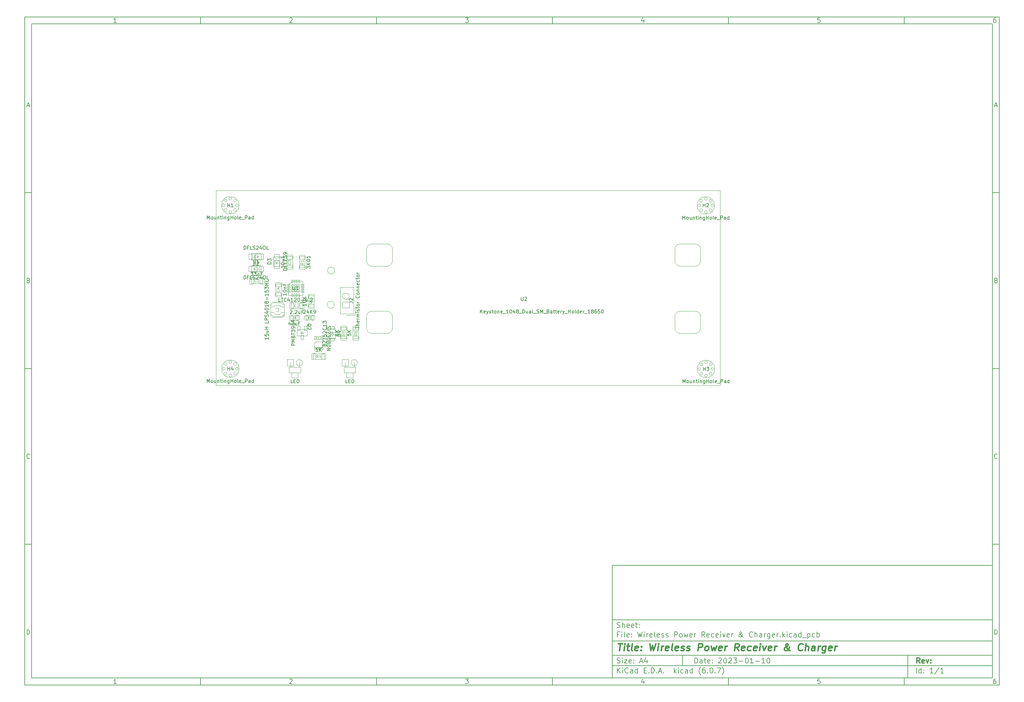
<source format=gbr>
%TF.GenerationSoftware,KiCad,Pcbnew,(6.0.7)*%
%TF.CreationDate,2023-01-12T19:29:26+03:00*%
%TF.ProjectId,Wireless Power Receiver & Charger,57697265-6c65-4737-9320-506f77657220,rev?*%
%TF.SameCoordinates,Original*%
%TF.FileFunction,AssemblyDrawing,Top*%
%FSLAX46Y46*%
G04 Gerber Fmt 4.6, Leading zero omitted, Abs format (unit mm)*
G04 Created by KiCad (PCBNEW (6.0.7)) date 2023-01-12 19:29:26*
%MOMM*%
%LPD*%
G01*
G04 APERTURE LIST*
%ADD10C,0.100000*%
%ADD11C,0.150000*%
%ADD12C,0.300000*%
%ADD13C,0.400000*%
%TA.AperFunction,Profile*%
%ADD14C,0.100000*%
%TD*%
%ADD15C,0.120000*%
%ADD16C,0.075000*%
%ADD17C,0.080000*%
%ADD18C,0.100000*%
%TD*%
G04 APERTURE END LIST*
D10*
D11*
X177002200Y-166007200D02*
X177002200Y-198007200D01*
X285002200Y-198007200D01*
X285002200Y-166007200D01*
X177002200Y-166007200D01*
D10*
D11*
X10000000Y-10000000D02*
X10000000Y-200007200D01*
X287002200Y-200007200D01*
X287002200Y-10000000D01*
X10000000Y-10000000D01*
D10*
D11*
X12000000Y-12000000D02*
X12000000Y-198007200D01*
X285002200Y-198007200D01*
X285002200Y-12000000D01*
X12000000Y-12000000D01*
D10*
D11*
X60000000Y-12000000D02*
X60000000Y-10000000D01*
D10*
D11*
X110000000Y-12000000D02*
X110000000Y-10000000D01*
D10*
D11*
X160000000Y-12000000D02*
X160000000Y-10000000D01*
D10*
D11*
X210000000Y-12000000D02*
X210000000Y-10000000D01*
D10*
D11*
X260000000Y-12000000D02*
X260000000Y-10000000D01*
D10*
D11*
X36065476Y-11588095D02*
X35322619Y-11588095D01*
X35694047Y-11588095D02*
X35694047Y-10288095D01*
X35570238Y-10473809D01*
X35446428Y-10597619D01*
X35322619Y-10659523D01*
D10*
D11*
X85322619Y-10411904D02*
X85384523Y-10350000D01*
X85508333Y-10288095D01*
X85817857Y-10288095D01*
X85941666Y-10350000D01*
X86003571Y-10411904D01*
X86065476Y-10535714D01*
X86065476Y-10659523D01*
X86003571Y-10845238D01*
X85260714Y-11588095D01*
X86065476Y-11588095D01*
D10*
D11*
X135260714Y-10288095D02*
X136065476Y-10288095D01*
X135632142Y-10783333D01*
X135817857Y-10783333D01*
X135941666Y-10845238D01*
X136003571Y-10907142D01*
X136065476Y-11030952D01*
X136065476Y-11340476D01*
X136003571Y-11464285D01*
X135941666Y-11526190D01*
X135817857Y-11588095D01*
X135446428Y-11588095D01*
X135322619Y-11526190D01*
X135260714Y-11464285D01*
D10*
D11*
X185941666Y-10721428D02*
X185941666Y-11588095D01*
X185632142Y-10226190D02*
X185322619Y-11154761D01*
X186127380Y-11154761D01*
D10*
D11*
X236003571Y-10288095D02*
X235384523Y-10288095D01*
X235322619Y-10907142D01*
X235384523Y-10845238D01*
X235508333Y-10783333D01*
X235817857Y-10783333D01*
X235941666Y-10845238D01*
X236003571Y-10907142D01*
X236065476Y-11030952D01*
X236065476Y-11340476D01*
X236003571Y-11464285D01*
X235941666Y-11526190D01*
X235817857Y-11588095D01*
X235508333Y-11588095D01*
X235384523Y-11526190D01*
X235322619Y-11464285D01*
D10*
D11*
X285941666Y-10288095D02*
X285694047Y-10288095D01*
X285570238Y-10350000D01*
X285508333Y-10411904D01*
X285384523Y-10597619D01*
X285322619Y-10845238D01*
X285322619Y-11340476D01*
X285384523Y-11464285D01*
X285446428Y-11526190D01*
X285570238Y-11588095D01*
X285817857Y-11588095D01*
X285941666Y-11526190D01*
X286003571Y-11464285D01*
X286065476Y-11340476D01*
X286065476Y-11030952D01*
X286003571Y-10907142D01*
X285941666Y-10845238D01*
X285817857Y-10783333D01*
X285570238Y-10783333D01*
X285446428Y-10845238D01*
X285384523Y-10907142D01*
X285322619Y-11030952D01*
D10*
D11*
X60000000Y-198007200D02*
X60000000Y-200007200D01*
D10*
D11*
X110000000Y-198007200D02*
X110000000Y-200007200D01*
D10*
D11*
X160000000Y-198007200D02*
X160000000Y-200007200D01*
D10*
D11*
X210000000Y-198007200D02*
X210000000Y-200007200D01*
D10*
D11*
X260000000Y-198007200D02*
X260000000Y-200007200D01*
D10*
D11*
X36065476Y-199595295D02*
X35322619Y-199595295D01*
X35694047Y-199595295D02*
X35694047Y-198295295D01*
X35570238Y-198481009D01*
X35446428Y-198604819D01*
X35322619Y-198666723D01*
D10*
D11*
X85322619Y-198419104D02*
X85384523Y-198357200D01*
X85508333Y-198295295D01*
X85817857Y-198295295D01*
X85941666Y-198357200D01*
X86003571Y-198419104D01*
X86065476Y-198542914D01*
X86065476Y-198666723D01*
X86003571Y-198852438D01*
X85260714Y-199595295D01*
X86065476Y-199595295D01*
D10*
D11*
X135260714Y-198295295D02*
X136065476Y-198295295D01*
X135632142Y-198790533D01*
X135817857Y-198790533D01*
X135941666Y-198852438D01*
X136003571Y-198914342D01*
X136065476Y-199038152D01*
X136065476Y-199347676D01*
X136003571Y-199471485D01*
X135941666Y-199533390D01*
X135817857Y-199595295D01*
X135446428Y-199595295D01*
X135322619Y-199533390D01*
X135260714Y-199471485D01*
D10*
D11*
X185941666Y-198728628D02*
X185941666Y-199595295D01*
X185632142Y-198233390D02*
X185322619Y-199161961D01*
X186127380Y-199161961D01*
D10*
D11*
X236003571Y-198295295D02*
X235384523Y-198295295D01*
X235322619Y-198914342D01*
X235384523Y-198852438D01*
X235508333Y-198790533D01*
X235817857Y-198790533D01*
X235941666Y-198852438D01*
X236003571Y-198914342D01*
X236065476Y-199038152D01*
X236065476Y-199347676D01*
X236003571Y-199471485D01*
X235941666Y-199533390D01*
X235817857Y-199595295D01*
X235508333Y-199595295D01*
X235384523Y-199533390D01*
X235322619Y-199471485D01*
D10*
D11*
X285941666Y-198295295D02*
X285694047Y-198295295D01*
X285570238Y-198357200D01*
X285508333Y-198419104D01*
X285384523Y-198604819D01*
X285322619Y-198852438D01*
X285322619Y-199347676D01*
X285384523Y-199471485D01*
X285446428Y-199533390D01*
X285570238Y-199595295D01*
X285817857Y-199595295D01*
X285941666Y-199533390D01*
X286003571Y-199471485D01*
X286065476Y-199347676D01*
X286065476Y-199038152D01*
X286003571Y-198914342D01*
X285941666Y-198852438D01*
X285817857Y-198790533D01*
X285570238Y-198790533D01*
X285446428Y-198852438D01*
X285384523Y-198914342D01*
X285322619Y-199038152D01*
D10*
D11*
X10000000Y-60000000D02*
X12000000Y-60000000D01*
D10*
D11*
X10000000Y-110000000D02*
X12000000Y-110000000D01*
D10*
D11*
X10000000Y-160000000D02*
X12000000Y-160000000D01*
D10*
D11*
X10690476Y-35216666D02*
X11309523Y-35216666D01*
X10566666Y-35588095D02*
X11000000Y-34288095D01*
X11433333Y-35588095D01*
D10*
D11*
X11092857Y-84907142D02*
X11278571Y-84969047D01*
X11340476Y-85030952D01*
X11402380Y-85154761D01*
X11402380Y-85340476D01*
X11340476Y-85464285D01*
X11278571Y-85526190D01*
X11154761Y-85588095D01*
X10659523Y-85588095D01*
X10659523Y-84288095D01*
X11092857Y-84288095D01*
X11216666Y-84350000D01*
X11278571Y-84411904D01*
X11340476Y-84535714D01*
X11340476Y-84659523D01*
X11278571Y-84783333D01*
X11216666Y-84845238D01*
X11092857Y-84907142D01*
X10659523Y-84907142D01*
D10*
D11*
X11402380Y-135464285D02*
X11340476Y-135526190D01*
X11154761Y-135588095D01*
X11030952Y-135588095D01*
X10845238Y-135526190D01*
X10721428Y-135402380D01*
X10659523Y-135278571D01*
X10597619Y-135030952D01*
X10597619Y-134845238D01*
X10659523Y-134597619D01*
X10721428Y-134473809D01*
X10845238Y-134350000D01*
X11030952Y-134288095D01*
X11154761Y-134288095D01*
X11340476Y-134350000D01*
X11402380Y-134411904D01*
D10*
D11*
X10659523Y-185588095D02*
X10659523Y-184288095D01*
X10969047Y-184288095D01*
X11154761Y-184350000D01*
X11278571Y-184473809D01*
X11340476Y-184597619D01*
X11402380Y-184845238D01*
X11402380Y-185030952D01*
X11340476Y-185278571D01*
X11278571Y-185402380D01*
X11154761Y-185526190D01*
X10969047Y-185588095D01*
X10659523Y-185588095D01*
D10*
D11*
X287002200Y-60000000D02*
X285002200Y-60000000D01*
D10*
D11*
X287002200Y-110000000D02*
X285002200Y-110000000D01*
D10*
D11*
X287002200Y-160000000D02*
X285002200Y-160000000D01*
D10*
D11*
X285692676Y-35216666D02*
X286311723Y-35216666D01*
X285568866Y-35588095D02*
X286002200Y-34288095D01*
X286435533Y-35588095D01*
D10*
D11*
X286095057Y-84907142D02*
X286280771Y-84969047D01*
X286342676Y-85030952D01*
X286404580Y-85154761D01*
X286404580Y-85340476D01*
X286342676Y-85464285D01*
X286280771Y-85526190D01*
X286156961Y-85588095D01*
X285661723Y-85588095D01*
X285661723Y-84288095D01*
X286095057Y-84288095D01*
X286218866Y-84350000D01*
X286280771Y-84411904D01*
X286342676Y-84535714D01*
X286342676Y-84659523D01*
X286280771Y-84783333D01*
X286218866Y-84845238D01*
X286095057Y-84907142D01*
X285661723Y-84907142D01*
D10*
D11*
X286404580Y-135464285D02*
X286342676Y-135526190D01*
X286156961Y-135588095D01*
X286033152Y-135588095D01*
X285847438Y-135526190D01*
X285723628Y-135402380D01*
X285661723Y-135278571D01*
X285599819Y-135030952D01*
X285599819Y-134845238D01*
X285661723Y-134597619D01*
X285723628Y-134473809D01*
X285847438Y-134350000D01*
X286033152Y-134288095D01*
X286156961Y-134288095D01*
X286342676Y-134350000D01*
X286404580Y-134411904D01*
D10*
D11*
X285661723Y-185588095D02*
X285661723Y-184288095D01*
X285971247Y-184288095D01*
X286156961Y-184350000D01*
X286280771Y-184473809D01*
X286342676Y-184597619D01*
X286404580Y-184845238D01*
X286404580Y-185030952D01*
X286342676Y-185278571D01*
X286280771Y-185402380D01*
X286156961Y-185526190D01*
X285971247Y-185588095D01*
X285661723Y-185588095D01*
D10*
D11*
X200434342Y-193785771D02*
X200434342Y-192285771D01*
X200791485Y-192285771D01*
X201005771Y-192357200D01*
X201148628Y-192500057D01*
X201220057Y-192642914D01*
X201291485Y-192928628D01*
X201291485Y-193142914D01*
X201220057Y-193428628D01*
X201148628Y-193571485D01*
X201005771Y-193714342D01*
X200791485Y-193785771D01*
X200434342Y-193785771D01*
X202577200Y-193785771D02*
X202577200Y-193000057D01*
X202505771Y-192857200D01*
X202362914Y-192785771D01*
X202077200Y-192785771D01*
X201934342Y-192857200D01*
X202577200Y-193714342D02*
X202434342Y-193785771D01*
X202077200Y-193785771D01*
X201934342Y-193714342D01*
X201862914Y-193571485D01*
X201862914Y-193428628D01*
X201934342Y-193285771D01*
X202077200Y-193214342D01*
X202434342Y-193214342D01*
X202577200Y-193142914D01*
X203077200Y-192785771D02*
X203648628Y-192785771D01*
X203291485Y-192285771D02*
X203291485Y-193571485D01*
X203362914Y-193714342D01*
X203505771Y-193785771D01*
X203648628Y-193785771D01*
X204720057Y-193714342D02*
X204577200Y-193785771D01*
X204291485Y-193785771D01*
X204148628Y-193714342D01*
X204077200Y-193571485D01*
X204077200Y-193000057D01*
X204148628Y-192857200D01*
X204291485Y-192785771D01*
X204577200Y-192785771D01*
X204720057Y-192857200D01*
X204791485Y-193000057D01*
X204791485Y-193142914D01*
X204077200Y-193285771D01*
X205434342Y-193642914D02*
X205505771Y-193714342D01*
X205434342Y-193785771D01*
X205362914Y-193714342D01*
X205434342Y-193642914D01*
X205434342Y-193785771D01*
X205434342Y-192857200D02*
X205505771Y-192928628D01*
X205434342Y-193000057D01*
X205362914Y-192928628D01*
X205434342Y-192857200D01*
X205434342Y-193000057D01*
X207220057Y-192428628D02*
X207291485Y-192357200D01*
X207434342Y-192285771D01*
X207791485Y-192285771D01*
X207934342Y-192357200D01*
X208005771Y-192428628D01*
X208077200Y-192571485D01*
X208077200Y-192714342D01*
X208005771Y-192928628D01*
X207148628Y-193785771D01*
X208077200Y-193785771D01*
X209005771Y-192285771D02*
X209148628Y-192285771D01*
X209291485Y-192357200D01*
X209362914Y-192428628D01*
X209434342Y-192571485D01*
X209505771Y-192857200D01*
X209505771Y-193214342D01*
X209434342Y-193500057D01*
X209362914Y-193642914D01*
X209291485Y-193714342D01*
X209148628Y-193785771D01*
X209005771Y-193785771D01*
X208862914Y-193714342D01*
X208791485Y-193642914D01*
X208720057Y-193500057D01*
X208648628Y-193214342D01*
X208648628Y-192857200D01*
X208720057Y-192571485D01*
X208791485Y-192428628D01*
X208862914Y-192357200D01*
X209005771Y-192285771D01*
X210077200Y-192428628D02*
X210148628Y-192357200D01*
X210291485Y-192285771D01*
X210648628Y-192285771D01*
X210791485Y-192357200D01*
X210862914Y-192428628D01*
X210934342Y-192571485D01*
X210934342Y-192714342D01*
X210862914Y-192928628D01*
X210005771Y-193785771D01*
X210934342Y-193785771D01*
X211434342Y-192285771D02*
X212362914Y-192285771D01*
X211862914Y-192857200D01*
X212077200Y-192857200D01*
X212220057Y-192928628D01*
X212291485Y-193000057D01*
X212362914Y-193142914D01*
X212362914Y-193500057D01*
X212291485Y-193642914D01*
X212220057Y-193714342D01*
X212077200Y-193785771D01*
X211648628Y-193785771D01*
X211505771Y-193714342D01*
X211434342Y-193642914D01*
X213005771Y-193214342D02*
X214148628Y-193214342D01*
X215148628Y-192285771D02*
X215291485Y-192285771D01*
X215434342Y-192357200D01*
X215505771Y-192428628D01*
X215577200Y-192571485D01*
X215648628Y-192857200D01*
X215648628Y-193214342D01*
X215577200Y-193500057D01*
X215505771Y-193642914D01*
X215434342Y-193714342D01*
X215291485Y-193785771D01*
X215148628Y-193785771D01*
X215005771Y-193714342D01*
X214934342Y-193642914D01*
X214862914Y-193500057D01*
X214791485Y-193214342D01*
X214791485Y-192857200D01*
X214862914Y-192571485D01*
X214934342Y-192428628D01*
X215005771Y-192357200D01*
X215148628Y-192285771D01*
X217077200Y-193785771D02*
X216220057Y-193785771D01*
X216648628Y-193785771D02*
X216648628Y-192285771D01*
X216505771Y-192500057D01*
X216362914Y-192642914D01*
X216220057Y-192714342D01*
X217720057Y-193214342D02*
X218862914Y-193214342D01*
X220362914Y-193785771D02*
X219505771Y-193785771D01*
X219934342Y-193785771D02*
X219934342Y-192285771D01*
X219791485Y-192500057D01*
X219648628Y-192642914D01*
X219505771Y-192714342D01*
X221291485Y-192285771D02*
X221434342Y-192285771D01*
X221577200Y-192357200D01*
X221648628Y-192428628D01*
X221720057Y-192571485D01*
X221791485Y-192857200D01*
X221791485Y-193214342D01*
X221720057Y-193500057D01*
X221648628Y-193642914D01*
X221577200Y-193714342D01*
X221434342Y-193785771D01*
X221291485Y-193785771D01*
X221148628Y-193714342D01*
X221077200Y-193642914D01*
X221005771Y-193500057D01*
X220934342Y-193214342D01*
X220934342Y-192857200D01*
X221005771Y-192571485D01*
X221077200Y-192428628D01*
X221148628Y-192357200D01*
X221291485Y-192285771D01*
D10*
D11*
X177002200Y-194507200D02*
X285002200Y-194507200D01*
D10*
D11*
X178434342Y-196585771D02*
X178434342Y-195085771D01*
X179291485Y-196585771D02*
X178648628Y-195728628D01*
X179291485Y-195085771D02*
X178434342Y-195942914D01*
X179934342Y-196585771D02*
X179934342Y-195585771D01*
X179934342Y-195085771D02*
X179862914Y-195157200D01*
X179934342Y-195228628D01*
X180005771Y-195157200D01*
X179934342Y-195085771D01*
X179934342Y-195228628D01*
X181505771Y-196442914D02*
X181434342Y-196514342D01*
X181220057Y-196585771D01*
X181077200Y-196585771D01*
X180862914Y-196514342D01*
X180720057Y-196371485D01*
X180648628Y-196228628D01*
X180577200Y-195942914D01*
X180577200Y-195728628D01*
X180648628Y-195442914D01*
X180720057Y-195300057D01*
X180862914Y-195157200D01*
X181077200Y-195085771D01*
X181220057Y-195085771D01*
X181434342Y-195157200D01*
X181505771Y-195228628D01*
X182791485Y-196585771D02*
X182791485Y-195800057D01*
X182720057Y-195657200D01*
X182577200Y-195585771D01*
X182291485Y-195585771D01*
X182148628Y-195657200D01*
X182791485Y-196514342D02*
X182648628Y-196585771D01*
X182291485Y-196585771D01*
X182148628Y-196514342D01*
X182077200Y-196371485D01*
X182077200Y-196228628D01*
X182148628Y-196085771D01*
X182291485Y-196014342D01*
X182648628Y-196014342D01*
X182791485Y-195942914D01*
X184148628Y-196585771D02*
X184148628Y-195085771D01*
X184148628Y-196514342D02*
X184005771Y-196585771D01*
X183720057Y-196585771D01*
X183577200Y-196514342D01*
X183505771Y-196442914D01*
X183434342Y-196300057D01*
X183434342Y-195871485D01*
X183505771Y-195728628D01*
X183577200Y-195657200D01*
X183720057Y-195585771D01*
X184005771Y-195585771D01*
X184148628Y-195657200D01*
X186005771Y-195800057D02*
X186505771Y-195800057D01*
X186720057Y-196585771D02*
X186005771Y-196585771D01*
X186005771Y-195085771D01*
X186720057Y-195085771D01*
X187362914Y-196442914D02*
X187434342Y-196514342D01*
X187362914Y-196585771D01*
X187291485Y-196514342D01*
X187362914Y-196442914D01*
X187362914Y-196585771D01*
X188077200Y-196585771D02*
X188077200Y-195085771D01*
X188434342Y-195085771D01*
X188648628Y-195157200D01*
X188791485Y-195300057D01*
X188862914Y-195442914D01*
X188934342Y-195728628D01*
X188934342Y-195942914D01*
X188862914Y-196228628D01*
X188791485Y-196371485D01*
X188648628Y-196514342D01*
X188434342Y-196585771D01*
X188077200Y-196585771D01*
X189577200Y-196442914D02*
X189648628Y-196514342D01*
X189577200Y-196585771D01*
X189505771Y-196514342D01*
X189577200Y-196442914D01*
X189577200Y-196585771D01*
X190220057Y-196157200D02*
X190934342Y-196157200D01*
X190077200Y-196585771D02*
X190577200Y-195085771D01*
X191077200Y-196585771D01*
X191577200Y-196442914D02*
X191648628Y-196514342D01*
X191577200Y-196585771D01*
X191505771Y-196514342D01*
X191577200Y-196442914D01*
X191577200Y-196585771D01*
X194577200Y-196585771D02*
X194577200Y-195085771D01*
X194720057Y-196014342D02*
X195148628Y-196585771D01*
X195148628Y-195585771D02*
X194577200Y-196157200D01*
X195791485Y-196585771D02*
X195791485Y-195585771D01*
X195791485Y-195085771D02*
X195720057Y-195157200D01*
X195791485Y-195228628D01*
X195862914Y-195157200D01*
X195791485Y-195085771D01*
X195791485Y-195228628D01*
X197148628Y-196514342D02*
X197005771Y-196585771D01*
X196720057Y-196585771D01*
X196577200Y-196514342D01*
X196505771Y-196442914D01*
X196434342Y-196300057D01*
X196434342Y-195871485D01*
X196505771Y-195728628D01*
X196577200Y-195657200D01*
X196720057Y-195585771D01*
X197005771Y-195585771D01*
X197148628Y-195657200D01*
X198434342Y-196585771D02*
X198434342Y-195800057D01*
X198362914Y-195657200D01*
X198220057Y-195585771D01*
X197934342Y-195585771D01*
X197791485Y-195657200D01*
X198434342Y-196514342D02*
X198291485Y-196585771D01*
X197934342Y-196585771D01*
X197791485Y-196514342D01*
X197720057Y-196371485D01*
X197720057Y-196228628D01*
X197791485Y-196085771D01*
X197934342Y-196014342D01*
X198291485Y-196014342D01*
X198434342Y-195942914D01*
X199791485Y-196585771D02*
X199791485Y-195085771D01*
X199791485Y-196514342D02*
X199648628Y-196585771D01*
X199362914Y-196585771D01*
X199220057Y-196514342D01*
X199148628Y-196442914D01*
X199077200Y-196300057D01*
X199077200Y-195871485D01*
X199148628Y-195728628D01*
X199220057Y-195657200D01*
X199362914Y-195585771D01*
X199648628Y-195585771D01*
X199791485Y-195657200D01*
X202077200Y-197157200D02*
X202005771Y-197085771D01*
X201862914Y-196871485D01*
X201791485Y-196728628D01*
X201720057Y-196514342D01*
X201648628Y-196157200D01*
X201648628Y-195871485D01*
X201720057Y-195514342D01*
X201791485Y-195300057D01*
X201862914Y-195157200D01*
X202005771Y-194942914D01*
X202077200Y-194871485D01*
X203291485Y-195085771D02*
X203005771Y-195085771D01*
X202862914Y-195157200D01*
X202791485Y-195228628D01*
X202648628Y-195442914D01*
X202577200Y-195728628D01*
X202577200Y-196300057D01*
X202648628Y-196442914D01*
X202720057Y-196514342D01*
X202862914Y-196585771D01*
X203148628Y-196585771D01*
X203291485Y-196514342D01*
X203362914Y-196442914D01*
X203434342Y-196300057D01*
X203434342Y-195942914D01*
X203362914Y-195800057D01*
X203291485Y-195728628D01*
X203148628Y-195657200D01*
X202862914Y-195657200D01*
X202720057Y-195728628D01*
X202648628Y-195800057D01*
X202577200Y-195942914D01*
X204077200Y-196442914D02*
X204148628Y-196514342D01*
X204077200Y-196585771D01*
X204005771Y-196514342D01*
X204077200Y-196442914D01*
X204077200Y-196585771D01*
X205077200Y-195085771D02*
X205220057Y-195085771D01*
X205362914Y-195157200D01*
X205434342Y-195228628D01*
X205505771Y-195371485D01*
X205577200Y-195657200D01*
X205577200Y-196014342D01*
X205505771Y-196300057D01*
X205434342Y-196442914D01*
X205362914Y-196514342D01*
X205220057Y-196585771D01*
X205077200Y-196585771D01*
X204934342Y-196514342D01*
X204862914Y-196442914D01*
X204791485Y-196300057D01*
X204720057Y-196014342D01*
X204720057Y-195657200D01*
X204791485Y-195371485D01*
X204862914Y-195228628D01*
X204934342Y-195157200D01*
X205077200Y-195085771D01*
X206220057Y-196442914D02*
X206291485Y-196514342D01*
X206220057Y-196585771D01*
X206148628Y-196514342D01*
X206220057Y-196442914D01*
X206220057Y-196585771D01*
X206791485Y-195085771D02*
X207791485Y-195085771D01*
X207148628Y-196585771D01*
X208220057Y-197157200D02*
X208291485Y-197085771D01*
X208434342Y-196871485D01*
X208505771Y-196728628D01*
X208577200Y-196514342D01*
X208648628Y-196157200D01*
X208648628Y-195871485D01*
X208577200Y-195514342D01*
X208505771Y-195300057D01*
X208434342Y-195157200D01*
X208291485Y-194942914D01*
X208220057Y-194871485D01*
D10*
D11*
X177002200Y-191507200D02*
X285002200Y-191507200D01*
D10*
D12*
X264411485Y-193785771D02*
X263911485Y-193071485D01*
X263554342Y-193785771D02*
X263554342Y-192285771D01*
X264125771Y-192285771D01*
X264268628Y-192357200D01*
X264340057Y-192428628D01*
X264411485Y-192571485D01*
X264411485Y-192785771D01*
X264340057Y-192928628D01*
X264268628Y-193000057D01*
X264125771Y-193071485D01*
X263554342Y-193071485D01*
X265625771Y-193714342D02*
X265482914Y-193785771D01*
X265197200Y-193785771D01*
X265054342Y-193714342D01*
X264982914Y-193571485D01*
X264982914Y-193000057D01*
X265054342Y-192857200D01*
X265197200Y-192785771D01*
X265482914Y-192785771D01*
X265625771Y-192857200D01*
X265697200Y-193000057D01*
X265697200Y-193142914D01*
X264982914Y-193285771D01*
X266197200Y-192785771D02*
X266554342Y-193785771D01*
X266911485Y-192785771D01*
X267482914Y-193642914D02*
X267554342Y-193714342D01*
X267482914Y-193785771D01*
X267411485Y-193714342D01*
X267482914Y-193642914D01*
X267482914Y-193785771D01*
X267482914Y-192857200D02*
X267554342Y-192928628D01*
X267482914Y-193000057D01*
X267411485Y-192928628D01*
X267482914Y-192857200D01*
X267482914Y-193000057D01*
D10*
D11*
X178362914Y-193714342D02*
X178577200Y-193785771D01*
X178934342Y-193785771D01*
X179077200Y-193714342D01*
X179148628Y-193642914D01*
X179220057Y-193500057D01*
X179220057Y-193357200D01*
X179148628Y-193214342D01*
X179077200Y-193142914D01*
X178934342Y-193071485D01*
X178648628Y-193000057D01*
X178505771Y-192928628D01*
X178434342Y-192857200D01*
X178362914Y-192714342D01*
X178362914Y-192571485D01*
X178434342Y-192428628D01*
X178505771Y-192357200D01*
X178648628Y-192285771D01*
X179005771Y-192285771D01*
X179220057Y-192357200D01*
X179862914Y-193785771D02*
X179862914Y-192785771D01*
X179862914Y-192285771D02*
X179791485Y-192357200D01*
X179862914Y-192428628D01*
X179934342Y-192357200D01*
X179862914Y-192285771D01*
X179862914Y-192428628D01*
X180434342Y-192785771D02*
X181220057Y-192785771D01*
X180434342Y-193785771D01*
X181220057Y-193785771D01*
X182362914Y-193714342D02*
X182220057Y-193785771D01*
X181934342Y-193785771D01*
X181791485Y-193714342D01*
X181720057Y-193571485D01*
X181720057Y-193000057D01*
X181791485Y-192857200D01*
X181934342Y-192785771D01*
X182220057Y-192785771D01*
X182362914Y-192857200D01*
X182434342Y-193000057D01*
X182434342Y-193142914D01*
X181720057Y-193285771D01*
X183077200Y-193642914D02*
X183148628Y-193714342D01*
X183077200Y-193785771D01*
X183005771Y-193714342D01*
X183077200Y-193642914D01*
X183077200Y-193785771D01*
X183077200Y-192857200D02*
X183148628Y-192928628D01*
X183077200Y-193000057D01*
X183005771Y-192928628D01*
X183077200Y-192857200D01*
X183077200Y-193000057D01*
X184862914Y-193357200D02*
X185577200Y-193357200D01*
X184720057Y-193785771D02*
X185220057Y-192285771D01*
X185720057Y-193785771D01*
X186862914Y-192785771D02*
X186862914Y-193785771D01*
X186505771Y-192214342D02*
X186148628Y-193285771D01*
X187077200Y-193285771D01*
D10*
D11*
X263434342Y-196585771D02*
X263434342Y-195085771D01*
X264791485Y-196585771D02*
X264791485Y-195085771D01*
X264791485Y-196514342D02*
X264648628Y-196585771D01*
X264362914Y-196585771D01*
X264220057Y-196514342D01*
X264148628Y-196442914D01*
X264077200Y-196300057D01*
X264077200Y-195871485D01*
X264148628Y-195728628D01*
X264220057Y-195657200D01*
X264362914Y-195585771D01*
X264648628Y-195585771D01*
X264791485Y-195657200D01*
X265505771Y-196442914D02*
X265577200Y-196514342D01*
X265505771Y-196585771D01*
X265434342Y-196514342D01*
X265505771Y-196442914D01*
X265505771Y-196585771D01*
X265505771Y-195657200D02*
X265577200Y-195728628D01*
X265505771Y-195800057D01*
X265434342Y-195728628D01*
X265505771Y-195657200D01*
X265505771Y-195800057D01*
X268148628Y-196585771D02*
X267291485Y-196585771D01*
X267720057Y-196585771D02*
X267720057Y-195085771D01*
X267577200Y-195300057D01*
X267434342Y-195442914D01*
X267291485Y-195514342D01*
X269862914Y-195014342D02*
X268577200Y-196942914D01*
X271148628Y-196585771D02*
X270291485Y-196585771D01*
X270720057Y-196585771D02*
X270720057Y-195085771D01*
X270577200Y-195300057D01*
X270434342Y-195442914D01*
X270291485Y-195514342D01*
D10*
D11*
X177002200Y-187507200D02*
X285002200Y-187507200D01*
D10*
D13*
X178714580Y-188211961D02*
X179857438Y-188211961D01*
X179036009Y-190211961D02*
X179286009Y-188211961D01*
X180274104Y-190211961D02*
X180440771Y-188878628D01*
X180524104Y-188211961D02*
X180416961Y-188307200D01*
X180500295Y-188402438D01*
X180607438Y-188307200D01*
X180524104Y-188211961D01*
X180500295Y-188402438D01*
X181107438Y-188878628D02*
X181869342Y-188878628D01*
X181476485Y-188211961D02*
X181262200Y-189926247D01*
X181333628Y-190116723D01*
X181512200Y-190211961D01*
X181702676Y-190211961D01*
X182655057Y-190211961D02*
X182476485Y-190116723D01*
X182405057Y-189926247D01*
X182619342Y-188211961D01*
X184190771Y-190116723D02*
X183988390Y-190211961D01*
X183607438Y-190211961D01*
X183428866Y-190116723D01*
X183357438Y-189926247D01*
X183452676Y-189164342D01*
X183571723Y-188973866D01*
X183774104Y-188878628D01*
X184155057Y-188878628D01*
X184333628Y-188973866D01*
X184405057Y-189164342D01*
X184381247Y-189354819D01*
X183405057Y-189545295D01*
X185155057Y-190021485D02*
X185238390Y-190116723D01*
X185131247Y-190211961D01*
X185047914Y-190116723D01*
X185155057Y-190021485D01*
X185131247Y-190211961D01*
X185286009Y-188973866D02*
X185369342Y-189069104D01*
X185262200Y-189164342D01*
X185178866Y-189069104D01*
X185286009Y-188973866D01*
X185262200Y-189164342D01*
X187666961Y-188211961D02*
X187893152Y-190211961D01*
X188452676Y-188783390D01*
X188655057Y-190211961D01*
X189381247Y-188211961D01*
X189893152Y-190211961D02*
X190059819Y-188878628D01*
X190143152Y-188211961D02*
X190036009Y-188307200D01*
X190119342Y-188402438D01*
X190226485Y-188307200D01*
X190143152Y-188211961D01*
X190119342Y-188402438D01*
X190845533Y-190211961D02*
X191012200Y-188878628D01*
X190964580Y-189259580D02*
X191083628Y-189069104D01*
X191190771Y-188973866D01*
X191393152Y-188878628D01*
X191583628Y-188878628D01*
X192857438Y-190116723D02*
X192655057Y-190211961D01*
X192274104Y-190211961D01*
X192095533Y-190116723D01*
X192024104Y-189926247D01*
X192119342Y-189164342D01*
X192238390Y-188973866D01*
X192440771Y-188878628D01*
X192821723Y-188878628D01*
X193000295Y-188973866D01*
X193071723Y-189164342D01*
X193047914Y-189354819D01*
X192071723Y-189545295D01*
X194083628Y-190211961D02*
X193905057Y-190116723D01*
X193833628Y-189926247D01*
X194047914Y-188211961D01*
X195619342Y-190116723D02*
X195416961Y-190211961D01*
X195036009Y-190211961D01*
X194857438Y-190116723D01*
X194786009Y-189926247D01*
X194881247Y-189164342D01*
X195000295Y-188973866D01*
X195202676Y-188878628D01*
X195583628Y-188878628D01*
X195762200Y-188973866D01*
X195833628Y-189164342D01*
X195809819Y-189354819D01*
X194833628Y-189545295D01*
X196476485Y-190116723D02*
X196655057Y-190211961D01*
X197036009Y-190211961D01*
X197238390Y-190116723D01*
X197357438Y-189926247D01*
X197369342Y-189831009D01*
X197297914Y-189640533D01*
X197119342Y-189545295D01*
X196833628Y-189545295D01*
X196655057Y-189450057D01*
X196583628Y-189259580D01*
X196595533Y-189164342D01*
X196714580Y-188973866D01*
X196916961Y-188878628D01*
X197202676Y-188878628D01*
X197381247Y-188973866D01*
X198095533Y-190116723D02*
X198274104Y-190211961D01*
X198655057Y-190211961D01*
X198857438Y-190116723D01*
X198976485Y-189926247D01*
X198988390Y-189831009D01*
X198916961Y-189640533D01*
X198738390Y-189545295D01*
X198452676Y-189545295D01*
X198274104Y-189450057D01*
X198202676Y-189259580D01*
X198214580Y-189164342D01*
X198333628Y-188973866D01*
X198536009Y-188878628D01*
X198821723Y-188878628D01*
X199000295Y-188973866D01*
X201321723Y-190211961D02*
X201571723Y-188211961D01*
X202333628Y-188211961D01*
X202512200Y-188307200D01*
X202595533Y-188402438D01*
X202666961Y-188592914D01*
X202631247Y-188878628D01*
X202512200Y-189069104D01*
X202405057Y-189164342D01*
X202202676Y-189259580D01*
X201440771Y-189259580D01*
X203607438Y-190211961D02*
X203428866Y-190116723D01*
X203345533Y-190021485D01*
X203274104Y-189831009D01*
X203345533Y-189259580D01*
X203464580Y-189069104D01*
X203571723Y-188973866D01*
X203774104Y-188878628D01*
X204059819Y-188878628D01*
X204238390Y-188973866D01*
X204321723Y-189069104D01*
X204393152Y-189259580D01*
X204321723Y-189831009D01*
X204202676Y-190021485D01*
X204095533Y-190116723D01*
X203893152Y-190211961D01*
X203607438Y-190211961D01*
X205107438Y-188878628D02*
X205321723Y-190211961D01*
X205821723Y-189259580D01*
X206083628Y-190211961D01*
X206631247Y-188878628D01*
X208000295Y-190116723D02*
X207797914Y-190211961D01*
X207416961Y-190211961D01*
X207238390Y-190116723D01*
X207166961Y-189926247D01*
X207262200Y-189164342D01*
X207381247Y-188973866D01*
X207583628Y-188878628D01*
X207964580Y-188878628D01*
X208143152Y-188973866D01*
X208214580Y-189164342D01*
X208190771Y-189354819D01*
X207214580Y-189545295D01*
X208940771Y-190211961D02*
X209107438Y-188878628D01*
X209059819Y-189259580D02*
X209178866Y-189069104D01*
X209286009Y-188973866D01*
X209488390Y-188878628D01*
X209678866Y-188878628D01*
X212845533Y-190211961D02*
X212297914Y-189259580D01*
X211702676Y-190211961D02*
X211952676Y-188211961D01*
X212714580Y-188211961D01*
X212893152Y-188307200D01*
X212976485Y-188402438D01*
X213047914Y-188592914D01*
X213012200Y-188878628D01*
X212893152Y-189069104D01*
X212786009Y-189164342D01*
X212583628Y-189259580D01*
X211821723Y-189259580D01*
X214476485Y-190116723D02*
X214274104Y-190211961D01*
X213893152Y-190211961D01*
X213714580Y-190116723D01*
X213643152Y-189926247D01*
X213738390Y-189164342D01*
X213857438Y-188973866D01*
X214059819Y-188878628D01*
X214440771Y-188878628D01*
X214619342Y-188973866D01*
X214690771Y-189164342D01*
X214666961Y-189354819D01*
X213690771Y-189545295D01*
X216286009Y-190116723D02*
X216083628Y-190211961D01*
X215702676Y-190211961D01*
X215524104Y-190116723D01*
X215440771Y-190021485D01*
X215369342Y-189831009D01*
X215440771Y-189259580D01*
X215559819Y-189069104D01*
X215666961Y-188973866D01*
X215869342Y-188878628D01*
X216250295Y-188878628D01*
X216428866Y-188973866D01*
X217905057Y-190116723D02*
X217702676Y-190211961D01*
X217321723Y-190211961D01*
X217143152Y-190116723D01*
X217071723Y-189926247D01*
X217166961Y-189164342D01*
X217286009Y-188973866D01*
X217488390Y-188878628D01*
X217869342Y-188878628D01*
X218047914Y-188973866D01*
X218119342Y-189164342D01*
X218095533Y-189354819D01*
X217119342Y-189545295D01*
X218845533Y-190211961D02*
X219012200Y-188878628D01*
X219095533Y-188211961D02*
X218988390Y-188307200D01*
X219071723Y-188402438D01*
X219178866Y-188307200D01*
X219095533Y-188211961D01*
X219071723Y-188402438D01*
X219774104Y-188878628D02*
X220083628Y-190211961D01*
X220726485Y-188878628D01*
X222095533Y-190116723D02*
X221893152Y-190211961D01*
X221512200Y-190211961D01*
X221333628Y-190116723D01*
X221262200Y-189926247D01*
X221357438Y-189164342D01*
X221476485Y-188973866D01*
X221678866Y-188878628D01*
X222059819Y-188878628D01*
X222238390Y-188973866D01*
X222309819Y-189164342D01*
X222286009Y-189354819D01*
X221309819Y-189545295D01*
X223036009Y-190211961D02*
X223202676Y-188878628D01*
X223155057Y-189259580D02*
X223274104Y-189069104D01*
X223381247Y-188973866D01*
X223583628Y-188878628D01*
X223774104Y-188878628D01*
X227416961Y-190211961D02*
X227321723Y-190211961D01*
X227143152Y-190116723D01*
X226893152Y-189831009D01*
X226488390Y-189259580D01*
X226333628Y-188973866D01*
X226274104Y-188688152D01*
X226297914Y-188497676D01*
X226416961Y-188307200D01*
X226619342Y-188211961D01*
X226714580Y-188211961D01*
X226893152Y-188307200D01*
X226964580Y-188497676D01*
X226952676Y-188592914D01*
X226833628Y-188783390D01*
X226726485Y-188878628D01*
X226107438Y-189259580D01*
X226000295Y-189354819D01*
X225881247Y-189545295D01*
X225845533Y-189831009D01*
X225916961Y-190021485D01*
X226000295Y-190116723D01*
X226178866Y-190211961D01*
X226464580Y-190211961D01*
X226666961Y-190116723D01*
X226774104Y-190021485D01*
X227107438Y-189640533D01*
X227238390Y-189354819D01*
X227262200Y-189164342D01*
X230964580Y-190021485D02*
X230857438Y-190116723D01*
X230559819Y-190211961D01*
X230369342Y-190211961D01*
X230095533Y-190116723D01*
X229928866Y-189926247D01*
X229857438Y-189735771D01*
X229809819Y-189354819D01*
X229845533Y-189069104D01*
X229988390Y-188688152D01*
X230107438Y-188497676D01*
X230321723Y-188307200D01*
X230619342Y-188211961D01*
X230809819Y-188211961D01*
X231083628Y-188307200D01*
X231166961Y-188402438D01*
X231797914Y-190211961D02*
X232047914Y-188211961D01*
X232655057Y-190211961D02*
X232786009Y-189164342D01*
X232714580Y-188973866D01*
X232536009Y-188878628D01*
X232250295Y-188878628D01*
X232047914Y-188973866D01*
X231940771Y-189069104D01*
X234464580Y-190211961D02*
X234595533Y-189164342D01*
X234524104Y-188973866D01*
X234345533Y-188878628D01*
X233964580Y-188878628D01*
X233762200Y-188973866D01*
X234476485Y-190116723D02*
X234274104Y-190211961D01*
X233797914Y-190211961D01*
X233619342Y-190116723D01*
X233547914Y-189926247D01*
X233571723Y-189735771D01*
X233690771Y-189545295D01*
X233893152Y-189450057D01*
X234369342Y-189450057D01*
X234571723Y-189354819D01*
X235416961Y-190211961D02*
X235583628Y-188878628D01*
X235536009Y-189259580D02*
X235655057Y-189069104D01*
X235762200Y-188973866D01*
X235964580Y-188878628D01*
X236155057Y-188878628D01*
X237678866Y-188878628D02*
X237476485Y-190497676D01*
X237357438Y-190688152D01*
X237250295Y-190783390D01*
X237047914Y-190878628D01*
X236762200Y-190878628D01*
X236583628Y-190783390D01*
X237524104Y-190116723D02*
X237321723Y-190211961D01*
X236940771Y-190211961D01*
X236762200Y-190116723D01*
X236678866Y-190021485D01*
X236607438Y-189831009D01*
X236678866Y-189259580D01*
X236797914Y-189069104D01*
X236905057Y-188973866D01*
X237107438Y-188878628D01*
X237488390Y-188878628D01*
X237666961Y-188973866D01*
X239238390Y-190116723D02*
X239036009Y-190211961D01*
X238655057Y-190211961D01*
X238476485Y-190116723D01*
X238405057Y-189926247D01*
X238500295Y-189164342D01*
X238619342Y-188973866D01*
X238821723Y-188878628D01*
X239202676Y-188878628D01*
X239381247Y-188973866D01*
X239452676Y-189164342D01*
X239428866Y-189354819D01*
X238452676Y-189545295D01*
X240178866Y-190211961D02*
X240345533Y-188878628D01*
X240297914Y-189259580D02*
X240416961Y-189069104D01*
X240524104Y-188973866D01*
X240726485Y-188878628D01*
X240916961Y-188878628D01*
D10*
D11*
X178934342Y-185600057D02*
X178434342Y-185600057D01*
X178434342Y-186385771D02*
X178434342Y-184885771D01*
X179148628Y-184885771D01*
X179720057Y-186385771D02*
X179720057Y-185385771D01*
X179720057Y-184885771D02*
X179648628Y-184957200D01*
X179720057Y-185028628D01*
X179791485Y-184957200D01*
X179720057Y-184885771D01*
X179720057Y-185028628D01*
X180648628Y-186385771D02*
X180505771Y-186314342D01*
X180434342Y-186171485D01*
X180434342Y-184885771D01*
X181791485Y-186314342D02*
X181648628Y-186385771D01*
X181362914Y-186385771D01*
X181220057Y-186314342D01*
X181148628Y-186171485D01*
X181148628Y-185600057D01*
X181220057Y-185457200D01*
X181362914Y-185385771D01*
X181648628Y-185385771D01*
X181791485Y-185457200D01*
X181862914Y-185600057D01*
X181862914Y-185742914D01*
X181148628Y-185885771D01*
X182505771Y-186242914D02*
X182577200Y-186314342D01*
X182505771Y-186385771D01*
X182434342Y-186314342D01*
X182505771Y-186242914D01*
X182505771Y-186385771D01*
X182505771Y-185457200D02*
X182577200Y-185528628D01*
X182505771Y-185600057D01*
X182434342Y-185528628D01*
X182505771Y-185457200D01*
X182505771Y-185600057D01*
X184220057Y-184885771D02*
X184577200Y-186385771D01*
X184862914Y-185314342D01*
X185148628Y-186385771D01*
X185505771Y-184885771D01*
X186077200Y-186385771D02*
X186077200Y-185385771D01*
X186077200Y-184885771D02*
X186005771Y-184957200D01*
X186077200Y-185028628D01*
X186148628Y-184957200D01*
X186077200Y-184885771D01*
X186077200Y-185028628D01*
X186791485Y-186385771D02*
X186791485Y-185385771D01*
X186791485Y-185671485D02*
X186862914Y-185528628D01*
X186934342Y-185457200D01*
X187077200Y-185385771D01*
X187220057Y-185385771D01*
X188291485Y-186314342D02*
X188148628Y-186385771D01*
X187862914Y-186385771D01*
X187720057Y-186314342D01*
X187648628Y-186171485D01*
X187648628Y-185600057D01*
X187720057Y-185457200D01*
X187862914Y-185385771D01*
X188148628Y-185385771D01*
X188291485Y-185457200D01*
X188362914Y-185600057D01*
X188362914Y-185742914D01*
X187648628Y-185885771D01*
X189220057Y-186385771D02*
X189077200Y-186314342D01*
X189005771Y-186171485D01*
X189005771Y-184885771D01*
X190362914Y-186314342D02*
X190220057Y-186385771D01*
X189934342Y-186385771D01*
X189791485Y-186314342D01*
X189720057Y-186171485D01*
X189720057Y-185600057D01*
X189791485Y-185457200D01*
X189934342Y-185385771D01*
X190220057Y-185385771D01*
X190362914Y-185457200D01*
X190434342Y-185600057D01*
X190434342Y-185742914D01*
X189720057Y-185885771D01*
X191005771Y-186314342D02*
X191148628Y-186385771D01*
X191434342Y-186385771D01*
X191577200Y-186314342D01*
X191648628Y-186171485D01*
X191648628Y-186100057D01*
X191577200Y-185957200D01*
X191434342Y-185885771D01*
X191220057Y-185885771D01*
X191077200Y-185814342D01*
X191005771Y-185671485D01*
X191005771Y-185600057D01*
X191077200Y-185457200D01*
X191220057Y-185385771D01*
X191434342Y-185385771D01*
X191577200Y-185457200D01*
X192220057Y-186314342D02*
X192362914Y-186385771D01*
X192648628Y-186385771D01*
X192791485Y-186314342D01*
X192862914Y-186171485D01*
X192862914Y-186100057D01*
X192791485Y-185957200D01*
X192648628Y-185885771D01*
X192434342Y-185885771D01*
X192291485Y-185814342D01*
X192220057Y-185671485D01*
X192220057Y-185600057D01*
X192291485Y-185457200D01*
X192434342Y-185385771D01*
X192648628Y-185385771D01*
X192791485Y-185457200D01*
X194648628Y-186385771D02*
X194648628Y-184885771D01*
X195220057Y-184885771D01*
X195362914Y-184957200D01*
X195434342Y-185028628D01*
X195505771Y-185171485D01*
X195505771Y-185385771D01*
X195434342Y-185528628D01*
X195362914Y-185600057D01*
X195220057Y-185671485D01*
X194648628Y-185671485D01*
X196362914Y-186385771D02*
X196220057Y-186314342D01*
X196148628Y-186242914D01*
X196077200Y-186100057D01*
X196077200Y-185671485D01*
X196148628Y-185528628D01*
X196220057Y-185457200D01*
X196362914Y-185385771D01*
X196577200Y-185385771D01*
X196720057Y-185457200D01*
X196791485Y-185528628D01*
X196862914Y-185671485D01*
X196862914Y-186100057D01*
X196791485Y-186242914D01*
X196720057Y-186314342D01*
X196577200Y-186385771D01*
X196362914Y-186385771D01*
X197362914Y-185385771D02*
X197648628Y-186385771D01*
X197934342Y-185671485D01*
X198220057Y-186385771D01*
X198505771Y-185385771D01*
X199648628Y-186314342D02*
X199505771Y-186385771D01*
X199220057Y-186385771D01*
X199077200Y-186314342D01*
X199005771Y-186171485D01*
X199005771Y-185600057D01*
X199077200Y-185457200D01*
X199220057Y-185385771D01*
X199505771Y-185385771D01*
X199648628Y-185457200D01*
X199720057Y-185600057D01*
X199720057Y-185742914D01*
X199005771Y-185885771D01*
X200362914Y-186385771D02*
X200362914Y-185385771D01*
X200362914Y-185671485D02*
X200434342Y-185528628D01*
X200505771Y-185457200D01*
X200648628Y-185385771D01*
X200791485Y-185385771D01*
X203291485Y-186385771D02*
X202791485Y-185671485D01*
X202434342Y-186385771D02*
X202434342Y-184885771D01*
X203005771Y-184885771D01*
X203148628Y-184957200D01*
X203220057Y-185028628D01*
X203291485Y-185171485D01*
X203291485Y-185385771D01*
X203220057Y-185528628D01*
X203148628Y-185600057D01*
X203005771Y-185671485D01*
X202434342Y-185671485D01*
X204505771Y-186314342D02*
X204362914Y-186385771D01*
X204077200Y-186385771D01*
X203934342Y-186314342D01*
X203862914Y-186171485D01*
X203862914Y-185600057D01*
X203934342Y-185457200D01*
X204077200Y-185385771D01*
X204362914Y-185385771D01*
X204505771Y-185457200D01*
X204577200Y-185600057D01*
X204577200Y-185742914D01*
X203862914Y-185885771D01*
X205862914Y-186314342D02*
X205720057Y-186385771D01*
X205434342Y-186385771D01*
X205291485Y-186314342D01*
X205220057Y-186242914D01*
X205148628Y-186100057D01*
X205148628Y-185671485D01*
X205220057Y-185528628D01*
X205291485Y-185457200D01*
X205434342Y-185385771D01*
X205720057Y-185385771D01*
X205862914Y-185457200D01*
X207077200Y-186314342D02*
X206934342Y-186385771D01*
X206648628Y-186385771D01*
X206505771Y-186314342D01*
X206434342Y-186171485D01*
X206434342Y-185600057D01*
X206505771Y-185457200D01*
X206648628Y-185385771D01*
X206934342Y-185385771D01*
X207077200Y-185457200D01*
X207148628Y-185600057D01*
X207148628Y-185742914D01*
X206434342Y-185885771D01*
X207791485Y-186385771D02*
X207791485Y-185385771D01*
X207791485Y-184885771D02*
X207720057Y-184957200D01*
X207791485Y-185028628D01*
X207862914Y-184957200D01*
X207791485Y-184885771D01*
X207791485Y-185028628D01*
X208362914Y-185385771D02*
X208720057Y-186385771D01*
X209077200Y-185385771D01*
X210220057Y-186314342D02*
X210077200Y-186385771D01*
X209791485Y-186385771D01*
X209648628Y-186314342D01*
X209577200Y-186171485D01*
X209577200Y-185600057D01*
X209648628Y-185457200D01*
X209791485Y-185385771D01*
X210077200Y-185385771D01*
X210220057Y-185457200D01*
X210291485Y-185600057D01*
X210291485Y-185742914D01*
X209577200Y-185885771D01*
X210934342Y-186385771D02*
X210934342Y-185385771D01*
X210934342Y-185671485D02*
X211005771Y-185528628D01*
X211077200Y-185457200D01*
X211220057Y-185385771D01*
X211362914Y-185385771D01*
X214220057Y-186385771D02*
X214148628Y-186385771D01*
X214005771Y-186314342D01*
X213791485Y-186100057D01*
X213434342Y-185671485D01*
X213291485Y-185457200D01*
X213220057Y-185242914D01*
X213220057Y-185100057D01*
X213291485Y-184957200D01*
X213434342Y-184885771D01*
X213505771Y-184885771D01*
X213648628Y-184957200D01*
X213720057Y-185100057D01*
X213720057Y-185171485D01*
X213648628Y-185314342D01*
X213577200Y-185385771D01*
X213148628Y-185671485D01*
X213077200Y-185742914D01*
X213005771Y-185885771D01*
X213005771Y-186100057D01*
X213077200Y-186242914D01*
X213148628Y-186314342D01*
X213291485Y-186385771D01*
X213505771Y-186385771D01*
X213648628Y-186314342D01*
X213720057Y-186242914D01*
X213934342Y-185957200D01*
X214005771Y-185742914D01*
X214005771Y-185600057D01*
X216862914Y-186242914D02*
X216791485Y-186314342D01*
X216577200Y-186385771D01*
X216434342Y-186385771D01*
X216220057Y-186314342D01*
X216077200Y-186171485D01*
X216005771Y-186028628D01*
X215934342Y-185742914D01*
X215934342Y-185528628D01*
X216005771Y-185242914D01*
X216077200Y-185100057D01*
X216220057Y-184957200D01*
X216434342Y-184885771D01*
X216577200Y-184885771D01*
X216791485Y-184957200D01*
X216862914Y-185028628D01*
X217505771Y-186385771D02*
X217505771Y-184885771D01*
X218148628Y-186385771D02*
X218148628Y-185600057D01*
X218077200Y-185457200D01*
X217934342Y-185385771D01*
X217720057Y-185385771D01*
X217577200Y-185457200D01*
X217505771Y-185528628D01*
X219505771Y-186385771D02*
X219505771Y-185600057D01*
X219434342Y-185457200D01*
X219291485Y-185385771D01*
X219005771Y-185385771D01*
X218862914Y-185457200D01*
X219505771Y-186314342D02*
X219362914Y-186385771D01*
X219005771Y-186385771D01*
X218862914Y-186314342D01*
X218791485Y-186171485D01*
X218791485Y-186028628D01*
X218862914Y-185885771D01*
X219005771Y-185814342D01*
X219362914Y-185814342D01*
X219505771Y-185742914D01*
X220220057Y-186385771D02*
X220220057Y-185385771D01*
X220220057Y-185671485D02*
X220291485Y-185528628D01*
X220362914Y-185457200D01*
X220505771Y-185385771D01*
X220648628Y-185385771D01*
X221791485Y-185385771D02*
X221791485Y-186600057D01*
X221720057Y-186742914D01*
X221648628Y-186814342D01*
X221505771Y-186885771D01*
X221291485Y-186885771D01*
X221148628Y-186814342D01*
X221791485Y-186314342D02*
X221648628Y-186385771D01*
X221362914Y-186385771D01*
X221220057Y-186314342D01*
X221148628Y-186242914D01*
X221077200Y-186100057D01*
X221077200Y-185671485D01*
X221148628Y-185528628D01*
X221220057Y-185457200D01*
X221362914Y-185385771D01*
X221648628Y-185385771D01*
X221791485Y-185457200D01*
X223077200Y-186314342D02*
X222934342Y-186385771D01*
X222648628Y-186385771D01*
X222505771Y-186314342D01*
X222434342Y-186171485D01*
X222434342Y-185600057D01*
X222505771Y-185457200D01*
X222648628Y-185385771D01*
X222934342Y-185385771D01*
X223077200Y-185457200D01*
X223148628Y-185600057D01*
X223148628Y-185742914D01*
X222434342Y-185885771D01*
X223791485Y-186385771D02*
X223791485Y-185385771D01*
X223791485Y-185671485D02*
X223862914Y-185528628D01*
X223934342Y-185457200D01*
X224077200Y-185385771D01*
X224220057Y-185385771D01*
X224720057Y-186242914D02*
X224791485Y-186314342D01*
X224720057Y-186385771D01*
X224648628Y-186314342D01*
X224720057Y-186242914D01*
X224720057Y-186385771D01*
X225434342Y-186385771D02*
X225434342Y-184885771D01*
X225577200Y-185814342D02*
X226005771Y-186385771D01*
X226005771Y-185385771D02*
X225434342Y-185957200D01*
X226648628Y-186385771D02*
X226648628Y-185385771D01*
X226648628Y-184885771D02*
X226577200Y-184957200D01*
X226648628Y-185028628D01*
X226720057Y-184957200D01*
X226648628Y-184885771D01*
X226648628Y-185028628D01*
X228005771Y-186314342D02*
X227862914Y-186385771D01*
X227577200Y-186385771D01*
X227434342Y-186314342D01*
X227362914Y-186242914D01*
X227291485Y-186100057D01*
X227291485Y-185671485D01*
X227362914Y-185528628D01*
X227434342Y-185457200D01*
X227577200Y-185385771D01*
X227862914Y-185385771D01*
X228005771Y-185457200D01*
X229291485Y-186385771D02*
X229291485Y-185600057D01*
X229220057Y-185457200D01*
X229077200Y-185385771D01*
X228791485Y-185385771D01*
X228648628Y-185457200D01*
X229291485Y-186314342D02*
X229148628Y-186385771D01*
X228791485Y-186385771D01*
X228648628Y-186314342D01*
X228577200Y-186171485D01*
X228577200Y-186028628D01*
X228648628Y-185885771D01*
X228791485Y-185814342D01*
X229148628Y-185814342D01*
X229291485Y-185742914D01*
X230648628Y-186385771D02*
X230648628Y-184885771D01*
X230648628Y-186314342D02*
X230505771Y-186385771D01*
X230220057Y-186385771D01*
X230077200Y-186314342D01*
X230005771Y-186242914D01*
X229934342Y-186100057D01*
X229934342Y-185671485D01*
X230005771Y-185528628D01*
X230077200Y-185457200D01*
X230220057Y-185385771D01*
X230505771Y-185385771D01*
X230648628Y-185457200D01*
X231005771Y-186528628D02*
X232148628Y-186528628D01*
X232505771Y-185385771D02*
X232505771Y-186885771D01*
X232505771Y-185457200D02*
X232648628Y-185385771D01*
X232934342Y-185385771D01*
X233077200Y-185457200D01*
X233148628Y-185528628D01*
X233220057Y-185671485D01*
X233220057Y-186100057D01*
X233148628Y-186242914D01*
X233077200Y-186314342D01*
X232934342Y-186385771D01*
X232648628Y-186385771D01*
X232505771Y-186314342D01*
X234505771Y-186314342D02*
X234362914Y-186385771D01*
X234077200Y-186385771D01*
X233934342Y-186314342D01*
X233862914Y-186242914D01*
X233791485Y-186100057D01*
X233791485Y-185671485D01*
X233862914Y-185528628D01*
X233934342Y-185457200D01*
X234077200Y-185385771D01*
X234362914Y-185385771D01*
X234505771Y-185457200D01*
X235148628Y-186385771D02*
X235148628Y-184885771D01*
X235148628Y-185457200D02*
X235291485Y-185385771D01*
X235577200Y-185385771D01*
X235720057Y-185457200D01*
X235791485Y-185528628D01*
X235862914Y-185671485D01*
X235862914Y-186100057D01*
X235791485Y-186242914D01*
X235720057Y-186314342D01*
X235577200Y-186385771D01*
X235291485Y-186385771D01*
X235148628Y-186314342D01*
D10*
D11*
X177002200Y-181507200D02*
X285002200Y-181507200D01*
D10*
D11*
X178362914Y-183614342D02*
X178577200Y-183685771D01*
X178934342Y-183685771D01*
X179077200Y-183614342D01*
X179148628Y-183542914D01*
X179220057Y-183400057D01*
X179220057Y-183257200D01*
X179148628Y-183114342D01*
X179077200Y-183042914D01*
X178934342Y-182971485D01*
X178648628Y-182900057D01*
X178505771Y-182828628D01*
X178434342Y-182757200D01*
X178362914Y-182614342D01*
X178362914Y-182471485D01*
X178434342Y-182328628D01*
X178505771Y-182257200D01*
X178648628Y-182185771D01*
X179005771Y-182185771D01*
X179220057Y-182257200D01*
X179862914Y-183685771D02*
X179862914Y-182185771D01*
X180505771Y-183685771D02*
X180505771Y-182900057D01*
X180434342Y-182757200D01*
X180291485Y-182685771D01*
X180077200Y-182685771D01*
X179934342Y-182757200D01*
X179862914Y-182828628D01*
X181791485Y-183614342D02*
X181648628Y-183685771D01*
X181362914Y-183685771D01*
X181220057Y-183614342D01*
X181148628Y-183471485D01*
X181148628Y-182900057D01*
X181220057Y-182757200D01*
X181362914Y-182685771D01*
X181648628Y-182685771D01*
X181791485Y-182757200D01*
X181862914Y-182900057D01*
X181862914Y-183042914D01*
X181148628Y-183185771D01*
X183077200Y-183614342D02*
X182934342Y-183685771D01*
X182648628Y-183685771D01*
X182505771Y-183614342D01*
X182434342Y-183471485D01*
X182434342Y-182900057D01*
X182505771Y-182757200D01*
X182648628Y-182685771D01*
X182934342Y-182685771D01*
X183077200Y-182757200D01*
X183148628Y-182900057D01*
X183148628Y-183042914D01*
X182434342Y-183185771D01*
X183577200Y-182685771D02*
X184148628Y-182685771D01*
X183791485Y-182185771D02*
X183791485Y-183471485D01*
X183862914Y-183614342D01*
X184005771Y-183685771D01*
X184148628Y-183685771D01*
X184648628Y-183542914D02*
X184720057Y-183614342D01*
X184648628Y-183685771D01*
X184577200Y-183614342D01*
X184648628Y-183542914D01*
X184648628Y-183685771D01*
X184648628Y-182757200D02*
X184720057Y-182828628D01*
X184648628Y-182900057D01*
X184577200Y-182828628D01*
X184648628Y-182757200D01*
X184648628Y-182900057D01*
D10*
D12*
D10*
D11*
D10*
D11*
D10*
D11*
D10*
D11*
D10*
D11*
X197002200Y-191507200D02*
X197002200Y-194507200D01*
D10*
D11*
X261002200Y-191507200D02*
X261002200Y-198007200D01*
D14*
X64375000Y-59400000D02*
X207600000Y-59400000D01*
X207600000Y-59400000D02*
X207600000Y-114825000D01*
X207600000Y-114825000D02*
X64375000Y-114825000D01*
X64375000Y-114825000D02*
X64375000Y-59400000D01*
D11*
%TO.C,D1*%
X72297619Y-84577380D02*
X72297619Y-83577380D01*
X72535714Y-83577380D01*
X72678571Y-83625000D01*
X72773809Y-83720238D01*
X72821428Y-83815476D01*
X72869047Y-84005952D01*
X72869047Y-84148809D01*
X72821428Y-84339285D01*
X72773809Y-84434523D01*
X72678571Y-84529761D01*
X72535714Y-84577380D01*
X72297619Y-84577380D01*
X73630952Y-84053571D02*
X73297619Y-84053571D01*
X73297619Y-84577380D02*
X73297619Y-83577380D01*
X73773809Y-83577380D01*
X74630952Y-84577380D02*
X74154761Y-84577380D01*
X74154761Y-83577380D01*
X74916666Y-84529761D02*
X75059523Y-84577380D01*
X75297619Y-84577380D01*
X75392857Y-84529761D01*
X75440476Y-84482142D01*
X75488095Y-84386904D01*
X75488095Y-84291666D01*
X75440476Y-84196428D01*
X75392857Y-84148809D01*
X75297619Y-84101190D01*
X75107142Y-84053571D01*
X75011904Y-84005952D01*
X74964285Y-83958333D01*
X74916666Y-83863095D01*
X74916666Y-83767857D01*
X74964285Y-83672619D01*
X75011904Y-83625000D01*
X75107142Y-83577380D01*
X75345238Y-83577380D01*
X75488095Y-83625000D01*
X75869047Y-83672619D02*
X75916666Y-83625000D01*
X76011904Y-83577380D01*
X76250000Y-83577380D01*
X76345238Y-83625000D01*
X76392857Y-83672619D01*
X76440476Y-83767857D01*
X76440476Y-83863095D01*
X76392857Y-84005952D01*
X75821428Y-84577380D01*
X76440476Y-84577380D01*
X77297619Y-83910714D02*
X77297619Y-84577380D01*
X77059523Y-83529761D02*
X76821428Y-84244047D01*
X77440476Y-84244047D01*
X78011904Y-83577380D02*
X78202380Y-83577380D01*
X78297619Y-83625000D01*
X78392857Y-83720238D01*
X78440476Y-83910714D01*
X78440476Y-84244047D01*
X78392857Y-84434523D01*
X78297619Y-84529761D01*
X78202380Y-84577380D01*
X78011904Y-84577380D01*
X77916666Y-84529761D01*
X77821428Y-84434523D01*
X77773809Y-84244047D01*
X77773809Y-83910714D01*
X77821428Y-83720238D01*
X77916666Y-83625000D01*
X78011904Y-83577380D01*
X79345238Y-84577380D02*
X78869047Y-84577380D01*
X78869047Y-83577380D01*
X75011904Y-80077380D02*
X75011904Y-79077380D01*
X75250000Y-79077380D01*
X75392857Y-79125000D01*
X75488095Y-79220238D01*
X75535714Y-79315476D01*
X75583333Y-79505952D01*
X75583333Y-79648809D01*
X75535714Y-79839285D01*
X75488095Y-79934523D01*
X75392857Y-80029761D01*
X75250000Y-80077380D01*
X75011904Y-80077380D01*
X76535714Y-80077380D02*
X75964285Y-80077380D01*
X76250000Y-80077380D02*
X76250000Y-79077380D01*
X76154761Y-79220238D01*
X76059523Y-79315476D01*
X75964285Y-79363095D01*
%TO.C,C3*%
X83902380Y-80801428D02*
X83902380Y-81372857D01*
X83902380Y-81087142D02*
X82902380Y-81087142D01*
X83045238Y-81182380D01*
X83140476Y-81277619D01*
X83188095Y-81372857D01*
X82902380Y-80182380D02*
X82902380Y-80087142D01*
X82950000Y-79991904D01*
X82997619Y-79944285D01*
X83092857Y-79896666D01*
X83283333Y-79849047D01*
X83521428Y-79849047D01*
X83711904Y-79896666D01*
X83807142Y-79944285D01*
X83854761Y-79991904D01*
X83902380Y-80087142D01*
X83902380Y-80182380D01*
X83854761Y-80277619D01*
X83807142Y-80325238D01*
X83711904Y-80372857D01*
X83521428Y-80420476D01*
X83283333Y-80420476D01*
X83092857Y-80372857D01*
X82997619Y-80325238D01*
X82950000Y-80277619D01*
X82902380Y-80182380D01*
X83235714Y-78991904D02*
X83902380Y-78991904D01*
X83235714Y-79420476D02*
X83759523Y-79420476D01*
X83854761Y-79372857D01*
X83902380Y-79277619D01*
X83902380Y-79134761D01*
X83854761Y-79039523D01*
X83807142Y-78991904D01*
X83378571Y-78182380D02*
X83378571Y-78515714D01*
X83902380Y-78515714D02*
X82902380Y-78515714D01*
X82902380Y-78039523D01*
D15*
X85585714Y-79863333D02*
X85623809Y-79901428D01*
X85661904Y-80015714D01*
X85661904Y-80091904D01*
X85623809Y-80206190D01*
X85547619Y-80282380D01*
X85471428Y-80320476D01*
X85319047Y-80358571D01*
X85204761Y-80358571D01*
X85052380Y-80320476D01*
X84976190Y-80282380D01*
X84900000Y-80206190D01*
X84861904Y-80091904D01*
X84861904Y-80015714D01*
X84900000Y-79901428D01*
X84938095Y-79863333D01*
X84861904Y-79596666D02*
X84861904Y-79101428D01*
X85166666Y-79368095D01*
X85166666Y-79253809D01*
X85204761Y-79177619D01*
X85242857Y-79139523D01*
X85319047Y-79101428D01*
X85509523Y-79101428D01*
X85585714Y-79139523D01*
X85623809Y-79177619D01*
X85661904Y-79253809D01*
X85661904Y-79482380D01*
X85623809Y-79558571D01*
X85585714Y-79596666D01*
D11*
%TO.C,H3*%
X197053571Y-114077380D02*
X197053571Y-113077380D01*
X197386904Y-113791666D01*
X197720238Y-113077380D01*
X197720238Y-114077380D01*
X198339285Y-114077380D02*
X198244047Y-114029761D01*
X198196428Y-113982142D01*
X198148809Y-113886904D01*
X198148809Y-113601190D01*
X198196428Y-113505952D01*
X198244047Y-113458333D01*
X198339285Y-113410714D01*
X198482142Y-113410714D01*
X198577380Y-113458333D01*
X198625000Y-113505952D01*
X198672619Y-113601190D01*
X198672619Y-113886904D01*
X198625000Y-113982142D01*
X198577380Y-114029761D01*
X198482142Y-114077380D01*
X198339285Y-114077380D01*
X199529761Y-113410714D02*
X199529761Y-114077380D01*
X199101190Y-113410714D02*
X199101190Y-113934523D01*
X199148809Y-114029761D01*
X199244047Y-114077380D01*
X199386904Y-114077380D01*
X199482142Y-114029761D01*
X199529761Y-113982142D01*
X200005952Y-113410714D02*
X200005952Y-114077380D01*
X200005952Y-113505952D02*
X200053571Y-113458333D01*
X200148809Y-113410714D01*
X200291666Y-113410714D01*
X200386904Y-113458333D01*
X200434523Y-113553571D01*
X200434523Y-114077380D01*
X200767857Y-113410714D02*
X201148809Y-113410714D01*
X200910714Y-113077380D02*
X200910714Y-113934523D01*
X200958333Y-114029761D01*
X201053571Y-114077380D01*
X201148809Y-114077380D01*
X201482142Y-114077380D02*
X201482142Y-113410714D01*
X201482142Y-113077380D02*
X201434523Y-113125000D01*
X201482142Y-113172619D01*
X201529761Y-113125000D01*
X201482142Y-113077380D01*
X201482142Y-113172619D01*
X201958333Y-113410714D02*
X201958333Y-114077380D01*
X201958333Y-113505952D02*
X202005952Y-113458333D01*
X202101190Y-113410714D01*
X202244047Y-113410714D01*
X202339285Y-113458333D01*
X202386904Y-113553571D01*
X202386904Y-114077380D01*
X203291666Y-113410714D02*
X203291666Y-114220238D01*
X203244047Y-114315476D01*
X203196428Y-114363095D01*
X203101190Y-114410714D01*
X202958333Y-114410714D01*
X202863095Y-114363095D01*
X203291666Y-114029761D02*
X203196428Y-114077380D01*
X203005952Y-114077380D01*
X202910714Y-114029761D01*
X202863095Y-113982142D01*
X202815476Y-113886904D01*
X202815476Y-113601190D01*
X202863095Y-113505952D01*
X202910714Y-113458333D01*
X203005952Y-113410714D01*
X203196428Y-113410714D01*
X203291666Y-113458333D01*
X203767857Y-114077380D02*
X203767857Y-113077380D01*
X203767857Y-113553571D02*
X204339285Y-113553571D01*
X204339285Y-114077380D02*
X204339285Y-113077380D01*
X204958333Y-114077380D02*
X204863095Y-114029761D01*
X204815476Y-113982142D01*
X204767857Y-113886904D01*
X204767857Y-113601190D01*
X204815476Y-113505952D01*
X204863095Y-113458333D01*
X204958333Y-113410714D01*
X205101190Y-113410714D01*
X205196428Y-113458333D01*
X205244047Y-113505952D01*
X205291666Y-113601190D01*
X205291666Y-113886904D01*
X205244047Y-113982142D01*
X205196428Y-114029761D01*
X205101190Y-114077380D01*
X204958333Y-114077380D01*
X205863095Y-114077380D02*
X205767857Y-114029761D01*
X205720238Y-113934523D01*
X205720238Y-113077380D01*
X206625000Y-114029761D02*
X206529761Y-114077380D01*
X206339285Y-114077380D01*
X206244047Y-114029761D01*
X206196428Y-113934523D01*
X206196428Y-113553571D01*
X206244047Y-113458333D01*
X206339285Y-113410714D01*
X206529761Y-113410714D01*
X206625000Y-113458333D01*
X206672619Y-113553571D01*
X206672619Y-113648809D01*
X206196428Y-113744047D01*
X206863095Y-114172619D02*
X207625000Y-114172619D01*
X207863095Y-114077380D02*
X207863095Y-113077380D01*
X208244047Y-113077380D01*
X208339285Y-113125000D01*
X208386904Y-113172619D01*
X208434523Y-113267857D01*
X208434523Y-113410714D01*
X208386904Y-113505952D01*
X208339285Y-113553571D01*
X208244047Y-113601190D01*
X207863095Y-113601190D01*
X209291666Y-114077380D02*
X209291666Y-113553571D01*
X209244047Y-113458333D01*
X209148809Y-113410714D01*
X208958333Y-113410714D01*
X208863095Y-113458333D01*
X209291666Y-114029761D02*
X209196428Y-114077380D01*
X208958333Y-114077380D01*
X208863095Y-114029761D01*
X208815476Y-113934523D01*
X208815476Y-113839285D01*
X208863095Y-113744047D01*
X208958333Y-113696428D01*
X209196428Y-113696428D01*
X209291666Y-113648809D01*
X210196428Y-114077380D02*
X210196428Y-113077380D01*
X210196428Y-114029761D02*
X210101190Y-114077380D01*
X209910714Y-114077380D01*
X209815476Y-114029761D01*
X209767857Y-113982142D01*
X209720238Y-113886904D01*
X209720238Y-113601190D01*
X209767857Y-113505952D01*
X209815476Y-113458333D01*
X209910714Y-113410714D01*
X210101190Y-113410714D01*
X210196428Y-113458333D01*
X202863095Y-110577380D02*
X202863095Y-109577380D01*
X202863095Y-110053571D02*
X203434523Y-110053571D01*
X203434523Y-110577380D02*
X203434523Y-109577380D01*
X203815476Y-109577380D02*
X204434523Y-109577380D01*
X204101190Y-109958333D01*
X204244047Y-109958333D01*
X204339285Y-110005952D01*
X204386904Y-110053571D01*
X204434523Y-110148809D01*
X204434523Y-110386904D01*
X204386904Y-110482142D01*
X204339285Y-110529761D01*
X204244047Y-110577380D01*
X203958333Y-110577380D01*
X203863095Y-110529761D01*
X203815476Y-110482142D01*
%TO.C,R4*%
X93335714Y-105182380D02*
X92764285Y-105182380D01*
X93050000Y-105182380D02*
X93050000Y-104182380D01*
X92954761Y-104325238D01*
X92859523Y-104420476D01*
X92764285Y-104468095D01*
X93764285Y-105182380D02*
X93764285Y-104182380D01*
X94335714Y-105182380D02*
X93907142Y-104610952D01*
X94335714Y-104182380D02*
X93764285Y-104753809D01*
D15*
X93416666Y-106911904D02*
X93150000Y-106530952D01*
X92959523Y-106911904D02*
X92959523Y-106111904D01*
X93264285Y-106111904D01*
X93340476Y-106150000D01*
X93378571Y-106188095D01*
X93416666Y-106264285D01*
X93416666Y-106378571D01*
X93378571Y-106454761D01*
X93340476Y-106492857D01*
X93264285Y-106530952D01*
X92959523Y-106530952D01*
X94102380Y-106378571D02*
X94102380Y-106911904D01*
X93911904Y-106073809D02*
X93721428Y-106645238D01*
X94216666Y-106645238D01*
D11*
%TO.C,D5*%
X86152142Y-114107380D02*
X85675952Y-114107380D01*
X85675952Y-113107380D01*
X86485476Y-113583571D02*
X86818809Y-113583571D01*
X86961666Y-114107380D02*
X86485476Y-114107380D01*
X86485476Y-113107380D01*
X86961666Y-113107380D01*
X87390238Y-114107380D02*
X87390238Y-113107380D01*
X87628333Y-113107380D01*
X87771190Y-113155000D01*
X87866428Y-113250238D01*
X87914047Y-113345476D01*
X87961666Y-113535952D01*
X87961666Y-113678809D01*
X87914047Y-113869285D01*
X87866428Y-113964523D01*
X87771190Y-114059761D01*
X87628333Y-114107380D01*
X87390238Y-114107380D01*
%TO.C,U1*%
X82689285Y-90922380D02*
X82213095Y-90922380D01*
X82213095Y-89922380D01*
X82879761Y-89922380D02*
X83451190Y-89922380D01*
X83165476Y-90922380D02*
X83165476Y-89922380D01*
X84355952Y-90827142D02*
X84308333Y-90874761D01*
X84165476Y-90922380D01*
X84070238Y-90922380D01*
X83927380Y-90874761D01*
X83832142Y-90779523D01*
X83784523Y-90684285D01*
X83736904Y-90493809D01*
X83736904Y-90350952D01*
X83784523Y-90160476D01*
X83832142Y-90065238D01*
X83927380Y-89970000D01*
X84070238Y-89922380D01*
X84165476Y-89922380D01*
X84308333Y-89970000D01*
X84355952Y-90017619D01*
X85213095Y-90255714D02*
X85213095Y-90922380D01*
X84975000Y-89874761D02*
X84736904Y-90589047D01*
X85355952Y-90589047D01*
X86260714Y-90922380D02*
X85689285Y-90922380D01*
X85975000Y-90922380D02*
X85975000Y-89922380D01*
X85879761Y-90065238D01*
X85784523Y-90160476D01*
X85689285Y-90208095D01*
X86641666Y-90017619D02*
X86689285Y-89970000D01*
X86784523Y-89922380D01*
X87022619Y-89922380D01*
X87117857Y-89970000D01*
X87165476Y-90017619D01*
X87213095Y-90112857D01*
X87213095Y-90208095D01*
X87165476Y-90350952D01*
X86594047Y-90922380D01*
X87213095Y-90922380D01*
X87832142Y-89922380D02*
X87927380Y-89922380D01*
X88022619Y-89970000D01*
X88070238Y-90017619D01*
X88117857Y-90112857D01*
X88165476Y-90303333D01*
X88165476Y-90541428D01*
X88117857Y-90731904D01*
X88070238Y-90827142D01*
X88022619Y-90874761D01*
X87927380Y-90922380D01*
X87832142Y-90922380D01*
X87736904Y-90874761D01*
X87689285Y-90827142D01*
X87641666Y-90731904D01*
X87594047Y-90541428D01*
X87594047Y-90303333D01*
X87641666Y-90112857D01*
X87689285Y-90017619D01*
X87736904Y-89970000D01*
X87832142Y-89922380D01*
X88594047Y-90541428D02*
X89355952Y-90541428D01*
X90260714Y-90255714D02*
X90260714Y-90922380D01*
X90022619Y-89874761D02*
X89784523Y-90589047D01*
X90403571Y-90589047D01*
X90784523Y-90827142D02*
X90832142Y-90874761D01*
X90784523Y-90922380D01*
X90736904Y-90874761D01*
X90784523Y-90827142D01*
X90784523Y-90922380D01*
X91213095Y-90017619D02*
X91260714Y-89970000D01*
X91355952Y-89922380D01*
X91594047Y-89922380D01*
X91689285Y-89970000D01*
X91736904Y-90017619D01*
X91784523Y-90112857D01*
X91784523Y-90208095D01*
X91736904Y-90350952D01*
X91165476Y-90922380D01*
X91784523Y-90922380D01*
X86213095Y-86602380D02*
X86213095Y-87411904D01*
X86260714Y-87507142D01*
X86308333Y-87554761D01*
X86403571Y-87602380D01*
X86594047Y-87602380D01*
X86689285Y-87554761D01*
X86736904Y-87507142D01*
X86784523Y-87411904D01*
X86784523Y-86602380D01*
X87784523Y-87602380D02*
X87213095Y-87602380D01*
X87498809Y-87602380D02*
X87498809Y-86602380D01*
X87403571Y-86745238D01*
X87308333Y-86840476D01*
X87213095Y-86888095D01*
%TO.C,D2*%
X72297619Y-76127380D02*
X72297619Y-75127380D01*
X72535714Y-75127380D01*
X72678571Y-75175000D01*
X72773809Y-75270238D01*
X72821428Y-75365476D01*
X72869047Y-75555952D01*
X72869047Y-75698809D01*
X72821428Y-75889285D01*
X72773809Y-75984523D01*
X72678571Y-76079761D01*
X72535714Y-76127380D01*
X72297619Y-76127380D01*
X73630952Y-75603571D02*
X73297619Y-75603571D01*
X73297619Y-76127380D02*
X73297619Y-75127380D01*
X73773809Y-75127380D01*
X74630952Y-76127380D02*
X74154761Y-76127380D01*
X74154761Y-75127380D01*
X74916666Y-76079761D02*
X75059523Y-76127380D01*
X75297619Y-76127380D01*
X75392857Y-76079761D01*
X75440476Y-76032142D01*
X75488095Y-75936904D01*
X75488095Y-75841666D01*
X75440476Y-75746428D01*
X75392857Y-75698809D01*
X75297619Y-75651190D01*
X75107142Y-75603571D01*
X75011904Y-75555952D01*
X74964285Y-75508333D01*
X74916666Y-75413095D01*
X74916666Y-75317857D01*
X74964285Y-75222619D01*
X75011904Y-75175000D01*
X75107142Y-75127380D01*
X75345238Y-75127380D01*
X75488095Y-75175000D01*
X75869047Y-75222619D02*
X75916666Y-75175000D01*
X76011904Y-75127380D01*
X76250000Y-75127380D01*
X76345238Y-75175000D01*
X76392857Y-75222619D01*
X76440476Y-75317857D01*
X76440476Y-75413095D01*
X76392857Y-75555952D01*
X75821428Y-76127380D01*
X76440476Y-76127380D01*
X77297619Y-75460714D02*
X77297619Y-76127380D01*
X77059523Y-75079761D02*
X76821428Y-75794047D01*
X77440476Y-75794047D01*
X78011904Y-75127380D02*
X78202380Y-75127380D01*
X78297619Y-75175000D01*
X78392857Y-75270238D01*
X78440476Y-75460714D01*
X78440476Y-75794047D01*
X78392857Y-75984523D01*
X78297619Y-76079761D01*
X78202380Y-76127380D01*
X78011904Y-76127380D01*
X77916666Y-76079761D01*
X77821428Y-75984523D01*
X77773809Y-75794047D01*
X77773809Y-75460714D01*
X77821428Y-75270238D01*
X77916666Y-75175000D01*
X78011904Y-75127380D01*
X79345238Y-76127380D02*
X78869047Y-76127380D01*
X78869047Y-75127380D01*
X75011904Y-80627380D02*
X75011904Y-79627380D01*
X75250000Y-79627380D01*
X75392857Y-79675000D01*
X75488095Y-79770238D01*
X75535714Y-79865476D01*
X75583333Y-80055952D01*
X75583333Y-80198809D01*
X75535714Y-80389285D01*
X75488095Y-80484523D01*
X75392857Y-80579761D01*
X75250000Y-80627380D01*
X75011904Y-80627380D01*
X75964285Y-79722619D02*
X76011904Y-79675000D01*
X76107142Y-79627380D01*
X76345238Y-79627380D01*
X76440476Y-79675000D01*
X76488095Y-79722619D01*
X76535714Y-79817857D01*
X76535714Y-79913095D01*
X76488095Y-80055952D01*
X75916666Y-80627380D01*
X76535714Y-80627380D01*
%TO.C,Q1*%
X86802380Y-103444047D02*
X85802380Y-103444047D01*
X85802380Y-103063095D01*
X85850000Y-102967857D01*
X85897619Y-102920238D01*
X85992857Y-102872619D01*
X86135714Y-102872619D01*
X86230952Y-102920238D01*
X86278571Y-102967857D01*
X86326190Y-103063095D01*
X86326190Y-103444047D01*
X86802380Y-102444047D02*
X85802380Y-102444047D01*
X86516666Y-102110714D01*
X85802380Y-101777380D01*
X86802380Y-101777380D01*
X86278571Y-100967857D02*
X86326190Y-100825000D01*
X86373809Y-100777380D01*
X86469047Y-100729761D01*
X86611904Y-100729761D01*
X86707142Y-100777380D01*
X86754761Y-100825000D01*
X86802380Y-100920238D01*
X86802380Y-101301190D01*
X85802380Y-101301190D01*
X85802380Y-100967857D01*
X85850000Y-100872619D01*
X85897619Y-100825000D01*
X85992857Y-100777380D01*
X86088095Y-100777380D01*
X86183333Y-100825000D01*
X86230952Y-100872619D01*
X86278571Y-100967857D01*
X86278571Y-101301190D01*
X85802380Y-100444047D02*
X85802380Y-99872619D01*
X86802380Y-100158333D02*
X85802380Y-100158333D01*
X85802380Y-99634523D02*
X85802380Y-99015476D01*
X86183333Y-99348809D01*
X86183333Y-99205952D01*
X86230952Y-99110714D01*
X86278571Y-99063095D01*
X86373809Y-99015476D01*
X86611904Y-99015476D01*
X86707142Y-99063095D01*
X86754761Y-99110714D01*
X86802380Y-99205952D01*
X86802380Y-99491666D01*
X86754761Y-99586904D01*
X86707142Y-99634523D01*
X86802380Y-98539285D02*
X86802380Y-98348809D01*
X86754761Y-98253571D01*
X86707142Y-98205952D01*
X86564285Y-98110714D01*
X86373809Y-98063095D01*
X85992857Y-98063095D01*
X85897619Y-98110714D01*
X85850000Y-98158333D01*
X85802380Y-98253571D01*
X85802380Y-98444047D01*
X85850000Y-98539285D01*
X85897619Y-98586904D01*
X85992857Y-98634523D01*
X86230952Y-98634523D01*
X86326190Y-98586904D01*
X86373809Y-98539285D01*
X86421428Y-98444047D01*
X86421428Y-98253571D01*
X86373809Y-98158333D01*
X86326190Y-98110714D01*
X86230952Y-98063095D01*
X85802380Y-97444047D02*
X85802380Y-97348809D01*
X85850000Y-97253571D01*
X85897619Y-97205952D01*
X85992857Y-97158333D01*
X86183333Y-97110714D01*
X86421428Y-97110714D01*
X86611904Y-97158333D01*
X86707142Y-97205952D01*
X86754761Y-97253571D01*
X86802380Y-97348809D01*
X86802380Y-97444047D01*
X86754761Y-97539285D01*
X86707142Y-97586904D01*
X86611904Y-97634523D01*
X86421428Y-97682142D01*
X86183333Y-97682142D01*
X85992857Y-97634523D01*
X85897619Y-97586904D01*
X85850000Y-97539285D01*
X85802380Y-97444047D01*
X86135714Y-96253571D02*
X86802380Y-96253571D01*
X85754761Y-96491666D02*
X86469047Y-96729761D01*
X86469047Y-96110714D01*
D16*
X88802380Y-100098809D02*
X88754761Y-100075000D01*
X88707142Y-100027380D01*
X88635714Y-99955952D01*
X88588095Y-99932142D01*
X88540476Y-99932142D01*
X88564285Y-100051190D02*
X88516666Y-100027380D01*
X88469047Y-99979761D01*
X88445238Y-99884523D01*
X88445238Y-99717857D01*
X88469047Y-99622619D01*
X88516666Y-99575000D01*
X88564285Y-99551190D01*
X88659523Y-99551190D01*
X88707142Y-99575000D01*
X88754761Y-99622619D01*
X88778571Y-99717857D01*
X88778571Y-99884523D01*
X88754761Y-99979761D01*
X88707142Y-100027380D01*
X88659523Y-100051190D01*
X88564285Y-100051190D01*
X89254761Y-100051190D02*
X88969047Y-100051190D01*
X89111904Y-100051190D02*
X89111904Y-99551190D01*
X89064285Y-99622619D01*
X89016666Y-99670238D01*
X88969047Y-99694047D01*
D11*
%TO.C,R2*%
X90032380Y-91590476D02*
X90032380Y-92161904D01*
X90032380Y-91876190D02*
X89032380Y-91876190D01*
X89175238Y-91971428D01*
X89270476Y-92066666D01*
X89318095Y-92161904D01*
X89032380Y-90971428D02*
X89032380Y-90876190D01*
X89080000Y-90780952D01*
X89127619Y-90733333D01*
X89222857Y-90685714D01*
X89413333Y-90638095D01*
X89651428Y-90638095D01*
X89841904Y-90685714D01*
X89937142Y-90733333D01*
X89984761Y-90780952D01*
X90032380Y-90876190D01*
X90032380Y-90971428D01*
X89984761Y-91066666D01*
X89937142Y-91114285D01*
X89841904Y-91161904D01*
X89651428Y-91209523D01*
X89413333Y-91209523D01*
X89222857Y-91161904D01*
X89127619Y-91114285D01*
X89080000Y-91066666D01*
X89032380Y-90971428D01*
X90032380Y-90209523D02*
X89032380Y-90209523D01*
X90032380Y-89638095D02*
X89460952Y-90066666D01*
X89032380Y-89638095D02*
X89603809Y-90209523D01*
D15*
X91761904Y-91033333D02*
X91380952Y-91300000D01*
X91761904Y-91490476D02*
X90961904Y-91490476D01*
X90961904Y-91185714D01*
X91000000Y-91109523D01*
X91038095Y-91071428D01*
X91114285Y-91033333D01*
X91228571Y-91033333D01*
X91304761Y-91071428D01*
X91342857Y-91109523D01*
X91380952Y-91185714D01*
X91380952Y-91490476D01*
X91038095Y-90728571D02*
X91000000Y-90690476D01*
X90961904Y-90614285D01*
X90961904Y-90423809D01*
X91000000Y-90347619D01*
X91038095Y-90309523D01*
X91114285Y-90271428D01*
X91190476Y-90271428D01*
X91304761Y-90309523D01*
X91761904Y-90766666D01*
X91761904Y-90271428D01*
D11*
%TO.C,L2*%
X79252380Y-101132142D02*
X79252380Y-101703571D01*
X79252380Y-101417857D02*
X78252380Y-101417857D01*
X78395238Y-101513095D01*
X78490476Y-101608333D01*
X78538095Y-101703571D01*
X78252380Y-100227380D02*
X78252380Y-100703571D01*
X78728571Y-100751190D01*
X78680952Y-100703571D01*
X78633333Y-100608333D01*
X78633333Y-100370238D01*
X78680952Y-100275000D01*
X78728571Y-100227380D01*
X78823809Y-100179761D01*
X79061904Y-100179761D01*
X79157142Y-100227380D01*
X79204761Y-100275000D01*
X79252380Y-100370238D01*
X79252380Y-100608333D01*
X79204761Y-100703571D01*
X79157142Y-100751190D01*
X78585714Y-99322619D02*
X79252380Y-99322619D01*
X78585714Y-99751190D02*
X79109523Y-99751190D01*
X79204761Y-99703571D01*
X79252380Y-99608333D01*
X79252380Y-99465476D01*
X79204761Y-99370238D01*
X79157142Y-99322619D01*
X79252380Y-98846428D02*
X78252380Y-98846428D01*
X78728571Y-98846428D02*
X78728571Y-98275000D01*
X79252380Y-98275000D02*
X78252380Y-98275000D01*
X79252380Y-96560714D02*
X79252380Y-97036904D01*
X78252380Y-97036904D01*
X79252380Y-96227380D02*
X78252380Y-96227380D01*
X78252380Y-95846428D01*
X78300000Y-95751190D01*
X78347619Y-95703571D01*
X78442857Y-95655952D01*
X78585714Y-95655952D01*
X78680952Y-95703571D01*
X78728571Y-95751190D01*
X78776190Y-95846428D01*
X78776190Y-96227380D01*
X79204761Y-95275000D02*
X79252380Y-95132142D01*
X79252380Y-94894047D01*
X79204761Y-94798809D01*
X79157142Y-94751190D01*
X79061904Y-94703571D01*
X78966666Y-94703571D01*
X78871428Y-94751190D01*
X78823809Y-94798809D01*
X78776190Y-94894047D01*
X78728571Y-95084523D01*
X78680952Y-95179761D01*
X78633333Y-95227380D01*
X78538095Y-95275000D01*
X78442857Y-95275000D01*
X78347619Y-95227380D01*
X78300000Y-95179761D01*
X78252380Y-95084523D01*
X78252380Y-94846428D01*
X78300000Y-94703571D01*
X78585714Y-93846428D02*
X79252380Y-93846428D01*
X78204761Y-94084523D02*
X78919047Y-94322619D01*
X78919047Y-93703571D01*
X78252380Y-93132142D02*
X78252380Y-93036904D01*
X78300000Y-92941666D01*
X78347619Y-92894047D01*
X78442857Y-92846428D01*
X78633333Y-92798809D01*
X78871428Y-92798809D01*
X79061904Y-92846428D01*
X79157142Y-92894047D01*
X79204761Y-92941666D01*
X79252380Y-93036904D01*
X79252380Y-93132142D01*
X79204761Y-93227380D01*
X79157142Y-93275000D01*
X79061904Y-93322619D01*
X78871428Y-93370238D01*
X78633333Y-93370238D01*
X78442857Y-93322619D01*
X78347619Y-93275000D01*
X78300000Y-93227380D01*
X78252380Y-93132142D01*
X79252380Y-91846428D02*
X79252380Y-92417857D01*
X79252380Y-92132142D02*
X78252380Y-92132142D01*
X78395238Y-92227380D01*
X78490476Y-92322619D01*
X78538095Y-92417857D01*
X78680952Y-91275000D02*
X78633333Y-91370238D01*
X78585714Y-91417857D01*
X78490476Y-91465476D01*
X78442857Y-91465476D01*
X78347619Y-91417857D01*
X78300000Y-91370238D01*
X78252380Y-91275000D01*
X78252380Y-91084523D01*
X78300000Y-90989285D01*
X78347619Y-90941666D01*
X78442857Y-90894047D01*
X78490476Y-90894047D01*
X78585714Y-90941666D01*
X78633333Y-90989285D01*
X78680952Y-91084523D01*
X78680952Y-91275000D01*
X78728571Y-91370238D01*
X78776190Y-91417857D01*
X78871428Y-91465476D01*
X79061904Y-91465476D01*
X79157142Y-91417857D01*
X79204761Y-91370238D01*
X79252380Y-91275000D01*
X79252380Y-91084523D01*
X79204761Y-90989285D01*
X79157142Y-90941666D01*
X79061904Y-90894047D01*
X78871428Y-90894047D01*
X78776190Y-90941666D01*
X78728571Y-90989285D01*
X78680952Y-91084523D01*
X78871428Y-90465476D02*
X78871428Y-89703571D01*
X79252380Y-88703571D02*
X79252380Y-89275000D01*
X79252380Y-88989285D02*
X78252380Y-88989285D01*
X78395238Y-89084523D01*
X78490476Y-89179761D01*
X78538095Y-89275000D01*
X78252380Y-87798809D02*
X78252380Y-88275000D01*
X78728571Y-88322619D01*
X78680952Y-88275000D01*
X78633333Y-88179761D01*
X78633333Y-87941666D01*
X78680952Y-87846428D01*
X78728571Y-87798809D01*
X78823809Y-87751190D01*
X79061904Y-87751190D01*
X79157142Y-87798809D01*
X79204761Y-87846428D01*
X79252380Y-87941666D01*
X79252380Y-88179761D01*
X79204761Y-88275000D01*
X79157142Y-88322619D01*
X78252380Y-87417857D02*
X78252380Y-86798809D01*
X78633333Y-87132142D01*
X78633333Y-86989285D01*
X78680952Y-86894047D01*
X78728571Y-86846428D01*
X78823809Y-86798809D01*
X79061904Y-86798809D01*
X79157142Y-86846428D01*
X79204761Y-86894047D01*
X79252380Y-86989285D01*
X79252380Y-87275000D01*
X79204761Y-87370238D01*
X79157142Y-87417857D01*
X79252380Y-86370238D02*
X78252380Y-86370238D01*
X78966666Y-86036904D01*
X78252380Y-85703571D01*
X79252380Y-85703571D01*
X79252380Y-84751190D02*
X79252380Y-85227380D01*
X78252380Y-85227380D01*
D15*
X82161904Y-93408333D02*
X82161904Y-93789285D01*
X81361904Y-93789285D01*
X81438095Y-93179761D02*
X81400000Y-93141666D01*
X81361904Y-93065476D01*
X81361904Y-92875000D01*
X81400000Y-92798809D01*
X81438095Y-92760714D01*
X81514285Y-92722619D01*
X81590476Y-92722619D01*
X81704761Y-92760714D01*
X82161904Y-93217857D01*
X82161904Y-92722619D01*
D11*
%TO.C,D3*%
X84552380Y-82053809D02*
X83552380Y-82053809D01*
X83552380Y-81815714D01*
X83600000Y-81672857D01*
X83695238Y-81577619D01*
X83790476Y-81530000D01*
X83980952Y-81482380D01*
X84123809Y-81482380D01*
X84314285Y-81530000D01*
X84409523Y-81577619D01*
X84504761Y-81672857D01*
X84552380Y-81815714D01*
X84552380Y-82053809D01*
X84028571Y-80720476D02*
X84028571Y-81053809D01*
X84552380Y-81053809D02*
X83552380Y-81053809D01*
X83552380Y-80577619D01*
X84552380Y-79720476D02*
X84552380Y-80196666D01*
X83552380Y-80196666D01*
X83552380Y-79482380D02*
X83552380Y-78815714D01*
X84552380Y-79482380D01*
X84552380Y-78815714D01*
X83552380Y-78530000D02*
X83552380Y-77910952D01*
X83933333Y-78244285D01*
X83933333Y-78101428D01*
X83980952Y-78006190D01*
X84028571Y-77958571D01*
X84123809Y-77910952D01*
X84361904Y-77910952D01*
X84457142Y-77958571D01*
X84504761Y-78006190D01*
X84552380Y-78101428D01*
X84552380Y-78387142D01*
X84504761Y-78482380D01*
X84457142Y-78530000D01*
X84552380Y-77434761D02*
X84552380Y-77244285D01*
X84504761Y-77149047D01*
X84457142Y-77101428D01*
X84314285Y-77006190D01*
X84123809Y-76958571D01*
X83742857Y-76958571D01*
X83647619Y-77006190D01*
X83600000Y-77053809D01*
X83552380Y-77149047D01*
X83552380Y-77339523D01*
X83600000Y-77434761D01*
X83647619Y-77482380D01*
X83742857Y-77530000D01*
X83980952Y-77530000D01*
X84076190Y-77482380D01*
X84123809Y-77434761D01*
X84171428Y-77339523D01*
X84171428Y-77149047D01*
X84123809Y-77053809D01*
X84076190Y-77006190D01*
X83980952Y-76958571D01*
X80052380Y-80268095D02*
X79052380Y-80268095D01*
X79052380Y-80030000D01*
X79100000Y-79887142D01*
X79195238Y-79791904D01*
X79290476Y-79744285D01*
X79480952Y-79696666D01*
X79623809Y-79696666D01*
X79814285Y-79744285D01*
X79909523Y-79791904D01*
X80004761Y-79887142D01*
X80052380Y-80030000D01*
X80052380Y-80268095D01*
X79052380Y-79363333D02*
X79052380Y-78744285D01*
X79433333Y-79077619D01*
X79433333Y-78934761D01*
X79480952Y-78839523D01*
X79528571Y-78791904D01*
X79623809Y-78744285D01*
X79861904Y-78744285D01*
X79957142Y-78791904D01*
X80004761Y-78839523D01*
X80052380Y-78934761D01*
X80052380Y-79220476D01*
X80004761Y-79315714D01*
X79957142Y-79363333D01*
%TO.C,C4*%
X84402380Y-88621428D02*
X84402380Y-89192857D01*
X84402380Y-88907142D02*
X83402380Y-88907142D01*
X83545238Y-89002380D01*
X83640476Y-89097619D01*
X83688095Y-89192857D01*
X83402380Y-88002380D02*
X83402380Y-87907142D01*
X83450000Y-87811904D01*
X83497619Y-87764285D01*
X83592857Y-87716666D01*
X83783333Y-87669047D01*
X84021428Y-87669047D01*
X84211904Y-87716666D01*
X84307142Y-87764285D01*
X84354761Y-87811904D01*
X84402380Y-87907142D01*
X84402380Y-88002380D01*
X84354761Y-88097619D01*
X84307142Y-88145238D01*
X84211904Y-88192857D01*
X84021428Y-88240476D01*
X83783333Y-88240476D01*
X83592857Y-88192857D01*
X83497619Y-88145238D01*
X83450000Y-88097619D01*
X83402380Y-88002380D01*
X83735714Y-87240476D02*
X84402380Y-87240476D01*
X83830952Y-87240476D02*
X83783333Y-87192857D01*
X83735714Y-87097619D01*
X83735714Y-86954761D01*
X83783333Y-86859523D01*
X83878571Y-86811904D01*
X84402380Y-86811904D01*
X83878571Y-86002380D02*
X83878571Y-86335714D01*
X84402380Y-86335714D02*
X83402380Y-86335714D01*
X83402380Y-85859523D01*
D15*
X82385714Y-87683333D02*
X82423809Y-87721428D01*
X82461904Y-87835714D01*
X82461904Y-87911904D01*
X82423809Y-88026190D01*
X82347619Y-88102380D01*
X82271428Y-88140476D01*
X82119047Y-88178571D01*
X82004761Y-88178571D01*
X81852380Y-88140476D01*
X81776190Y-88102380D01*
X81700000Y-88026190D01*
X81661904Y-87911904D01*
X81661904Y-87835714D01*
X81700000Y-87721428D01*
X81738095Y-87683333D01*
X81928571Y-86997619D02*
X82461904Y-86997619D01*
X81623809Y-87188095D02*
X82195238Y-87378571D01*
X82195238Y-86883333D01*
D11*
%TO.C,H2*%
X197003571Y-67577380D02*
X197003571Y-66577380D01*
X197336904Y-67291666D01*
X197670238Y-66577380D01*
X197670238Y-67577380D01*
X198289285Y-67577380D02*
X198194047Y-67529761D01*
X198146428Y-67482142D01*
X198098809Y-67386904D01*
X198098809Y-67101190D01*
X198146428Y-67005952D01*
X198194047Y-66958333D01*
X198289285Y-66910714D01*
X198432142Y-66910714D01*
X198527380Y-66958333D01*
X198575000Y-67005952D01*
X198622619Y-67101190D01*
X198622619Y-67386904D01*
X198575000Y-67482142D01*
X198527380Y-67529761D01*
X198432142Y-67577380D01*
X198289285Y-67577380D01*
X199479761Y-66910714D02*
X199479761Y-67577380D01*
X199051190Y-66910714D02*
X199051190Y-67434523D01*
X199098809Y-67529761D01*
X199194047Y-67577380D01*
X199336904Y-67577380D01*
X199432142Y-67529761D01*
X199479761Y-67482142D01*
X199955952Y-66910714D02*
X199955952Y-67577380D01*
X199955952Y-67005952D02*
X200003571Y-66958333D01*
X200098809Y-66910714D01*
X200241666Y-66910714D01*
X200336904Y-66958333D01*
X200384523Y-67053571D01*
X200384523Y-67577380D01*
X200717857Y-66910714D02*
X201098809Y-66910714D01*
X200860714Y-66577380D02*
X200860714Y-67434523D01*
X200908333Y-67529761D01*
X201003571Y-67577380D01*
X201098809Y-67577380D01*
X201432142Y-67577380D02*
X201432142Y-66910714D01*
X201432142Y-66577380D02*
X201384523Y-66625000D01*
X201432142Y-66672619D01*
X201479761Y-66625000D01*
X201432142Y-66577380D01*
X201432142Y-66672619D01*
X201908333Y-66910714D02*
X201908333Y-67577380D01*
X201908333Y-67005952D02*
X201955952Y-66958333D01*
X202051190Y-66910714D01*
X202194047Y-66910714D01*
X202289285Y-66958333D01*
X202336904Y-67053571D01*
X202336904Y-67577380D01*
X203241666Y-66910714D02*
X203241666Y-67720238D01*
X203194047Y-67815476D01*
X203146428Y-67863095D01*
X203051190Y-67910714D01*
X202908333Y-67910714D01*
X202813095Y-67863095D01*
X203241666Y-67529761D02*
X203146428Y-67577380D01*
X202955952Y-67577380D01*
X202860714Y-67529761D01*
X202813095Y-67482142D01*
X202765476Y-67386904D01*
X202765476Y-67101190D01*
X202813095Y-67005952D01*
X202860714Y-66958333D01*
X202955952Y-66910714D01*
X203146428Y-66910714D01*
X203241666Y-66958333D01*
X203717857Y-67577380D02*
X203717857Y-66577380D01*
X203717857Y-67053571D02*
X204289285Y-67053571D01*
X204289285Y-67577380D02*
X204289285Y-66577380D01*
X204908333Y-67577380D02*
X204813095Y-67529761D01*
X204765476Y-67482142D01*
X204717857Y-67386904D01*
X204717857Y-67101190D01*
X204765476Y-67005952D01*
X204813095Y-66958333D01*
X204908333Y-66910714D01*
X205051190Y-66910714D01*
X205146428Y-66958333D01*
X205194047Y-67005952D01*
X205241666Y-67101190D01*
X205241666Y-67386904D01*
X205194047Y-67482142D01*
X205146428Y-67529761D01*
X205051190Y-67577380D01*
X204908333Y-67577380D01*
X205813095Y-67577380D02*
X205717857Y-67529761D01*
X205670238Y-67434523D01*
X205670238Y-66577380D01*
X206575000Y-67529761D02*
X206479761Y-67577380D01*
X206289285Y-67577380D01*
X206194047Y-67529761D01*
X206146428Y-67434523D01*
X206146428Y-67053571D01*
X206194047Y-66958333D01*
X206289285Y-66910714D01*
X206479761Y-66910714D01*
X206575000Y-66958333D01*
X206622619Y-67053571D01*
X206622619Y-67148809D01*
X206146428Y-67244047D01*
X206813095Y-67672619D02*
X207575000Y-67672619D01*
X207813095Y-67577380D02*
X207813095Y-66577380D01*
X208194047Y-66577380D01*
X208289285Y-66625000D01*
X208336904Y-66672619D01*
X208384523Y-66767857D01*
X208384523Y-66910714D01*
X208336904Y-67005952D01*
X208289285Y-67053571D01*
X208194047Y-67101190D01*
X207813095Y-67101190D01*
X209241666Y-67577380D02*
X209241666Y-67053571D01*
X209194047Y-66958333D01*
X209098809Y-66910714D01*
X208908333Y-66910714D01*
X208813095Y-66958333D01*
X209241666Y-67529761D02*
X209146428Y-67577380D01*
X208908333Y-67577380D01*
X208813095Y-67529761D01*
X208765476Y-67434523D01*
X208765476Y-67339285D01*
X208813095Y-67244047D01*
X208908333Y-67196428D01*
X209146428Y-67196428D01*
X209241666Y-67148809D01*
X210146428Y-67577380D02*
X210146428Y-66577380D01*
X210146428Y-67529761D02*
X210051190Y-67577380D01*
X209860714Y-67577380D01*
X209765476Y-67529761D01*
X209717857Y-67482142D01*
X209670238Y-67386904D01*
X209670238Y-67101190D01*
X209717857Y-67005952D01*
X209765476Y-66958333D01*
X209860714Y-66910714D01*
X210051190Y-66910714D01*
X210146428Y-66958333D01*
X202813095Y-64077380D02*
X202813095Y-63077380D01*
X202813095Y-63553571D02*
X203384523Y-63553571D01*
X203384523Y-64077380D02*
X203384523Y-63077380D01*
X203813095Y-63172619D02*
X203860714Y-63125000D01*
X203955952Y-63077380D01*
X204194047Y-63077380D01*
X204289285Y-63125000D01*
X204336904Y-63172619D01*
X204384523Y-63267857D01*
X204384523Y-63363095D01*
X204336904Y-63505952D01*
X203765476Y-64077380D01*
X204384523Y-64077380D01*
%TO.C,H4*%
X61878571Y-114002380D02*
X61878571Y-113002380D01*
X62211904Y-113716666D01*
X62545238Y-113002380D01*
X62545238Y-114002380D01*
X63164285Y-114002380D02*
X63069047Y-113954761D01*
X63021428Y-113907142D01*
X62973809Y-113811904D01*
X62973809Y-113526190D01*
X63021428Y-113430952D01*
X63069047Y-113383333D01*
X63164285Y-113335714D01*
X63307142Y-113335714D01*
X63402380Y-113383333D01*
X63449999Y-113430952D01*
X63497619Y-113526190D01*
X63497619Y-113811904D01*
X63449999Y-113907142D01*
X63402380Y-113954761D01*
X63307142Y-114002380D01*
X63164285Y-114002380D01*
X64354761Y-113335714D02*
X64354761Y-114002380D01*
X63926190Y-113335714D02*
X63926190Y-113859523D01*
X63973809Y-113954761D01*
X64069047Y-114002380D01*
X64211904Y-114002380D01*
X64307142Y-113954761D01*
X64354761Y-113907142D01*
X64830952Y-113335714D02*
X64830952Y-114002380D01*
X64830952Y-113430952D02*
X64878571Y-113383333D01*
X64973809Y-113335714D01*
X65116666Y-113335714D01*
X65211904Y-113383333D01*
X65259523Y-113478571D01*
X65259523Y-114002380D01*
X65592857Y-113335714D02*
X65973809Y-113335714D01*
X65735714Y-113002380D02*
X65735714Y-113859523D01*
X65783333Y-113954761D01*
X65878571Y-114002380D01*
X65973809Y-114002380D01*
X66307142Y-114002380D02*
X66307142Y-113335714D01*
X66307142Y-113002380D02*
X66259523Y-113050000D01*
X66307142Y-113097619D01*
X66354761Y-113050000D01*
X66307142Y-113002380D01*
X66307142Y-113097619D01*
X66783333Y-113335714D02*
X66783333Y-114002380D01*
X66783333Y-113430952D02*
X66830952Y-113383333D01*
X66926190Y-113335714D01*
X67069047Y-113335714D01*
X67164285Y-113383333D01*
X67211904Y-113478571D01*
X67211904Y-114002380D01*
X68116666Y-113335714D02*
X68116666Y-114145238D01*
X68069047Y-114240476D01*
X68021428Y-114288095D01*
X67926190Y-114335714D01*
X67783333Y-114335714D01*
X67688095Y-114288095D01*
X68116666Y-113954761D02*
X68021428Y-114002380D01*
X67830952Y-114002380D01*
X67735714Y-113954761D01*
X67688095Y-113907142D01*
X67640476Y-113811904D01*
X67640476Y-113526190D01*
X67688095Y-113430952D01*
X67735714Y-113383333D01*
X67830952Y-113335714D01*
X68021428Y-113335714D01*
X68116666Y-113383333D01*
X68592857Y-114002380D02*
X68592857Y-113002380D01*
X68592857Y-113478571D02*
X69164285Y-113478571D01*
X69164285Y-114002380D02*
X69164285Y-113002380D01*
X69783333Y-114002380D02*
X69688095Y-113954761D01*
X69640476Y-113907142D01*
X69592857Y-113811904D01*
X69592857Y-113526190D01*
X69640476Y-113430952D01*
X69688095Y-113383333D01*
X69783333Y-113335714D01*
X69926190Y-113335714D01*
X70021428Y-113383333D01*
X70069047Y-113430952D01*
X70116666Y-113526190D01*
X70116666Y-113811904D01*
X70069047Y-113907142D01*
X70021428Y-113954761D01*
X69926190Y-114002380D01*
X69783333Y-114002380D01*
X70688095Y-114002380D02*
X70592857Y-113954761D01*
X70545238Y-113859523D01*
X70545238Y-113002380D01*
X71450000Y-113954761D02*
X71354761Y-114002380D01*
X71164285Y-114002380D01*
X71069047Y-113954761D01*
X71021428Y-113859523D01*
X71021428Y-113478571D01*
X71069047Y-113383333D01*
X71164285Y-113335714D01*
X71354761Y-113335714D01*
X71450000Y-113383333D01*
X71497619Y-113478571D01*
X71497619Y-113573809D01*
X71021428Y-113669047D01*
X71688095Y-114097619D02*
X72450000Y-114097619D01*
X72688095Y-114002380D02*
X72688095Y-113002380D01*
X73069047Y-113002380D01*
X73164285Y-113050000D01*
X73211904Y-113097619D01*
X73259523Y-113192857D01*
X73259523Y-113335714D01*
X73211904Y-113430952D01*
X73164285Y-113478571D01*
X73069047Y-113526190D01*
X72688095Y-113526190D01*
X74116666Y-114002380D02*
X74116666Y-113478571D01*
X74069047Y-113383333D01*
X73973809Y-113335714D01*
X73783333Y-113335714D01*
X73688095Y-113383333D01*
X74116666Y-113954761D02*
X74021428Y-114002380D01*
X73783333Y-114002380D01*
X73688095Y-113954761D01*
X73640476Y-113859523D01*
X73640476Y-113764285D01*
X73688095Y-113669047D01*
X73783333Y-113621428D01*
X74021428Y-113621428D01*
X74116666Y-113573809D01*
X75021428Y-114002380D02*
X75021428Y-113002380D01*
X75021428Y-113954761D02*
X74926190Y-114002380D01*
X74735714Y-114002380D01*
X74640476Y-113954761D01*
X74592857Y-113907142D01*
X74545238Y-113811904D01*
X74545238Y-113526190D01*
X74592857Y-113430952D01*
X74640476Y-113383333D01*
X74735714Y-113335714D01*
X74926190Y-113335714D01*
X75021428Y-113383333D01*
X67688095Y-110502380D02*
X67688095Y-109502380D01*
X67688095Y-109978571D02*
X68259523Y-109978571D01*
X68259523Y-110502380D02*
X68259523Y-109502380D01*
X69164285Y-109835714D02*
X69164285Y-110502380D01*
X68926190Y-109454761D02*
X68688095Y-110169047D01*
X69307142Y-110169047D01*
%TO.C,C1*%
X74259523Y-82627380D02*
X74878571Y-82627380D01*
X74545238Y-83008333D01*
X74688095Y-83008333D01*
X74783333Y-83055952D01*
X74830952Y-83103571D01*
X74878571Y-83198809D01*
X74878571Y-83436904D01*
X74830952Y-83532142D01*
X74783333Y-83579761D01*
X74688095Y-83627380D01*
X74402380Y-83627380D01*
X74307142Y-83579761D01*
X74259523Y-83532142D01*
X75211904Y-82627380D02*
X75830952Y-82627380D01*
X75497619Y-83008333D01*
X75640476Y-83008333D01*
X75735714Y-83055952D01*
X75783333Y-83103571D01*
X75830952Y-83198809D01*
X75830952Y-83436904D01*
X75783333Y-83532142D01*
X75735714Y-83579761D01*
X75640476Y-83627380D01*
X75354761Y-83627380D01*
X75259523Y-83579761D01*
X75211904Y-83532142D01*
X76259523Y-82960714D02*
X76259523Y-83627380D01*
X76259523Y-83055952D02*
X76307142Y-83008333D01*
X76402380Y-82960714D01*
X76545238Y-82960714D01*
X76640476Y-83008333D01*
X76688095Y-83103571D01*
X76688095Y-83627380D01*
X77497619Y-83103571D02*
X77164285Y-83103571D01*
X77164285Y-83627380D02*
X77164285Y-82627380D01*
X77640476Y-82627380D01*
D15*
X75816666Y-85310714D02*
X75778571Y-85348809D01*
X75664285Y-85386904D01*
X75588095Y-85386904D01*
X75473809Y-85348809D01*
X75397619Y-85272619D01*
X75359523Y-85196428D01*
X75321428Y-85044047D01*
X75321428Y-84929761D01*
X75359523Y-84777380D01*
X75397619Y-84701190D01*
X75473809Y-84625000D01*
X75588095Y-84586904D01*
X75664285Y-84586904D01*
X75778571Y-84625000D01*
X75816666Y-84663095D01*
X76578571Y-85386904D02*
X76121428Y-85386904D01*
X76350000Y-85386904D02*
X76350000Y-84586904D01*
X76273809Y-84701190D01*
X76197619Y-84777380D01*
X76121428Y-84815476D01*
D11*
%TO.C,R1*%
X90122380Y-81535714D02*
X90122380Y-80916666D01*
X90503333Y-81250000D01*
X90503333Y-81107142D01*
X90550952Y-81011904D01*
X90598571Y-80964285D01*
X90693809Y-80916666D01*
X90931904Y-80916666D01*
X91027142Y-80964285D01*
X91074761Y-81011904D01*
X91122380Y-81107142D01*
X91122380Y-81392857D01*
X91074761Y-81488095D01*
X91027142Y-81535714D01*
X91122380Y-80488095D02*
X90122380Y-80488095D01*
X91122380Y-79916666D02*
X90550952Y-80345238D01*
X90122380Y-79916666D02*
X90693809Y-80488095D01*
X90122380Y-79297619D02*
X90122380Y-79202380D01*
X90170000Y-79107142D01*
X90217619Y-79059523D01*
X90312857Y-79011904D01*
X90503333Y-78964285D01*
X90741428Y-78964285D01*
X90931904Y-79011904D01*
X91027142Y-79059523D01*
X91074761Y-79107142D01*
X91122380Y-79202380D01*
X91122380Y-79297619D01*
X91074761Y-79392857D01*
X91027142Y-79440476D01*
X90931904Y-79488095D01*
X90741428Y-79535714D01*
X90503333Y-79535714D01*
X90312857Y-79488095D01*
X90217619Y-79440476D01*
X90170000Y-79392857D01*
X90122380Y-79297619D01*
X91122380Y-78011904D02*
X91122380Y-78583333D01*
X91122380Y-78297619D02*
X90122380Y-78297619D01*
X90265238Y-78392857D01*
X90360476Y-78488095D01*
X90408095Y-78583333D01*
D15*
X89211904Y-79883333D02*
X88830952Y-80150000D01*
X89211904Y-80340476D02*
X88411904Y-80340476D01*
X88411904Y-80035714D01*
X88450000Y-79959523D01*
X88488095Y-79921428D01*
X88564285Y-79883333D01*
X88678571Y-79883333D01*
X88754761Y-79921428D01*
X88792857Y-79959523D01*
X88830952Y-80035714D01*
X88830952Y-80340476D01*
X89211904Y-79121428D02*
X89211904Y-79578571D01*
X89211904Y-79350000D02*
X88411904Y-79350000D01*
X88526190Y-79426190D01*
X88602380Y-79502380D01*
X88640476Y-79578571D01*
D11*
%TO.C,U2*%
X139517619Y-94262380D02*
X139517619Y-93262380D01*
X140089047Y-94262380D02*
X139660476Y-93690952D01*
X140089047Y-93262380D02*
X139517619Y-93833809D01*
X140898571Y-94214761D02*
X140803333Y-94262380D01*
X140612857Y-94262380D01*
X140517619Y-94214761D01*
X140470000Y-94119523D01*
X140470000Y-93738571D01*
X140517619Y-93643333D01*
X140612857Y-93595714D01*
X140803333Y-93595714D01*
X140898571Y-93643333D01*
X140946190Y-93738571D01*
X140946190Y-93833809D01*
X140470000Y-93929047D01*
X141279523Y-93595714D02*
X141517619Y-94262380D01*
X141755714Y-93595714D02*
X141517619Y-94262380D01*
X141422380Y-94500476D01*
X141374761Y-94548095D01*
X141279523Y-94595714D01*
X142089047Y-94214761D02*
X142184285Y-94262380D01*
X142374761Y-94262380D01*
X142470000Y-94214761D01*
X142517619Y-94119523D01*
X142517619Y-94071904D01*
X142470000Y-93976666D01*
X142374761Y-93929047D01*
X142231904Y-93929047D01*
X142136666Y-93881428D01*
X142089047Y-93786190D01*
X142089047Y-93738571D01*
X142136666Y-93643333D01*
X142231904Y-93595714D01*
X142374761Y-93595714D01*
X142470000Y-93643333D01*
X142803333Y-93595714D02*
X143184285Y-93595714D01*
X142946190Y-93262380D02*
X142946190Y-94119523D01*
X142993809Y-94214761D01*
X143089047Y-94262380D01*
X143184285Y-94262380D01*
X143660476Y-94262380D02*
X143565238Y-94214761D01*
X143517619Y-94167142D01*
X143470000Y-94071904D01*
X143470000Y-93786190D01*
X143517619Y-93690952D01*
X143565238Y-93643333D01*
X143660476Y-93595714D01*
X143803333Y-93595714D01*
X143898571Y-93643333D01*
X143946190Y-93690952D01*
X143993809Y-93786190D01*
X143993809Y-94071904D01*
X143946190Y-94167142D01*
X143898571Y-94214761D01*
X143803333Y-94262380D01*
X143660476Y-94262380D01*
X144422380Y-93595714D02*
X144422380Y-94262380D01*
X144422380Y-93690952D02*
X144470000Y-93643333D01*
X144565238Y-93595714D01*
X144708095Y-93595714D01*
X144803333Y-93643333D01*
X144850952Y-93738571D01*
X144850952Y-94262380D01*
X145708095Y-94214761D02*
X145612857Y-94262380D01*
X145422380Y-94262380D01*
X145327142Y-94214761D01*
X145279523Y-94119523D01*
X145279523Y-93738571D01*
X145327142Y-93643333D01*
X145422380Y-93595714D01*
X145612857Y-93595714D01*
X145708095Y-93643333D01*
X145755714Y-93738571D01*
X145755714Y-93833809D01*
X145279523Y-93929047D01*
X145946190Y-94357619D02*
X146708095Y-94357619D01*
X147470000Y-94262380D02*
X146898571Y-94262380D01*
X147184285Y-94262380D02*
X147184285Y-93262380D01*
X147089047Y-93405238D01*
X146993809Y-93500476D01*
X146898571Y-93548095D01*
X148089047Y-93262380D02*
X148184285Y-93262380D01*
X148279523Y-93310000D01*
X148327142Y-93357619D01*
X148374761Y-93452857D01*
X148422380Y-93643333D01*
X148422380Y-93881428D01*
X148374761Y-94071904D01*
X148327142Y-94167142D01*
X148279523Y-94214761D01*
X148184285Y-94262380D01*
X148089047Y-94262380D01*
X147993809Y-94214761D01*
X147946190Y-94167142D01*
X147898571Y-94071904D01*
X147850952Y-93881428D01*
X147850952Y-93643333D01*
X147898571Y-93452857D01*
X147946190Y-93357619D01*
X147993809Y-93310000D01*
X148089047Y-93262380D01*
X149279523Y-93595714D02*
X149279523Y-94262380D01*
X149041428Y-93214761D02*
X148803333Y-93929047D01*
X149422380Y-93929047D01*
X149946190Y-93690952D02*
X149850952Y-93643333D01*
X149803333Y-93595714D01*
X149755714Y-93500476D01*
X149755714Y-93452857D01*
X149803333Y-93357619D01*
X149850952Y-93310000D01*
X149946190Y-93262380D01*
X150136666Y-93262380D01*
X150231904Y-93310000D01*
X150279523Y-93357619D01*
X150327142Y-93452857D01*
X150327142Y-93500476D01*
X150279523Y-93595714D01*
X150231904Y-93643333D01*
X150136666Y-93690952D01*
X149946190Y-93690952D01*
X149850952Y-93738571D01*
X149803333Y-93786190D01*
X149755714Y-93881428D01*
X149755714Y-94071904D01*
X149803333Y-94167142D01*
X149850952Y-94214761D01*
X149946190Y-94262380D01*
X150136666Y-94262380D01*
X150231904Y-94214761D01*
X150279523Y-94167142D01*
X150327142Y-94071904D01*
X150327142Y-93881428D01*
X150279523Y-93786190D01*
X150231904Y-93738571D01*
X150136666Y-93690952D01*
X150517619Y-94357619D02*
X151279523Y-94357619D01*
X151517619Y-94262380D02*
X151517619Y-93262380D01*
X151755714Y-93262380D01*
X151898571Y-93310000D01*
X151993809Y-93405238D01*
X152041428Y-93500476D01*
X152089047Y-93690952D01*
X152089047Y-93833809D01*
X152041428Y-94024285D01*
X151993809Y-94119523D01*
X151898571Y-94214761D01*
X151755714Y-94262380D01*
X151517619Y-94262380D01*
X152946190Y-93595714D02*
X152946190Y-94262380D01*
X152517619Y-93595714D02*
X152517619Y-94119523D01*
X152565238Y-94214761D01*
X152660476Y-94262380D01*
X152803333Y-94262380D01*
X152898571Y-94214761D01*
X152946190Y-94167142D01*
X153850952Y-94262380D02*
X153850952Y-93738571D01*
X153803333Y-93643333D01*
X153708095Y-93595714D01*
X153517619Y-93595714D01*
X153422380Y-93643333D01*
X153850952Y-94214761D02*
X153755714Y-94262380D01*
X153517619Y-94262380D01*
X153422380Y-94214761D01*
X153374761Y-94119523D01*
X153374761Y-94024285D01*
X153422380Y-93929047D01*
X153517619Y-93881428D01*
X153755714Y-93881428D01*
X153850952Y-93833809D01*
X154470000Y-94262380D02*
X154374761Y-94214761D01*
X154327142Y-94119523D01*
X154327142Y-93262380D01*
X154612857Y-94357619D02*
X155374761Y-94357619D01*
X155565238Y-94214761D02*
X155708095Y-94262380D01*
X155946190Y-94262380D01*
X156041428Y-94214761D01*
X156089047Y-94167142D01*
X156136666Y-94071904D01*
X156136666Y-93976666D01*
X156089047Y-93881428D01*
X156041428Y-93833809D01*
X155946190Y-93786190D01*
X155755714Y-93738571D01*
X155660476Y-93690952D01*
X155612857Y-93643333D01*
X155565238Y-93548095D01*
X155565238Y-93452857D01*
X155612857Y-93357619D01*
X155660476Y-93310000D01*
X155755714Y-93262380D01*
X155993809Y-93262380D01*
X156136666Y-93310000D01*
X156565238Y-94262380D02*
X156565238Y-93262380D01*
X156898571Y-93976666D01*
X157231904Y-93262380D01*
X157231904Y-94262380D01*
X157470000Y-94357619D02*
X158231904Y-94357619D01*
X158803333Y-93738571D02*
X158946190Y-93786190D01*
X158993809Y-93833809D01*
X159041428Y-93929047D01*
X159041428Y-94071904D01*
X158993809Y-94167142D01*
X158946190Y-94214761D01*
X158850952Y-94262380D01*
X158470000Y-94262380D01*
X158470000Y-93262380D01*
X158803333Y-93262380D01*
X158898571Y-93310000D01*
X158946190Y-93357619D01*
X158993809Y-93452857D01*
X158993809Y-93548095D01*
X158946190Y-93643333D01*
X158898571Y-93690952D01*
X158803333Y-93738571D01*
X158470000Y-93738571D01*
X159898571Y-94262380D02*
X159898571Y-93738571D01*
X159850952Y-93643333D01*
X159755714Y-93595714D01*
X159565238Y-93595714D01*
X159470000Y-93643333D01*
X159898571Y-94214761D02*
X159803333Y-94262380D01*
X159565238Y-94262380D01*
X159470000Y-94214761D01*
X159422380Y-94119523D01*
X159422380Y-94024285D01*
X159470000Y-93929047D01*
X159565238Y-93881428D01*
X159803333Y-93881428D01*
X159898571Y-93833809D01*
X160231904Y-93595714D02*
X160612857Y-93595714D01*
X160374761Y-93262380D02*
X160374761Y-94119523D01*
X160422380Y-94214761D01*
X160517619Y-94262380D01*
X160612857Y-94262380D01*
X160803333Y-93595714D02*
X161184285Y-93595714D01*
X160946190Y-93262380D02*
X160946190Y-94119523D01*
X160993809Y-94214761D01*
X161089047Y-94262380D01*
X161184285Y-94262380D01*
X161898571Y-94214761D02*
X161803333Y-94262380D01*
X161612857Y-94262380D01*
X161517619Y-94214761D01*
X161470000Y-94119523D01*
X161470000Y-93738571D01*
X161517619Y-93643333D01*
X161612857Y-93595714D01*
X161803333Y-93595714D01*
X161898571Y-93643333D01*
X161946190Y-93738571D01*
X161946190Y-93833809D01*
X161470000Y-93929047D01*
X162374761Y-94262380D02*
X162374761Y-93595714D01*
X162374761Y-93786190D02*
X162422380Y-93690952D01*
X162470000Y-93643333D01*
X162565238Y-93595714D01*
X162660476Y-93595714D01*
X162898571Y-93595714D02*
X163136666Y-94262380D01*
X163374761Y-93595714D02*
X163136666Y-94262380D01*
X163041428Y-94500476D01*
X162993809Y-94548095D01*
X162898571Y-94595714D01*
X163517619Y-94357619D02*
X164279523Y-94357619D01*
X164517619Y-94262380D02*
X164517619Y-93262380D01*
X164517619Y-93738571D02*
X165089047Y-93738571D01*
X165089047Y-94262380D02*
X165089047Y-93262380D01*
X165708095Y-94262380D02*
X165612857Y-94214761D01*
X165565238Y-94167142D01*
X165517619Y-94071904D01*
X165517619Y-93786190D01*
X165565238Y-93690952D01*
X165612857Y-93643333D01*
X165708095Y-93595714D01*
X165850952Y-93595714D01*
X165946190Y-93643333D01*
X165993809Y-93690952D01*
X166041428Y-93786190D01*
X166041428Y-94071904D01*
X165993809Y-94167142D01*
X165946190Y-94214761D01*
X165850952Y-94262380D01*
X165708095Y-94262380D01*
X166612857Y-94262380D02*
X166517619Y-94214761D01*
X166470000Y-94119523D01*
X166470000Y-93262380D01*
X167422380Y-94262380D02*
X167422380Y-93262380D01*
X167422380Y-94214761D02*
X167327142Y-94262380D01*
X167136666Y-94262380D01*
X167041428Y-94214761D01*
X166993809Y-94167142D01*
X166946190Y-94071904D01*
X166946190Y-93786190D01*
X166993809Y-93690952D01*
X167041428Y-93643333D01*
X167136666Y-93595714D01*
X167327142Y-93595714D01*
X167422380Y-93643333D01*
X168279523Y-94214761D02*
X168184285Y-94262380D01*
X167993809Y-94262380D01*
X167898571Y-94214761D01*
X167850952Y-94119523D01*
X167850952Y-93738571D01*
X167898571Y-93643333D01*
X167993809Y-93595714D01*
X168184285Y-93595714D01*
X168279523Y-93643333D01*
X168327142Y-93738571D01*
X168327142Y-93833809D01*
X167850952Y-93929047D01*
X168755714Y-94262380D02*
X168755714Y-93595714D01*
X168755714Y-93786190D02*
X168803333Y-93690952D01*
X168850952Y-93643333D01*
X168946190Y-93595714D01*
X169041428Y-93595714D01*
X169136666Y-94357619D02*
X169898571Y-94357619D01*
X170660476Y-94262380D02*
X170089047Y-94262380D01*
X170374761Y-94262380D02*
X170374761Y-93262380D01*
X170279523Y-93405238D01*
X170184285Y-93500476D01*
X170089047Y-93548095D01*
X171231904Y-93690952D02*
X171136666Y-93643333D01*
X171089047Y-93595714D01*
X171041428Y-93500476D01*
X171041428Y-93452857D01*
X171089047Y-93357619D01*
X171136666Y-93310000D01*
X171231904Y-93262380D01*
X171422380Y-93262380D01*
X171517619Y-93310000D01*
X171565238Y-93357619D01*
X171612857Y-93452857D01*
X171612857Y-93500476D01*
X171565238Y-93595714D01*
X171517619Y-93643333D01*
X171422380Y-93690952D01*
X171231904Y-93690952D01*
X171136666Y-93738571D01*
X171089047Y-93786190D01*
X171041428Y-93881428D01*
X171041428Y-94071904D01*
X171089047Y-94167142D01*
X171136666Y-94214761D01*
X171231904Y-94262380D01*
X171422380Y-94262380D01*
X171517619Y-94214761D01*
X171565238Y-94167142D01*
X171612857Y-94071904D01*
X171612857Y-93881428D01*
X171565238Y-93786190D01*
X171517619Y-93738571D01*
X171422380Y-93690952D01*
X172470000Y-93262380D02*
X172279523Y-93262380D01*
X172184285Y-93310000D01*
X172136666Y-93357619D01*
X172041428Y-93500476D01*
X171993809Y-93690952D01*
X171993809Y-94071904D01*
X172041428Y-94167142D01*
X172089047Y-94214761D01*
X172184285Y-94262380D01*
X172374761Y-94262380D01*
X172470000Y-94214761D01*
X172517619Y-94167142D01*
X172565238Y-94071904D01*
X172565238Y-93833809D01*
X172517619Y-93738571D01*
X172470000Y-93690952D01*
X172374761Y-93643333D01*
X172184285Y-93643333D01*
X172089047Y-93690952D01*
X172041428Y-93738571D01*
X171993809Y-93833809D01*
X173470000Y-93262380D02*
X172993809Y-93262380D01*
X172946190Y-93738571D01*
X172993809Y-93690952D01*
X173089047Y-93643333D01*
X173327142Y-93643333D01*
X173422380Y-93690952D01*
X173470000Y-93738571D01*
X173517619Y-93833809D01*
X173517619Y-94071904D01*
X173470000Y-94167142D01*
X173422380Y-94214761D01*
X173327142Y-94262380D01*
X173089047Y-94262380D01*
X172993809Y-94214761D01*
X172946190Y-94167142D01*
X174136666Y-93262380D02*
X174231904Y-93262380D01*
X174327142Y-93310000D01*
X174374761Y-93357619D01*
X174422380Y-93452857D01*
X174470000Y-93643333D01*
X174470000Y-93881428D01*
X174422380Y-94071904D01*
X174374761Y-94167142D01*
X174327142Y-94214761D01*
X174231904Y-94262380D01*
X174136666Y-94262380D01*
X174041428Y-94214761D01*
X173993809Y-94167142D01*
X173946190Y-94071904D01*
X173898571Y-93881428D01*
X173898571Y-93643333D01*
X173946190Y-93452857D01*
X173993809Y-93357619D01*
X174041428Y-93310000D01*
X174136666Y-93262380D01*
X151108095Y-89712380D02*
X151108095Y-90521904D01*
X151155714Y-90617142D01*
X151203333Y-90664761D01*
X151298571Y-90712380D01*
X151489047Y-90712380D01*
X151584285Y-90664761D01*
X151631904Y-90617142D01*
X151679523Y-90521904D01*
X151679523Y-89712380D01*
X152108095Y-89807619D02*
X152155714Y-89760000D01*
X152250952Y-89712380D01*
X152489047Y-89712380D01*
X152584285Y-89760000D01*
X152631904Y-89807619D01*
X152679523Y-89902857D01*
X152679523Y-89998095D01*
X152631904Y-90140952D01*
X152060476Y-90712380D01*
X152679523Y-90712380D01*
%TO.C,R5*%
X98282380Y-100161904D02*
X98282380Y-100638095D01*
X98758571Y-100685714D01*
X98710952Y-100638095D01*
X98663333Y-100542857D01*
X98663333Y-100304761D01*
X98710952Y-100209523D01*
X98758571Y-100161904D01*
X98853809Y-100114285D01*
X99091904Y-100114285D01*
X99187142Y-100161904D01*
X99234761Y-100209523D01*
X99282380Y-100304761D01*
X99282380Y-100542857D01*
X99234761Y-100638095D01*
X99187142Y-100685714D01*
X99282380Y-99685714D02*
X98282380Y-99685714D01*
X99282380Y-99114285D02*
X98710952Y-99542857D01*
X98282380Y-99114285D02*
X98853809Y-99685714D01*
D15*
X101011904Y-100033333D02*
X100630952Y-100300000D01*
X101011904Y-100490476D02*
X100211904Y-100490476D01*
X100211904Y-100185714D01*
X100250000Y-100109523D01*
X100288095Y-100071428D01*
X100364285Y-100033333D01*
X100478571Y-100033333D01*
X100554761Y-100071428D01*
X100592857Y-100109523D01*
X100630952Y-100185714D01*
X100630952Y-100490476D01*
X100211904Y-99309523D02*
X100211904Y-99690476D01*
X100592857Y-99728571D01*
X100554761Y-99690476D01*
X100516666Y-99614285D01*
X100516666Y-99423809D01*
X100554761Y-99347619D01*
X100592857Y-99309523D01*
X100669047Y-99271428D01*
X100859523Y-99271428D01*
X100935714Y-99309523D01*
X100973809Y-99347619D01*
X101011904Y-99423809D01*
X101011904Y-99614285D01*
X100973809Y-99690476D01*
X100935714Y-99728571D01*
D11*
%TO.C,R3*%
X89236904Y-93422619D02*
X89284523Y-93375000D01*
X89379761Y-93327380D01*
X89617857Y-93327380D01*
X89713095Y-93375000D01*
X89760714Y-93422619D01*
X89808333Y-93517857D01*
X89808333Y-93613095D01*
X89760714Y-93755952D01*
X89189285Y-94327380D01*
X89808333Y-94327380D01*
X90665476Y-93660714D02*
X90665476Y-94327380D01*
X90427380Y-93279761D02*
X90189285Y-93994047D01*
X90808333Y-93994047D01*
X91189285Y-94327380D02*
X91189285Y-93327380D01*
X91760714Y-94327380D02*
X91332142Y-93755952D01*
X91760714Y-93327380D02*
X91189285Y-93898809D01*
X92236904Y-94327380D02*
X92427380Y-94327380D01*
X92522619Y-94279761D01*
X92570238Y-94232142D01*
X92665476Y-94089285D01*
X92713095Y-93898809D01*
X92713095Y-93517857D01*
X92665476Y-93422619D01*
X92617857Y-93375000D01*
X92522619Y-93327380D01*
X92332142Y-93327380D01*
X92236904Y-93375000D01*
X92189285Y-93422619D01*
X92141666Y-93517857D01*
X92141666Y-93755952D01*
X92189285Y-93851190D01*
X92236904Y-93898809D01*
X92332142Y-93946428D01*
X92522619Y-93946428D01*
X92617857Y-93898809D01*
X92665476Y-93851190D01*
X92713095Y-93755952D01*
D17*
X90891666Y-95751190D02*
X90725000Y-95513095D01*
X90605952Y-95751190D02*
X90605952Y-95251190D01*
X90796428Y-95251190D01*
X90844047Y-95275000D01*
X90867857Y-95298809D01*
X90891666Y-95346428D01*
X90891666Y-95417857D01*
X90867857Y-95465476D01*
X90844047Y-95489285D01*
X90796428Y-95513095D01*
X90605952Y-95513095D01*
X91058333Y-95251190D02*
X91367857Y-95251190D01*
X91201190Y-95441666D01*
X91272619Y-95441666D01*
X91320238Y-95465476D01*
X91344047Y-95489285D01*
X91367857Y-95536904D01*
X91367857Y-95655952D01*
X91344047Y-95703571D01*
X91320238Y-95727380D01*
X91272619Y-95751190D01*
X91129761Y-95751190D01*
X91082142Y-95727380D01*
X91058333Y-95703571D01*
D11*
%TO.C,J2*%
X104127380Y-98651190D02*
X104127380Y-98079761D01*
X105127380Y-98365476D02*
X104127380Y-98365476D01*
X105127380Y-97746428D02*
X104127380Y-97746428D01*
X105127380Y-97317857D02*
X104603571Y-97317857D01*
X104508333Y-97365476D01*
X104460714Y-97460714D01*
X104460714Y-97603571D01*
X104508333Y-97698809D01*
X104555952Y-97746428D01*
X105079761Y-96460714D02*
X105127380Y-96555952D01*
X105127380Y-96746428D01*
X105079761Y-96841666D01*
X104984523Y-96889285D01*
X104603571Y-96889285D01*
X104508333Y-96841666D01*
X104460714Y-96746428D01*
X104460714Y-96555952D01*
X104508333Y-96460714D01*
X104603571Y-96413095D01*
X104698809Y-96413095D01*
X104794047Y-96889285D01*
X105127380Y-95984523D02*
X104460714Y-95984523D01*
X104651190Y-95984523D02*
X104555952Y-95936904D01*
X104508333Y-95889285D01*
X104460714Y-95794047D01*
X104460714Y-95698809D01*
X105127380Y-95365476D02*
X104460714Y-95365476D01*
X104555952Y-95365476D02*
X104508333Y-95317857D01*
X104460714Y-95222619D01*
X104460714Y-95079761D01*
X104508333Y-94984523D01*
X104603571Y-94936904D01*
X105127380Y-94936904D01*
X104603571Y-94936904D02*
X104508333Y-94889285D01*
X104460714Y-94794047D01*
X104460714Y-94651190D01*
X104508333Y-94555952D01*
X104603571Y-94508333D01*
X105127380Y-94508333D01*
X105127380Y-94032142D02*
X104460714Y-94032142D01*
X104127380Y-94032142D02*
X104175000Y-94079761D01*
X104222619Y-94032142D01*
X104175000Y-93984523D01*
X104127380Y-94032142D01*
X104222619Y-94032142D01*
X105079761Y-93603571D02*
X105127380Y-93508333D01*
X105127380Y-93317857D01*
X105079761Y-93222619D01*
X104984523Y-93175000D01*
X104936904Y-93175000D01*
X104841666Y-93222619D01*
X104794047Y-93317857D01*
X104794047Y-93460714D01*
X104746428Y-93555952D01*
X104651190Y-93603571D01*
X104603571Y-93603571D01*
X104508333Y-93555952D01*
X104460714Y-93460714D01*
X104460714Y-93317857D01*
X104508333Y-93222619D01*
X104460714Y-92889285D02*
X104460714Y-92508333D01*
X104127380Y-92746428D02*
X104984523Y-92746428D01*
X105079761Y-92698809D01*
X105127380Y-92603571D01*
X105127380Y-92508333D01*
X105127380Y-92032142D02*
X105079761Y-92127380D01*
X105032142Y-92175000D01*
X104936904Y-92222619D01*
X104651190Y-92222619D01*
X104555952Y-92175000D01*
X104508333Y-92127380D01*
X104460714Y-92032142D01*
X104460714Y-91889285D01*
X104508333Y-91794047D01*
X104555952Y-91746428D01*
X104651190Y-91698809D01*
X104936904Y-91698809D01*
X105032142Y-91746428D01*
X105079761Y-91794047D01*
X105127380Y-91889285D01*
X105127380Y-92032142D01*
X105127380Y-91270238D02*
X104460714Y-91270238D01*
X104651190Y-91270238D02*
X104555952Y-91222619D01*
X104508333Y-91175000D01*
X104460714Y-91079761D01*
X104460714Y-90984523D01*
X105032142Y-89317857D02*
X105079761Y-89365476D01*
X105127380Y-89508333D01*
X105127380Y-89603571D01*
X105079761Y-89746428D01*
X104984523Y-89841666D01*
X104889285Y-89889285D01*
X104698809Y-89936904D01*
X104555952Y-89936904D01*
X104365476Y-89889285D01*
X104270238Y-89841666D01*
X104175000Y-89746428D01*
X104127380Y-89603571D01*
X104127380Y-89508333D01*
X104175000Y-89365476D01*
X104222619Y-89317857D01*
X105127380Y-88746428D02*
X105079761Y-88841666D01*
X105032142Y-88889285D01*
X104936904Y-88936904D01*
X104651190Y-88936904D01*
X104555952Y-88889285D01*
X104508333Y-88841666D01*
X104460714Y-88746428D01*
X104460714Y-88603571D01*
X104508333Y-88508333D01*
X104555952Y-88460714D01*
X104651190Y-88413095D01*
X104936904Y-88413095D01*
X105032142Y-88460714D01*
X105079761Y-88508333D01*
X105127380Y-88603571D01*
X105127380Y-88746428D01*
X104460714Y-87984523D02*
X105127380Y-87984523D01*
X104555952Y-87984523D02*
X104508333Y-87936904D01*
X104460714Y-87841666D01*
X104460714Y-87698809D01*
X104508333Y-87603571D01*
X104603571Y-87555952D01*
X105127380Y-87555952D01*
X104460714Y-87079761D02*
X105127380Y-87079761D01*
X104555952Y-87079761D02*
X104508333Y-87032142D01*
X104460714Y-86936904D01*
X104460714Y-86794047D01*
X104508333Y-86698809D01*
X104603571Y-86651190D01*
X105127380Y-86651190D01*
X105079761Y-85794047D02*
X105127380Y-85889285D01*
X105127380Y-86079761D01*
X105079761Y-86175000D01*
X104984523Y-86222619D01*
X104603571Y-86222619D01*
X104508333Y-86175000D01*
X104460714Y-86079761D01*
X104460714Y-85889285D01*
X104508333Y-85794047D01*
X104603571Y-85746428D01*
X104698809Y-85746428D01*
X104794047Y-86222619D01*
X105079761Y-84889285D02*
X105127380Y-84984523D01*
X105127380Y-85175000D01*
X105079761Y-85270238D01*
X105032142Y-85317857D01*
X104936904Y-85365476D01*
X104651190Y-85365476D01*
X104555952Y-85317857D01*
X104508333Y-85270238D01*
X104460714Y-85175000D01*
X104460714Y-84984523D01*
X104508333Y-84889285D01*
X104460714Y-84603571D02*
X104460714Y-84222619D01*
X104127380Y-84460714D02*
X104984523Y-84460714D01*
X105079761Y-84413095D01*
X105127380Y-84317857D01*
X105127380Y-84222619D01*
X105127380Y-83746428D02*
X105079761Y-83841666D01*
X105032142Y-83889285D01*
X104936904Y-83936904D01*
X104651190Y-83936904D01*
X104555952Y-83889285D01*
X104508333Y-83841666D01*
X104460714Y-83746428D01*
X104460714Y-83603571D01*
X104508333Y-83508333D01*
X104555952Y-83460714D01*
X104651190Y-83413095D01*
X104936904Y-83413095D01*
X105032142Y-83460714D01*
X105079761Y-83508333D01*
X105127380Y-83603571D01*
X105127380Y-83746428D01*
X105127380Y-82984523D02*
X104460714Y-82984523D01*
X104651190Y-82984523D02*
X104555952Y-82936904D01*
X104508333Y-82889285D01*
X104460714Y-82794047D01*
X104460714Y-82698809D01*
X102227380Y-91008333D02*
X102941666Y-91008333D01*
X103084523Y-91055952D01*
X103179761Y-91151190D01*
X103227380Y-91294047D01*
X103227380Y-91389285D01*
X102322619Y-90579761D02*
X102275000Y-90532142D01*
X102227380Y-90436904D01*
X102227380Y-90198809D01*
X102275000Y-90103571D01*
X102322619Y-90055952D01*
X102417857Y-90008333D01*
X102513095Y-90008333D01*
X102655952Y-90055952D01*
X103227380Y-90627380D01*
X103227380Y-90008333D01*
%TO.C,D6*%
X101752142Y-114107380D02*
X101275952Y-114107380D01*
X101275952Y-113107380D01*
X102085476Y-113583571D02*
X102418809Y-113583571D01*
X102561666Y-114107380D02*
X102085476Y-114107380D01*
X102085476Y-113107380D01*
X102561666Y-113107380D01*
X102990238Y-114107380D02*
X102990238Y-113107380D01*
X103228333Y-113107380D01*
X103371190Y-113155000D01*
X103466428Y-113250238D01*
X103514047Y-113345476D01*
X103561666Y-113535952D01*
X103561666Y-113678809D01*
X103514047Y-113869285D01*
X103466428Y-113964523D01*
X103371190Y-114059761D01*
X103228333Y-114107380D01*
X102990238Y-114107380D01*
%TO.C,R6*%
X101707380Y-100161904D02*
X101707380Y-100638095D01*
X102183571Y-100685714D01*
X102135952Y-100638095D01*
X102088333Y-100542857D01*
X102088333Y-100304761D01*
X102135952Y-100209523D01*
X102183571Y-100161904D01*
X102278809Y-100114285D01*
X102516904Y-100114285D01*
X102612142Y-100161904D01*
X102659761Y-100209523D01*
X102707380Y-100304761D01*
X102707380Y-100542857D01*
X102659761Y-100638095D01*
X102612142Y-100685714D01*
X102707380Y-99685714D02*
X101707380Y-99685714D01*
X102707380Y-99114285D02*
X102135952Y-99542857D01*
X101707380Y-99114285D02*
X102278809Y-99685714D01*
D15*
X104436904Y-100033333D02*
X104055952Y-100300000D01*
X104436904Y-100490476D02*
X103636904Y-100490476D01*
X103636904Y-100185714D01*
X103675000Y-100109523D01*
X103713095Y-100071428D01*
X103789285Y-100033333D01*
X103903571Y-100033333D01*
X103979761Y-100071428D01*
X104017857Y-100109523D01*
X104055952Y-100185714D01*
X104055952Y-100490476D01*
X103636904Y-99347619D02*
X103636904Y-99500000D01*
X103675000Y-99576190D01*
X103713095Y-99614285D01*
X103827380Y-99690476D01*
X103979761Y-99728571D01*
X104284523Y-99728571D01*
X104360714Y-99690476D01*
X104398809Y-99652380D01*
X104436904Y-99576190D01*
X104436904Y-99423809D01*
X104398809Y-99347619D01*
X104360714Y-99309523D01*
X104284523Y-99271428D01*
X104094047Y-99271428D01*
X104017857Y-99309523D01*
X103979761Y-99347619D01*
X103941666Y-99423809D01*
X103941666Y-99576190D01*
X103979761Y-99652380D01*
X104017857Y-99690476D01*
X104094047Y-99728571D01*
D11*
%TO.C,H1*%
X61878571Y-67527380D02*
X61878571Y-66527380D01*
X62211904Y-67241666D01*
X62545238Y-66527380D01*
X62545238Y-67527380D01*
X63164285Y-67527380D02*
X63069047Y-67479761D01*
X63021428Y-67432142D01*
X62973809Y-67336904D01*
X62973809Y-67051190D01*
X63021428Y-66955952D01*
X63069047Y-66908333D01*
X63164285Y-66860714D01*
X63307142Y-66860714D01*
X63402380Y-66908333D01*
X63449999Y-66955952D01*
X63497619Y-67051190D01*
X63497619Y-67336904D01*
X63449999Y-67432142D01*
X63402380Y-67479761D01*
X63307142Y-67527380D01*
X63164285Y-67527380D01*
X64354761Y-66860714D02*
X64354761Y-67527380D01*
X63926190Y-66860714D02*
X63926190Y-67384523D01*
X63973809Y-67479761D01*
X64069047Y-67527380D01*
X64211904Y-67527380D01*
X64307142Y-67479761D01*
X64354761Y-67432142D01*
X64830952Y-66860714D02*
X64830952Y-67527380D01*
X64830952Y-66955952D02*
X64878571Y-66908333D01*
X64973809Y-66860714D01*
X65116666Y-66860714D01*
X65211904Y-66908333D01*
X65259523Y-67003571D01*
X65259523Y-67527380D01*
X65592857Y-66860714D02*
X65973809Y-66860714D01*
X65735714Y-66527380D02*
X65735714Y-67384523D01*
X65783333Y-67479761D01*
X65878571Y-67527380D01*
X65973809Y-67527380D01*
X66307142Y-67527380D02*
X66307142Y-66860714D01*
X66307142Y-66527380D02*
X66259523Y-66575000D01*
X66307142Y-66622619D01*
X66354761Y-66575000D01*
X66307142Y-66527380D01*
X66307142Y-66622619D01*
X66783333Y-66860714D02*
X66783333Y-67527380D01*
X66783333Y-66955952D02*
X66830952Y-66908333D01*
X66926190Y-66860714D01*
X67069047Y-66860714D01*
X67164285Y-66908333D01*
X67211904Y-67003571D01*
X67211904Y-67527380D01*
X68116666Y-66860714D02*
X68116666Y-67670238D01*
X68069047Y-67765476D01*
X68021428Y-67813095D01*
X67926190Y-67860714D01*
X67783333Y-67860714D01*
X67688095Y-67813095D01*
X68116666Y-67479761D02*
X68021428Y-67527380D01*
X67830952Y-67527380D01*
X67735714Y-67479761D01*
X67688095Y-67432142D01*
X67640476Y-67336904D01*
X67640476Y-67051190D01*
X67688095Y-66955952D01*
X67735714Y-66908333D01*
X67830952Y-66860714D01*
X68021428Y-66860714D01*
X68116666Y-66908333D01*
X68592857Y-67527380D02*
X68592857Y-66527380D01*
X68592857Y-67003571D02*
X69164285Y-67003571D01*
X69164285Y-67527380D02*
X69164285Y-66527380D01*
X69783333Y-67527380D02*
X69688095Y-67479761D01*
X69640476Y-67432142D01*
X69592857Y-67336904D01*
X69592857Y-67051190D01*
X69640476Y-66955952D01*
X69688095Y-66908333D01*
X69783333Y-66860714D01*
X69926190Y-66860714D01*
X70021428Y-66908333D01*
X70069047Y-66955952D01*
X70116666Y-67051190D01*
X70116666Y-67336904D01*
X70069047Y-67432142D01*
X70021428Y-67479761D01*
X69926190Y-67527380D01*
X69783333Y-67527380D01*
X70688095Y-67527380D02*
X70592857Y-67479761D01*
X70545238Y-67384523D01*
X70545238Y-66527380D01*
X71450000Y-67479761D02*
X71354761Y-67527380D01*
X71164285Y-67527380D01*
X71069047Y-67479761D01*
X71021428Y-67384523D01*
X71021428Y-67003571D01*
X71069047Y-66908333D01*
X71164285Y-66860714D01*
X71354761Y-66860714D01*
X71450000Y-66908333D01*
X71497619Y-67003571D01*
X71497619Y-67098809D01*
X71021428Y-67194047D01*
X71688095Y-67622619D02*
X72450000Y-67622619D01*
X72688095Y-67527380D02*
X72688095Y-66527380D01*
X73069047Y-66527380D01*
X73164285Y-66575000D01*
X73211904Y-66622619D01*
X73259523Y-66717857D01*
X73259523Y-66860714D01*
X73211904Y-66955952D01*
X73164285Y-67003571D01*
X73069047Y-67051190D01*
X72688095Y-67051190D01*
X74116666Y-67527380D02*
X74116666Y-67003571D01*
X74069047Y-66908333D01*
X73973809Y-66860714D01*
X73783333Y-66860714D01*
X73688095Y-66908333D01*
X74116666Y-67479761D02*
X74021428Y-67527380D01*
X73783333Y-67527380D01*
X73688095Y-67479761D01*
X73640476Y-67384523D01*
X73640476Y-67289285D01*
X73688095Y-67194047D01*
X73783333Y-67146428D01*
X74021428Y-67146428D01*
X74116666Y-67098809D01*
X75021428Y-67527380D02*
X75021428Y-66527380D01*
X75021428Y-67479761D02*
X74926190Y-67527380D01*
X74735714Y-67527380D01*
X74640476Y-67479761D01*
X74592857Y-67432142D01*
X74545238Y-67336904D01*
X74545238Y-67051190D01*
X74592857Y-66955952D01*
X74640476Y-66908333D01*
X74735714Y-66860714D01*
X74926190Y-66860714D01*
X75021428Y-66908333D01*
X67688095Y-64027380D02*
X67688095Y-63027380D01*
X67688095Y-63503571D02*
X68259523Y-63503571D01*
X68259523Y-64027380D02*
X68259523Y-63027380D01*
X69259523Y-64027380D02*
X68688095Y-64027380D01*
X68973809Y-64027380D02*
X68973809Y-63027380D01*
X68878571Y-63170238D01*
X68783333Y-63265476D01*
X68688095Y-63313095D01*
%TO.C,C2*%
X85419047Y-93522619D02*
X85466666Y-93475000D01*
X85561904Y-93427380D01*
X85800000Y-93427380D01*
X85895238Y-93475000D01*
X85942857Y-93522619D01*
X85990476Y-93617857D01*
X85990476Y-93713095D01*
X85942857Y-93855952D01*
X85371428Y-94427380D01*
X85990476Y-94427380D01*
X86419047Y-94332142D02*
X86466666Y-94379761D01*
X86419047Y-94427380D01*
X86371428Y-94379761D01*
X86419047Y-94332142D01*
X86419047Y-94427380D01*
X86847619Y-93522619D02*
X86895238Y-93475000D01*
X86990476Y-93427380D01*
X87228571Y-93427380D01*
X87323809Y-93475000D01*
X87371428Y-93522619D01*
X87419047Y-93617857D01*
X87419047Y-93713095D01*
X87371428Y-93855952D01*
X86800000Y-94427380D01*
X87419047Y-94427380D01*
X88276190Y-93760714D02*
X88276190Y-94427380D01*
X87847619Y-93760714D02*
X87847619Y-94284523D01*
X87895238Y-94379761D01*
X87990476Y-94427380D01*
X88133333Y-94427380D01*
X88228571Y-94379761D01*
X88276190Y-94332142D01*
X89085714Y-93903571D02*
X88752380Y-93903571D01*
X88752380Y-94427380D02*
X88752380Y-93427380D01*
X89228571Y-93427380D01*
D15*
X87166666Y-92410714D02*
X87128571Y-92448809D01*
X87014285Y-92486904D01*
X86938095Y-92486904D01*
X86823809Y-92448809D01*
X86747619Y-92372619D01*
X86709523Y-92296428D01*
X86671428Y-92144047D01*
X86671428Y-92029761D01*
X86709523Y-91877380D01*
X86747619Y-91801190D01*
X86823809Y-91725000D01*
X86938095Y-91686904D01*
X87014285Y-91686904D01*
X87128571Y-91725000D01*
X87166666Y-91763095D01*
X87471428Y-91763095D02*
X87509523Y-91725000D01*
X87585714Y-91686904D01*
X87776190Y-91686904D01*
X87852380Y-91725000D01*
X87890476Y-91763095D01*
X87928571Y-91839285D01*
X87928571Y-91915476D01*
X87890476Y-92029761D01*
X87433333Y-92486904D01*
X87928571Y-92486904D01*
D11*
%TO.C,D4*%
X95228571Y-103265476D02*
X95276190Y-103122619D01*
X95323809Y-103075000D01*
X95419047Y-103027380D01*
X95561904Y-103027380D01*
X95657142Y-103075000D01*
X95704761Y-103122619D01*
X95752380Y-103217857D01*
X95752380Y-103598809D01*
X94752380Y-103598809D01*
X94752380Y-103265476D01*
X94800000Y-103170238D01*
X94847619Y-103122619D01*
X94942857Y-103075000D01*
X95038095Y-103075000D01*
X95133333Y-103122619D01*
X95180952Y-103170238D01*
X95228571Y-103265476D01*
X95228571Y-103598809D01*
X94752380Y-102694047D02*
X94752380Y-102027380D01*
X95752380Y-102694047D01*
X95752380Y-102027380D01*
X94752380Y-101789285D02*
X94752380Y-101217857D01*
X95752380Y-101503571D02*
X94752380Y-101503571D01*
X94752380Y-100408333D02*
X94752380Y-100884523D01*
X95228571Y-100932142D01*
X95180952Y-100884523D01*
X95133333Y-100789285D01*
X95133333Y-100551190D01*
X95180952Y-100455952D01*
X95228571Y-100408333D01*
X95323809Y-100360714D01*
X95561904Y-100360714D01*
X95657142Y-100408333D01*
X95704761Y-100455952D01*
X95752380Y-100551190D01*
X95752380Y-100789285D01*
X95704761Y-100884523D01*
X95657142Y-100932142D01*
X94847619Y-99979761D02*
X94800000Y-99932142D01*
X94752380Y-99836904D01*
X94752380Y-99598809D01*
X94800000Y-99503571D01*
X94847619Y-99455952D01*
X94942857Y-99408333D01*
X95038095Y-99408333D01*
X95180952Y-99455952D01*
X95752380Y-100027380D01*
X95752380Y-99408333D01*
X95657142Y-98408333D02*
X95704761Y-98455952D01*
X95752380Y-98598809D01*
X95752380Y-98694047D01*
X95704761Y-98836904D01*
X95609523Y-98932142D01*
X95514285Y-98979761D01*
X95323809Y-99027380D01*
X95180952Y-99027380D01*
X94990476Y-98979761D01*
X94895238Y-98932142D01*
X94800000Y-98836904D01*
X94752380Y-98694047D01*
X94752380Y-98598809D01*
X94800000Y-98455952D01*
X94847619Y-98408333D01*
X95752380Y-97455952D02*
X95752380Y-98027380D01*
X95752380Y-97741666D02*
X94752380Y-97741666D01*
X94895238Y-97836904D01*
X94990476Y-97932142D01*
X95038095Y-98027380D01*
X94752380Y-97122619D02*
X94752380Y-96503571D01*
X95133333Y-96836904D01*
X95133333Y-96694047D01*
X95180952Y-96598809D01*
X95228571Y-96551190D01*
X95323809Y-96503571D01*
X95561904Y-96503571D01*
X95657142Y-96551190D01*
X95704761Y-96598809D01*
X95752380Y-96694047D01*
X95752380Y-96979761D01*
X95704761Y-97075000D01*
X95657142Y-97122619D01*
X99852380Y-100813095D02*
X98852380Y-100813095D01*
X98852380Y-100575000D01*
X98900000Y-100432142D01*
X98995238Y-100336904D01*
X99090476Y-100289285D01*
X99280952Y-100241666D01*
X99423809Y-100241666D01*
X99614285Y-100289285D01*
X99709523Y-100336904D01*
X99804761Y-100432142D01*
X99852380Y-100575000D01*
X99852380Y-100813095D01*
X99185714Y-99384523D02*
X99852380Y-99384523D01*
X98804761Y-99622619D02*
X99519047Y-99860714D01*
X99519047Y-99241666D01*
%TO.C,C5*%
X85483333Y-97015714D02*
X85483333Y-97682380D01*
X85245238Y-96634761D02*
X85007142Y-97349047D01*
X85626190Y-97349047D01*
X85911904Y-96682380D02*
X86578571Y-96682380D01*
X86150000Y-97682380D01*
X87388095Y-97015714D02*
X87388095Y-97682380D01*
X86959523Y-97015714D02*
X86959523Y-97539523D01*
X87007142Y-97634761D01*
X87102380Y-97682380D01*
X87245238Y-97682380D01*
X87340476Y-97634761D01*
X87388095Y-97587142D01*
X88197619Y-97158571D02*
X87864285Y-97158571D01*
X87864285Y-97682380D02*
X87864285Y-96682380D01*
X88340476Y-96682380D01*
D17*
X86566666Y-95728571D02*
X86542857Y-95752380D01*
X86471428Y-95776190D01*
X86423809Y-95776190D01*
X86352380Y-95752380D01*
X86304761Y-95704761D01*
X86280952Y-95657142D01*
X86257142Y-95561904D01*
X86257142Y-95490476D01*
X86280952Y-95395238D01*
X86304761Y-95347619D01*
X86352380Y-95300000D01*
X86423809Y-95276190D01*
X86471428Y-95276190D01*
X86542857Y-95300000D01*
X86566666Y-95323809D01*
X87019047Y-95276190D02*
X86780952Y-95276190D01*
X86757142Y-95514285D01*
X86780952Y-95490476D01*
X86828571Y-95466666D01*
X86947619Y-95466666D01*
X86995238Y-95490476D01*
X87019047Y-95514285D01*
X87042857Y-95561904D01*
X87042857Y-95680952D01*
X87019047Y-95728571D01*
X86995238Y-95752380D01*
X86947619Y-95776190D01*
X86828571Y-95776190D01*
X86780952Y-95752380D01*
X86757142Y-95728571D01*
D11*
%TO.C,Q2*%
X95920238Y-98022619D02*
X95872619Y-98165476D01*
X95872619Y-98403571D01*
X95920238Y-98498809D01*
X95967857Y-98546428D01*
X96063095Y-98594047D01*
X96158333Y-98594047D01*
X96253571Y-98546428D01*
X96301190Y-98498809D01*
X96348809Y-98403571D01*
X96396428Y-98213095D01*
X96444047Y-98117857D01*
X96491666Y-98070238D01*
X96586904Y-98022619D01*
X96682142Y-98022619D01*
X96777380Y-98070238D01*
X96825000Y-98117857D01*
X96872619Y-98213095D01*
X96872619Y-98451190D01*
X96825000Y-98594047D01*
X95872619Y-99022619D02*
X96539285Y-99022619D01*
X96872619Y-99022619D02*
X96825000Y-98975000D01*
X96777380Y-99022619D01*
X96825000Y-99070238D01*
X96872619Y-99022619D01*
X96777380Y-99022619D01*
X96872619Y-99403571D02*
X96872619Y-100070238D01*
X95872619Y-99641666D01*
X96872619Y-100355952D02*
X96872619Y-100975000D01*
X96491666Y-100641666D01*
X96491666Y-100784523D01*
X96444047Y-100879761D01*
X96396428Y-100927380D01*
X96301190Y-100975000D01*
X96063095Y-100975000D01*
X95967857Y-100927380D01*
X95920238Y-100879761D01*
X95872619Y-100784523D01*
X95872619Y-100498809D01*
X95920238Y-100403571D01*
X95967857Y-100355952D01*
X96872619Y-101594047D02*
X96872619Y-101689285D01*
X96825000Y-101784523D01*
X96777380Y-101832142D01*
X96682142Y-101879761D01*
X96491666Y-101927380D01*
X96253571Y-101927380D01*
X96063095Y-101879761D01*
X95967857Y-101832142D01*
X95920238Y-101784523D01*
X95872619Y-101689285D01*
X95872619Y-101594047D01*
X95920238Y-101498809D01*
X95967857Y-101451190D01*
X96063095Y-101403571D01*
X96253571Y-101355952D01*
X96491666Y-101355952D01*
X96682142Y-101403571D01*
X96777380Y-101451190D01*
X96825000Y-101498809D01*
X96872619Y-101594047D01*
X96444047Y-102498809D02*
X96491666Y-102403571D01*
X96539285Y-102355952D01*
X96634523Y-102308333D01*
X96682142Y-102308333D01*
X96777380Y-102355952D01*
X96825000Y-102403571D01*
X96872619Y-102498809D01*
X96872619Y-102689285D01*
X96825000Y-102784523D01*
X96777380Y-102832142D01*
X96682142Y-102879761D01*
X96634523Y-102879761D01*
X96539285Y-102832142D01*
X96491666Y-102784523D01*
X96444047Y-102689285D01*
X96444047Y-102498809D01*
X96396428Y-102403571D01*
X96348809Y-102355952D01*
X96253571Y-102308333D01*
X96063095Y-102308333D01*
X95967857Y-102355952D01*
X95920238Y-102403571D01*
X95872619Y-102498809D01*
X95872619Y-102689285D01*
X95920238Y-102784523D01*
X95967857Y-102832142D01*
X96063095Y-102879761D01*
X96253571Y-102879761D01*
X96348809Y-102832142D01*
X96396428Y-102784523D01*
X96444047Y-102689285D01*
X95872619Y-103308333D02*
X96872619Y-103308333D01*
X96872619Y-103546428D01*
X96825000Y-103689285D01*
X96729761Y-103784523D01*
X96634523Y-103832142D01*
X96444047Y-103879761D01*
X96301190Y-103879761D01*
X96110714Y-103832142D01*
X96015476Y-103784523D01*
X95920238Y-103689285D01*
X95872619Y-103546428D01*
X95872619Y-103308333D01*
X95872619Y-104308333D02*
X96872619Y-104308333D01*
X95872619Y-104879761D01*
X96872619Y-104879761D01*
X90327380Y-98029761D02*
X90375000Y-97934523D01*
X90470238Y-97839285D01*
X90613095Y-97696428D01*
X90660714Y-97601190D01*
X90660714Y-97505952D01*
X90422619Y-97553571D02*
X90470238Y-97458333D01*
X90565476Y-97363095D01*
X90755952Y-97315476D01*
X91089285Y-97315476D01*
X91279761Y-97363095D01*
X91375000Y-97458333D01*
X91422619Y-97553571D01*
X91422619Y-97744047D01*
X91375000Y-97839285D01*
X91279761Y-97934523D01*
X91089285Y-97982142D01*
X90755952Y-97982142D01*
X90565476Y-97934523D01*
X90470238Y-97839285D01*
X90422619Y-97744047D01*
X90422619Y-97553571D01*
X91327380Y-98363095D02*
X91375000Y-98410714D01*
X91422619Y-98505952D01*
X91422619Y-98744047D01*
X91375000Y-98839285D01*
X91327380Y-98886904D01*
X91232142Y-98934523D01*
X91136904Y-98934523D01*
X90994047Y-98886904D01*
X90422619Y-98315476D01*
X90422619Y-98934523D01*
D10*
%TO.C,D1*%
X76050000Y-81125000D02*
X75250000Y-81625000D01*
X77150000Y-82525000D02*
X74350000Y-82525000D01*
X74950000Y-81625000D02*
X75250000Y-81625000D01*
X74350000Y-82525000D02*
X74350000Y-80725000D01*
X75250000Y-81625000D02*
X75250000Y-81125000D01*
X76050000Y-81625000D02*
X76450000Y-81625000D01*
X75250000Y-81625000D02*
X75250000Y-82125000D01*
X75250000Y-81625000D02*
X76050000Y-82125000D01*
X77150000Y-80725000D02*
X77150000Y-82525000D01*
X76050000Y-82125000D02*
X76050000Y-81125000D01*
X74350000Y-80725000D02*
X77150000Y-80725000D01*
%TO.C,C3*%
X84500000Y-78130000D02*
X86100000Y-78130000D01*
X86100000Y-81330000D02*
X84500000Y-81330000D01*
X84500000Y-81330000D02*
X84500000Y-78130000D01*
X86100000Y-78130000D02*
X86100000Y-81330000D01*
%TO.C,R4*%
X91950000Y-107350000D02*
X91950000Y-105750000D01*
X91950000Y-105750000D02*
X95150000Y-105750000D01*
X95150000Y-105750000D02*
X95150000Y-107350000D01*
X95150000Y-107350000D02*
X91950000Y-107350000D01*
%TO.C,D5*%
X88065000Y-109595000D02*
X88065000Y-109595000D01*
X85895000Y-112595000D02*
X87695000Y-112595000D01*
X87695000Y-112595000D02*
X87695000Y-111195000D01*
X85525000Y-108325000D02*
X85525000Y-109595000D01*
X85525000Y-109595000D02*
X85525000Y-109595000D01*
X85525000Y-108325000D02*
X85525000Y-108325000D01*
X85895000Y-111195000D02*
X85895000Y-112595000D01*
X88065000Y-108325000D02*
X88065000Y-108325000D01*
X87695000Y-111195000D02*
X85895000Y-111195000D01*
X88445000Y-109595000D02*
X85145000Y-109595000D01*
X88445000Y-111195000D02*
X88445000Y-109595000D01*
X88065000Y-108325000D02*
X88065000Y-109595000D01*
X85525000Y-109595000D02*
X85525000Y-108325000D01*
X85145000Y-111195000D02*
X88445000Y-111195000D01*
X88065000Y-109595000D02*
X88065000Y-108325000D01*
X85145000Y-109595000D02*
X85145000Y-111195000D01*
%TO.C,U1*%
X88975000Y-85150000D02*
X88975000Y-89150000D01*
X85975000Y-85150000D02*
X88975000Y-85150000D01*
X88975000Y-89150000D02*
X84975000Y-89150000D01*
X84975000Y-86150000D02*
X85975000Y-85150000D01*
X84975000Y-89150000D02*
X84975000Y-86150000D01*
%TO.C,D2*%
X75450000Y-77675000D02*
X75450000Y-78675000D01*
X76250000Y-78175000D02*
X75450000Y-77675000D01*
X75450000Y-78175000D02*
X75050000Y-78175000D01*
X77150000Y-79075000D02*
X74350000Y-79075000D01*
X76250000Y-78175000D02*
X76250000Y-77675000D01*
X74350000Y-79075000D02*
X74350000Y-77275000D01*
X76550000Y-78175000D02*
X76250000Y-78175000D01*
X75450000Y-78675000D02*
X76250000Y-78175000D01*
X74350000Y-77275000D02*
X77150000Y-77275000D01*
X76250000Y-78175000D02*
X76250000Y-78675000D01*
X77150000Y-77275000D02*
X77150000Y-79075000D01*
%TO.C,Q1*%
X90300000Y-100705000D02*
X87400000Y-100705000D01*
X87400000Y-100705000D02*
X87400000Y-98945000D01*
X89850000Y-98945000D02*
X90300000Y-99395000D01*
X90300000Y-100705000D02*
X90300000Y-99395000D01*
X89850000Y-98945000D02*
X87400000Y-98945000D01*
%TO.C,R2*%
X92200000Y-89300000D02*
X92200000Y-92500000D01*
X90600000Y-89300000D02*
X92200000Y-89300000D01*
X92200000Y-92500000D02*
X90600000Y-92500000D01*
X90600000Y-92500000D02*
X90600000Y-89300000D01*
%TO.C,L2*%
X79850000Y-94475000D02*
X80600000Y-95225000D01*
X83750000Y-94475000D02*
X83000000Y-95225000D01*
X83000000Y-91325000D02*
X83750000Y-92065000D01*
X79850000Y-94475000D02*
X79850000Y-92075000D01*
X83000000Y-95225000D02*
X80600000Y-95225000D01*
X80600000Y-91325000D02*
X83000000Y-91325000D01*
X80600000Y-91325000D02*
X79850000Y-92075000D01*
X83750000Y-92075000D02*
X83750000Y-94475000D01*
%TO.C,D3*%
X81600000Y-80330000D02*
X81600000Y-80030000D01*
X81600000Y-79230000D02*
X81600000Y-78830000D01*
X80700000Y-80930000D02*
X80700000Y-78130000D01*
X82100000Y-79230000D02*
X81100000Y-79230000D01*
X81600000Y-80030000D02*
X82100000Y-79230000D01*
X80700000Y-78130000D02*
X82500000Y-78130000D01*
X82500000Y-80930000D02*
X80700000Y-80930000D01*
X82500000Y-78130000D02*
X82500000Y-80930000D01*
X81600000Y-80030000D02*
X82100000Y-80030000D01*
X81100000Y-79230000D02*
X81600000Y-80030000D01*
X81600000Y-80030000D02*
X81100000Y-80030000D01*
%TO.C,C4*%
X82900000Y-89150000D02*
X81300000Y-89150000D01*
X81300000Y-85950000D02*
X82900000Y-85950000D01*
X82900000Y-85950000D02*
X82900000Y-89150000D01*
X81300000Y-89150000D02*
X81300000Y-85950000D01*
%TO.C,C1*%
X74350000Y-84225000D02*
X77550000Y-84225000D01*
X77550000Y-85825000D02*
X74350000Y-85825000D01*
X77550000Y-84225000D02*
X77550000Y-85825000D01*
X74350000Y-85825000D02*
X74350000Y-84225000D01*
%TO.C,R1*%
X88050000Y-81350000D02*
X88050000Y-78150000D01*
X89650000Y-78150000D02*
X89650000Y-81350000D01*
X88050000Y-78150000D02*
X89650000Y-78150000D01*
X89650000Y-81350000D02*
X88050000Y-81350000D01*
%TO.C,R5*%
X99850000Y-101500000D02*
X99850000Y-98300000D01*
X99850000Y-98300000D02*
X101450000Y-98300000D01*
X101450000Y-98300000D02*
X101450000Y-101500000D01*
X101450000Y-101500000D02*
X99850000Y-101500000D01*
%TO.C,R3*%
X89975000Y-94900000D02*
X91975000Y-94900000D01*
X89975000Y-96150000D02*
X89975000Y-94900000D01*
X91975000Y-94900000D02*
X91975000Y-96150000D01*
X91975000Y-96150000D02*
X89975000Y-96150000D01*
%TO.C,J2*%
X99675000Y-86925000D02*
X99675000Y-94425000D01*
X99675000Y-94425000D02*
X103475000Y-94425000D01*
X101385000Y-94835000D02*
X103885000Y-94835000D01*
X103885000Y-94835000D02*
X103885000Y-92335000D01*
X103475000Y-94425000D02*
X103475000Y-86925000D01*
X103475000Y-86925000D02*
X99675000Y-86925000D01*
%TO.C,D6*%
X103665000Y-108325000D02*
X103665000Y-108325000D01*
X101495000Y-111195000D02*
X101495000Y-112595000D01*
X104045000Y-109595000D02*
X100745000Y-109595000D01*
X101495000Y-112595000D02*
X103295000Y-112595000D01*
X103295000Y-112595000D02*
X103295000Y-111195000D01*
X104045000Y-111195000D02*
X104045000Y-109595000D01*
X101125000Y-108325000D02*
X101125000Y-108325000D01*
X101125000Y-109595000D02*
X101125000Y-108325000D01*
X100745000Y-111195000D02*
X104045000Y-111195000D01*
X103295000Y-111195000D02*
X101495000Y-111195000D01*
X100745000Y-109595000D02*
X100745000Y-111195000D01*
X103665000Y-109595000D02*
X103665000Y-109595000D01*
X103665000Y-109595000D02*
X103665000Y-108325000D01*
X101125000Y-108325000D02*
X101125000Y-109595000D01*
X101125000Y-109595000D02*
X101125000Y-109595000D01*
X103665000Y-108325000D02*
X103665000Y-109595000D01*
%TO.C,R6*%
X103275000Y-98300000D02*
X104875000Y-98300000D01*
X103275000Y-101500000D02*
X103275000Y-98300000D01*
X104875000Y-101500000D02*
X103275000Y-101500000D01*
X104875000Y-98300000D02*
X104875000Y-101500000D01*
%TO.C,C2*%
X88900000Y-91325000D02*
X88900000Y-92925000D01*
X85700000Y-91325000D02*
X88900000Y-91325000D01*
X88900000Y-92925000D02*
X85700000Y-92925000D01*
X85700000Y-92925000D02*
X85700000Y-91325000D01*
%TO.C,D4*%
X97400000Y-99725000D02*
X97800000Y-100325000D01*
X97400000Y-100325000D02*
X97400000Y-100825000D01*
X97000000Y-100325000D02*
X97400000Y-99725000D01*
X96500000Y-98675000D02*
X98300000Y-98675000D01*
X97400000Y-99325000D02*
X97400000Y-99725000D01*
X97400000Y-99725000D02*
X97950000Y-99725000D01*
X97800000Y-100325000D02*
X97000000Y-100325000D01*
X96500000Y-101475000D02*
X96500000Y-98675000D01*
X97400000Y-99725000D02*
X96850000Y-99725000D01*
X98300000Y-101475000D02*
X96500000Y-101475000D01*
X98300000Y-98675000D02*
X98300000Y-101475000D01*
%TO.C,C5*%
X85650000Y-96175000D02*
X85650000Y-94925000D01*
X85650000Y-94925000D02*
X87650000Y-94925000D01*
X87650000Y-96175000D02*
X85650000Y-96175000D01*
X87650000Y-94925000D02*
X87650000Y-96175000D01*
%TD*%
%TO.C,D1*%
X73700000Y-80875000D02*
X73700000Y-82375000D01*
X76100000Y-82375000D01*
X76100000Y-80875000D01*
X73700000Y-80875000D01*
X76750000Y-80875000D02*
X76750000Y-82375000D01*
X77800000Y-82375000D01*
X77800000Y-80875000D01*
X76750000Y-80875000D01*
%TD*%
D18*
%TO.C,C3*%
D10*
X85950000Y-77680000D02*
X86045671Y-77699030D01*
X86126777Y-77753223D01*
X86180970Y-77834329D01*
X86200000Y-77930000D01*
X86200000Y-78580000D01*
X86180970Y-78675671D01*
X86126777Y-78756777D01*
X86045671Y-78810970D01*
X85950000Y-78830000D01*
X84650000Y-78830000D01*
X84554329Y-78810970D01*
X84473223Y-78756777D01*
X84419030Y-78675671D01*
X84400000Y-78580000D01*
X84400000Y-77930000D01*
X84419030Y-77834329D01*
X84473223Y-77753223D01*
X84554329Y-77699030D01*
X84650000Y-77680000D01*
X85950000Y-77680000D01*
D18*
D10*
X85950000Y-80630000D02*
X86045671Y-80649030D01*
X86126777Y-80703223D01*
X86180970Y-80784329D01*
X86200000Y-80880000D01*
X86200000Y-81530000D01*
X86180970Y-81625671D01*
X86126777Y-81706777D01*
X86045671Y-81760970D01*
X85950000Y-81780000D01*
X84650000Y-81780000D01*
X84554329Y-81760970D01*
X84473223Y-81706777D01*
X84419030Y-81625671D01*
X84400000Y-81530000D01*
X84400000Y-80880000D01*
X84419030Y-80784329D01*
X84473223Y-80703223D01*
X84554329Y-80649030D01*
X84650000Y-80630000D01*
X85950000Y-80630000D01*
%TD*%
%TO.C,H3*%
X205350825Y-111450825D02*
G75*
G03*
X205350825Y-111450825I-400000J0D01*
G01*
X204025000Y-108250000D02*
G75*
G03*
X204025000Y-108250000I-400000J0D01*
G01*
X202150000Y-110125000D02*
G75*
G03*
X202150000Y-110125000I-400000J0D01*
G01*
X206125000Y-110125000D02*
G75*
G03*
X206125000Y-110125000I-2500000J0D01*
G01*
X205350825Y-108799175D02*
G75*
G03*
X205350825Y-108799175I-400000J0D01*
G01*
X202699175Y-108799175D02*
G75*
G03*
X202699175Y-108799175I-400000J0D01*
G01*
X205900000Y-110125000D02*
G75*
G03*
X205900000Y-110125000I-400000J0D01*
G01*
X204025000Y-112000000D02*
G75*
G03*
X204025000Y-112000000I-400000J0D01*
G01*
X202699175Y-111450825D02*
G75*
G03*
X202699175Y-111450825I-400000J0D01*
G01*
%TD*%
D18*
%TO.C,R4*%
D10*
X95575000Y-107175000D02*
X95555970Y-107270671D01*
X95501777Y-107351777D01*
X95420671Y-107405970D01*
X95325000Y-107425000D01*
X94700000Y-107425000D01*
X94604329Y-107405970D01*
X94523223Y-107351777D01*
X94469030Y-107270671D01*
X94450000Y-107175000D01*
X94450000Y-105925000D01*
X94469030Y-105829329D01*
X94523223Y-105748223D01*
X94604329Y-105694030D01*
X94700000Y-105675000D01*
X95325000Y-105675000D01*
X95420671Y-105694030D01*
X95501777Y-105748223D01*
X95555970Y-105829329D01*
X95575000Y-105925000D01*
X95575000Y-107175000D01*
D18*
D10*
X92650000Y-107175000D02*
X92630970Y-107270671D01*
X92576777Y-107351777D01*
X92495671Y-107405970D01*
X92400000Y-107425000D01*
X91775000Y-107425000D01*
X91679329Y-107405970D01*
X91598223Y-107351777D01*
X91544030Y-107270671D01*
X91525000Y-107175000D01*
X91525000Y-105925000D01*
X91544030Y-105829329D01*
X91598223Y-105748223D01*
X91679329Y-105694030D01*
X91775000Y-105675000D01*
X92400000Y-105675000D01*
X92495671Y-105694030D01*
X92576777Y-105748223D01*
X92630970Y-105829329D01*
X92650000Y-105925000D01*
X92650000Y-107175000D01*
%TD*%
%TO.C,D5*%
X84625000Y-107425000D02*
X84625000Y-109225000D01*
X86425000Y-109225000D01*
X86425000Y-107425000D01*
X84625000Y-107425000D01*
X88965000Y-108325000D02*
G75*
G03*
X88965000Y-108325000I-900000J0D01*
G01*
%TD*%
D18*
%TO.C,U1*%
D10*
X84600000Y-86100000D02*
X84605709Y-86071299D01*
X84621967Y-86046967D01*
X84646299Y-86030709D01*
X84675000Y-86025000D01*
X85375000Y-86025000D01*
X85403701Y-86030709D01*
X85428033Y-86046967D01*
X85444291Y-86071299D01*
X85450000Y-86100000D01*
X85450000Y-86250000D01*
X85444291Y-86278701D01*
X85428033Y-86303033D01*
X85403701Y-86319291D01*
X85375000Y-86325000D01*
X84675000Y-86325000D01*
X84646299Y-86319291D01*
X84621967Y-86303033D01*
X84605709Y-86278701D01*
X84600000Y-86250000D01*
X84600000Y-86100000D01*
D18*
D10*
X84600000Y-86750000D02*
X84605709Y-86721299D01*
X84621967Y-86696967D01*
X84646299Y-86680709D01*
X84675000Y-86675000D01*
X85375000Y-86675000D01*
X85403701Y-86680709D01*
X85428033Y-86696967D01*
X85444291Y-86721299D01*
X85450000Y-86750000D01*
X85450000Y-86900000D01*
X85444291Y-86928701D01*
X85428033Y-86953033D01*
X85403701Y-86969291D01*
X85375000Y-86975000D01*
X84675000Y-86975000D01*
X84646299Y-86969291D01*
X84621967Y-86953033D01*
X84605709Y-86928701D01*
X84600000Y-86900000D01*
X84600000Y-86750000D01*
D18*
D10*
X84600000Y-87400000D02*
X84605709Y-87371299D01*
X84621967Y-87346967D01*
X84646299Y-87330709D01*
X84675000Y-87325000D01*
X85375000Y-87325000D01*
X85403701Y-87330709D01*
X85428033Y-87346967D01*
X85444291Y-87371299D01*
X85450000Y-87400000D01*
X85450000Y-87550000D01*
X85444291Y-87578701D01*
X85428033Y-87603033D01*
X85403701Y-87619291D01*
X85375000Y-87625000D01*
X84675000Y-87625000D01*
X84646299Y-87619291D01*
X84621967Y-87603033D01*
X84605709Y-87578701D01*
X84600000Y-87550000D01*
X84600000Y-87400000D01*
D18*
D10*
X84600000Y-88050000D02*
X84605709Y-88021299D01*
X84621967Y-87996967D01*
X84646299Y-87980709D01*
X84675000Y-87975000D01*
X85375000Y-87975000D01*
X85403701Y-87980709D01*
X85428033Y-87996967D01*
X85444291Y-88021299D01*
X85450000Y-88050000D01*
X85450000Y-88200000D01*
X85444291Y-88228701D01*
X85428033Y-88253033D01*
X85403701Y-88269291D01*
X85375000Y-88275000D01*
X84675000Y-88275000D01*
X84646299Y-88269291D01*
X84621967Y-88253033D01*
X84605709Y-88228701D01*
X84600000Y-88200000D01*
X84600000Y-88050000D01*
D18*
D10*
X85850000Y-88750000D02*
X85855709Y-88721299D01*
X85871967Y-88696967D01*
X85896299Y-88680709D01*
X85925000Y-88675000D01*
X86075000Y-88675000D01*
X86103701Y-88680709D01*
X86128033Y-88696967D01*
X86144291Y-88721299D01*
X86150000Y-88750000D01*
X86150000Y-89450000D01*
X86144291Y-89478701D01*
X86128033Y-89503033D01*
X86103701Y-89519291D01*
X86075000Y-89525000D01*
X85925000Y-89525000D01*
X85896299Y-89519291D01*
X85871967Y-89503033D01*
X85855709Y-89478701D01*
X85850000Y-89450000D01*
X85850000Y-88750000D01*
D18*
D10*
X86500000Y-88750000D02*
X86505709Y-88721299D01*
X86521967Y-88696967D01*
X86546299Y-88680709D01*
X86575000Y-88675000D01*
X86725000Y-88675000D01*
X86753701Y-88680709D01*
X86778033Y-88696967D01*
X86794291Y-88721299D01*
X86800000Y-88750000D01*
X86800000Y-89450000D01*
X86794291Y-89478701D01*
X86778033Y-89503033D01*
X86753701Y-89519291D01*
X86725000Y-89525000D01*
X86575000Y-89525000D01*
X86546299Y-89519291D01*
X86521967Y-89503033D01*
X86505709Y-89478701D01*
X86500000Y-89450000D01*
X86500000Y-88750000D01*
D18*
D10*
X87150000Y-88750000D02*
X87155709Y-88721299D01*
X87171967Y-88696967D01*
X87196299Y-88680709D01*
X87225000Y-88675000D01*
X87375000Y-88675000D01*
X87403701Y-88680709D01*
X87428033Y-88696967D01*
X87444291Y-88721299D01*
X87450000Y-88750000D01*
X87450000Y-89450000D01*
X87444291Y-89478701D01*
X87428033Y-89503033D01*
X87403701Y-89519291D01*
X87375000Y-89525000D01*
X87225000Y-89525000D01*
X87196299Y-89519291D01*
X87171967Y-89503033D01*
X87155709Y-89478701D01*
X87150000Y-89450000D01*
X87150000Y-88750000D01*
D18*
D10*
X87800000Y-88750000D02*
X87805709Y-88721299D01*
X87821967Y-88696967D01*
X87846299Y-88680709D01*
X87875000Y-88675000D01*
X88025000Y-88675000D01*
X88053701Y-88680709D01*
X88078033Y-88696967D01*
X88094291Y-88721299D01*
X88100000Y-88750000D01*
X88100000Y-89450000D01*
X88094291Y-89478701D01*
X88078033Y-89503033D01*
X88053701Y-89519291D01*
X88025000Y-89525000D01*
X87875000Y-89525000D01*
X87846299Y-89519291D01*
X87821967Y-89503033D01*
X87805709Y-89478701D01*
X87800000Y-89450000D01*
X87800000Y-88750000D01*
D18*
D10*
X88500000Y-88050000D02*
X88505709Y-88021299D01*
X88521967Y-87996967D01*
X88546299Y-87980709D01*
X88575000Y-87975000D01*
X89275000Y-87975000D01*
X89303701Y-87980709D01*
X89328033Y-87996967D01*
X89344291Y-88021299D01*
X89350000Y-88050000D01*
X89350000Y-88200000D01*
X89344291Y-88228701D01*
X89328033Y-88253033D01*
X89303701Y-88269291D01*
X89275000Y-88275000D01*
X88575000Y-88275000D01*
X88546299Y-88269291D01*
X88521967Y-88253033D01*
X88505709Y-88228701D01*
X88500000Y-88200000D01*
X88500000Y-88050000D01*
D18*
D10*
X88500000Y-87400000D02*
X88505709Y-87371299D01*
X88521967Y-87346967D01*
X88546299Y-87330709D01*
X88575000Y-87325000D01*
X89275000Y-87325000D01*
X89303701Y-87330709D01*
X89328033Y-87346967D01*
X89344291Y-87371299D01*
X89350000Y-87400000D01*
X89350000Y-87550000D01*
X89344291Y-87578701D01*
X89328033Y-87603033D01*
X89303701Y-87619291D01*
X89275000Y-87625000D01*
X88575000Y-87625000D01*
X88546299Y-87619291D01*
X88521967Y-87603033D01*
X88505709Y-87578701D01*
X88500000Y-87550000D01*
X88500000Y-87400000D01*
D18*
D10*
X88500000Y-86750000D02*
X88505709Y-86721299D01*
X88521967Y-86696967D01*
X88546299Y-86680709D01*
X88575000Y-86675000D01*
X89275000Y-86675000D01*
X89303701Y-86680709D01*
X89328033Y-86696967D01*
X89344291Y-86721299D01*
X89350000Y-86750000D01*
X89350000Y-86900000D01*
X89344291Y-86928701D01*
X89328033Y-86953033D01*
X89303701Y-86969291D01*
X89275000Y-86975000D01*
X88575000Y-86975000D01*
X88546299Y-86969291D01*
X88521967Y-86953033D01*
X88505709Y-86928701D01*
X88500000Y-86900000D01*
X88500000Y-86750000D01*
D18*
D10*
X88500000Y-86100000D02*
X88505709Y-86071299D01*
X88521967Y-86046967D01*
X88546299Y-86030709D01*
X88575000Y-86025000D01*
X89275000Y-86025000D01*
X89303701Y-86030709D01*
X89328033Y-86046967D01*
X89344291Y-86071299D01*
X89350000Y-86100000D01*
X89350000Y-86250000D01*
X89344291Y-86278701D01*
X89328033Y-86303033D01*
X89303701Y-86319291D01*
X89275000Y-86325000D01*
X88575000Y-86325000D01*
X88546299Y-86319291D01*
X88521967Y-86303033D01*
X88505709Y-86278701D01*
X88500000Y-86250000D01*
X88500000Y-86100000D01*
D18*
D10*
X87800000Y-84850000D02*
X87805709Y-84821299D01*
X87821967Y-84796967D01*
X87846299Y-84780709D01*
X87875000Y-84775000D01*
X88025000Y-84775000D01*
X88053701Y-84780709D01*
X88078033Y-84796967D01*
X88094291Y-84821299D01*
X88100000Y-84850000D01*
X88100000Y-85550000D01*
X88094291Y-85578701D01*
X88078033Y-85603033D01*
X88053701Y-85619291D01*
X88025000Y-85625000D01*
X87875000Y-85625000D01*
X87846299Y-85619291D01*
X87821967Y-85603033D01*
X87805709Y-85578701D01*
X87800000Y-85550000D01*
X87800000Y-84850000D01*
D18*
D10*
X87150000Y-84850000D02*
X87155709Y-84821299D01*
X87171967Y-84796967D01*
X87196299Y-84780709D01*
X87225000Y-84775000D01*
X87375000Y-84775000D01*
X87403701Y-84780709D01*
X87428033Y-84796967D01*
X87444291Y-84821299D01*
X87450000Y-84850000D01*
X87450000Y-85550000D01*
X87444291Y-85578701D01*
X87428033Y-85603033D01*
X87403701Y-85619291D01*
X87375000Y-85625000D01*
X87225000Y-85625000D01*
X87196299Y-85619291D01*
X87171967Y-85603033D01*
X87155709Y-85578701D01*
X87150000Y-85550000D01*
X87150000Y-84850000D01*
D18*
D10*
X86500000Y-84850000D02*
X86505709Y-84821299D01*
X86521967Y-84796967D01*
X86546299Y-84780709D01*
X86575000Y-84775000D01*
X86725000Y-84775000D01*
X86753701Y-84780709D01*
X86778033Y-84796967D01*
X86794291Y-84821299D01*
X86800000Y-84850000D01*
X86800000Y-85550000D01*
X86794291Y-85578701D01*
X86778033Y-85603033D01*
X86753701Y-85619291D01*
X86725000Y-85625000D01*
X86575000Y-85625000D01*
X86546299Y-85619291D01*
X86521967Y-85603033D01*
X86505709Y-85578701D01*
X86500000Y-85550000D01*
X86500000Y-84850000D01*
D18*
D10*
X85850000Y-84850000D02*
X85855709Y-84821299D01*
X85871967Y-84796967D01*
X85896299Y-84780709D01*
X85925000Y-84775000D01*
X86075000Y-84775000D01*
X86103701Y-84780709D01*
X86128033Y-84796967D01*
X86144291Y-84821299D01*
X86150000Y-84850000D01*
X86150000Y-85550000D01*
X86144291Y-85578701D01*
X86128033Y-85603033D01*
X86103701Y-85619291D01*
X86075000Y-85625000D01*
X85925000Y-85625000D01*
X85896299Y-85619291D01*
X85871967Y-85603033D01*
X85855709Y-85578701D01*
X85850000Y-85550000D01*
X85850000Y-84850000D01*
X86525000Y-87150000D02*
G75*
G03*
X86525000Y-87150000I-300000J0D01*
G01*
X85925000Y-86100000D02*
X85925000Y-88200000D01*
X88025000Y-88200000D01*
X88025000Y-86100000D01*
X85925000Y-86100000D01*
X87275000Y-86400000D02*
G75*
G03*
X87275000Y-86400000I-300000J0D01*
G01*
X88025000Y-87900000D02*
G75*
G03*
X88025000Y-87900000I-300000J0D01*
G01*
X88025000Y-86400000D02*
G75*
G03*
X88025000Y-86400000I-300000J0D01*
G01*
X87275000Y-87900000D02*
G75*
G03*
X87275000Y-87900000I-300000J0D01*
G01*
X86525000Y-87900000D02*
G75*
G03*
X86525000Y-87900000I-300000J0D01*
G01*
X88025000Y-87150000D02*
G75*
G03*
X88025000Y-87150000I-300000J0D01*
G01*
X87275000Y-87150000D02*
G75*
G03*
X87275000Y-87150000I-300000J0D01*
G01*
X86525000Y-86400000D02*
G75*
G03*
X86525000Y-86400000I-300000J0D01*
G01*
%TD*%
%TO.C,D2*%
X75400000Y-77425000D02*
X75400000Y-78925000D01*
X77800000Y-78925000D01*
X77800000Y-77425000D01*
X75400000Y-77425000D01*
X73700000Y-77425000D02*
X73700000Y-78925000D01*
X74750000Y-78925000D01*
X74750000Y-77425000D01*
X73700000Y-77425000D01*
%TD*%
%TO.C,Q1*%
X89475000Y-97905000D02*
X89475000Y-99125000D01*
X90125000Y-99125000D01*
X90125000Y-97905000D01*
X89475000Y-97905000D01*
X87575000Y-97905000D02*
X87575000Y-99125000D01*
X88225000Y-99125000D01*
X88225000Y-97905000D01*
X87575000Y-97905000D01*
X88525000Y-100525000D02*
X88525000Y-101745000D01*
X89175000Y-101745000D01*
X89175000Y-100525000D01*
X88525000Y-100525000D01*
%TD*%
D18*
%TO.C,R2*%
D10*
X92025000Y-88875000D02*
X92120671Y-88894030D01*
X92201777Y-88948223D01*
X92255970Y-89029329D01*
X92275000Y-89125000D01*
X92275000Y-89750000D01*
X92255970Y-89845671D01*
X92201777Y-89926777D01*
X92120671Y-89980970D01*
X92025000Y-90000000D01*
X90775000Y-90000000D01*
X90679329Y-89980970D01*
X90598223Y-89926777D01*
X90544030Y-89845671D01*
X90525000Y-89750000D01*
X90525000Y-89125000D01*
X90544030Y-89029329D01*
X90598223Y-88948223D01*
X90679329Y-88894030D01*
X90775000Y-88875000D01*
X92025000Y-88875000D01*
D18*
D10*
X92025000Y-91800000D02*
X92120671Y-91819030D01*
X92201777Y-91873223D01*
X92255970Y-91954329D01*
X92275000Y-92050000D01*
X92275000Y-92675000D01*
X92255970Y-92770671D01*
X92201777Y-92851777D01*
X92120671Y-92905970D01*
X92025000Y-92925000D01*
X90775000Y-92925000D01*
X90679329Y-92905970D01*
X90598223Y-92851777D01*
X90544030Y-92770671D01*
X90525000Y-92675000D01*
X90525000Y-92050000D01*
X90544030Y-91954329D01*
X90598223Y-91873223D01*
X90679329Y-91819030D01*
X90775000Y-91800000D01*
X92025000Y-91800000D01*
%TD*%
%TO.C,L2*%
X82970000Y-92525000D02*
X82375000Y-91945000D01*
X81225000Y-91945000D01*
X80630000Y-92525000D01*
X79855000Y-92525000D01*
X79855000Y-91635000D01*
X80405000Y-91075000D01*
X83195000Y-91075000D01*
X83745000Y-91635000D01*
X83745000Y-92525000D01*
X82970000Y-92525000D01*
X83195000Y-95475000D02*
X80405000Y-95475000D01*
X79855000Y-94915000D01*
X79855000Y-94025000D01*
X80630000Y-94025000D01*
X81225000Y-94605000D01*
X82375000Y-94605000D01*
X82970000Y-94025000D01*
X83745000Y-94025000D01*
X83745000Y-94915000D01*
X83195000Y-95475000D01*
%TD*%
%TO.C,D3*%
X80850000Y-79180000D02*
X80850000Y-81580000D01*
X82350000Y-81580000D01*
X82350000Y-79180000D01*
X80850000Y-79180000D01*
X80850000Y-77480000D02*
X80850000Y-78530000D01*
X82350000Y-78530000D01*
X82350000Y-77480000D01*
X80850000Y-77480000D01*
%TD*%
D18*
%TO.C,C4*%
D10*
X81450000Y-89600000D02*
X81354329Y-89580970D01*
X81273223Y-89526777D01*
X81219030Y-89445671D01*
X81200000Y-89350000D01*
X81200000Y-88700000D01*
X81219030Y-88604329D01*
X81273223Y-88523223D01*
X81354329Y-88469030D01*
X81450000Y-88450000D01*
X82750000Y-88450000D01*
X82845671Y-88469030D01*
X82926777Y-88523223D01*
X82980970Y-88604329D01*
X83000000Y-88700000D01*
X83000000Y-89350000D01*
X82980970Y-89445671D01*
X82926777Y-89526777D01*
X82845671Y-89580970D01*
X82750000Y-89600000D01*
X81450000Y-89600000D01*
D18*
D10*
X81450000Y-86650000D02*
X81354329Y-86630970D01*
X81273223Y-86576777D01*
X81219030Y-86495671D01*
X81200000Y-86400000D01*
X81200000Y-85750000D01*
X81219030Y-85654329D01*
X81273223Y-85573223D01*
X81354329Y-85519030D01*
X81450000Y-85500000D01*
X82750000Y-85500000D01*
X82845671Y-85519030D01*
X82926777Y-85573223D01*
X82980970Y-85654329D01*
X83000000Y-85750000D01*
X83000000Y-86400000D01*
X82980970Y-86495671D01*
X82926777Y-86576777D01*
X82845671Y-86630970D01*
X82750000Y-86650000D01*
X81450000Y-86650000D01*
%TD*%
%TO.C,H2*%
X202100000Y-63625000D02*
G75*
G03*
X202100000Y-63625000I-400000J0D01*
G01*
X202649175Y-62299175D02*
G75*
G03*
X202649175Y-62299175I-400000J0D01*
G01*
X205300825Y-62299175D02*
G75*
G03*
X205300825Y-62299175I-400000J0D01*
G01*
X205850000Y-63625000D02*
G75*
G03*
X205850000Y-63625000I-400000J0D01*
G01*
X205300825Y-64950825D02*
G75*
G03*
X205300825Y-64950825I-400000J0D01*
G01*
X203975000Y-65500000D02*
G75*
G03*
X203975000Y-65500000I-400000J0D01*
G01*
X203975000Y-61750000D02*
G75*
G03*
X203975000Y-61750000I-400000J0D01*
G01*
X206075000Y-63625000D02*
G75*
G03*
X206075000Y-63625000I-2500000J0D01*
G01*
X202649175Y-64950825D02*
G75*
G03*
X202649175Y-64950825I-400000J0D01*
G01*
%TD*%
%TO.C,H4*%
X70725000Y-110050000D02*
G75*
G03*
X70725000Y-110050000I-400000J0D01*
G01*
X70175825Y-108724175D02*
G75*
G03*
X70175825Y-108724175I-400000J0D01*
G01*
X67524175Y-108724175D02*
G75*
G03*
X67524175Y-108724175I-400000J0D01*
G01*
X66975000Y-110050000D02*
G75*
G03*
X66975000Y-110050000I-400000J0D01*
G01*
X68850000Y-111925000D02*
G75*
G03*
X68850000Y-111925000I-400000J0D01*
G01*
X70950000Y-110050000D02*
G75*
G03*
X70950000Y-110050000I-2500000J0D01*
G01*
X68850000Y-108175000D02*
G75*
G03*
X68850000Y-108175000I-400000J0D01*
G01*
X67524175Y-111375825D02*
G75*
G03*
X67524175Y-111375825I-400000J0D01*
G01*
X70175825Y-111375825D02*
G75*
G03*
X70175825Y-111375825I-400000J0D01*
G01*
%TD*%
D18*
%TO.C,C1*%
D10*
X78000000Y-85675000D02*
X77980970Y-85770671D01*
X77926777Y-85851777D01*
X77845671Y-85905970D01*
X77750000Y-85925000D01*
X77100000Y-85925000D01*
X77004329Y-85905970D01*
X76923223Y-85851777D01*
X76869030Y-85770671D01*
X76850000Y-85675000D01*
X76850000Y-84375000D01*
X76869030Y-84279329D01*
X76923223Y-84198223D01*
X77004329Y-84144030D01*
X77100000Y-84125000D01*
X77750000Y-84125000D01*
X77845671Y-84144030D01*
X77926777Y-84198223D01*
X77980970Y-84279329D01*
X78000000Y-84375000D01*
X78000000Y-85675000D01*
D18*
D10*
X75050000Y-85675000D02*
X75030970Y-85770671D01*
X74976777Y-85851777D01*
X74895671Y-85905970D01*
X74800000Y-85925000D01*
X74150000Y-85925000D01*
X74054329Y-85905970D01*
X73973223Y-85851777D01*
X73919030Y-85770671D01*
X73900000Y-85675000D01*
X73900000Y-84375000D01*
X73919030Y-84279329D01*
X73973223Y-84198223D01*
X74054329Y-84144030D01*
X74150000Y-84125000D01*
X74800000Y-84125000D01*
X74895671Y-84144030D01*
X74976777Y-84198223D01*
X75030970Y-84279329D01*
X75050000Y-84375000D01*
X75050000Y-85675000D01*
%TD*%
D18*
%TO.C,R1*%
D10*
X88225000Y-81775000D02*
X88129329Y-81755970D01*
X88048223Y-81701777D01*
X87994030Y-81620671D01*
X87975000Y-81525000D01*
X87975000Y-80900000D01*
X87994030Y-80804329D01*
X88048223Y-80723223D01*
X88129329Y-80669030D01*
X88225000Y-80650000D01*
X89475000Y-80650000D01*
X89570671Y-80669030D01*
X89651777Y-80723223D01*
X89705970Y-80804329D01*
X89725000Y-80900000D01*
X89725000Y-81525000D01*
X89705970Y-81620671D01*
X89651777Y-81701777D01*
X89570671Y-81755970D01*
X89475000Y-81775000D01*
X88225000Y-81775000D01*
D18*
D10*
X88225000Y-78850000D02*
X88129329Y-78830970D01*
X88048223Y-78776777D01*
X87994030Y-78695671D01*
X87975000Y-78600000D01*
X87975000Y-77975000D01*
X87994030Y-77879329D01*
X88048223Y-77798223D01*
X88129329Y-77744030D01*
X88225000Y-77725000D01*
X89475000Y-77725000D01*
X89570671Y-77744030D01*
X89651777Y-77798223D01*
X89705970Y-77879329D01*
X89725000Y-77975000D01*
X89725000Y-78600000D01*
X89705970Y-78695671D01*
X89651777Y-78776777D01*
X89570671Y-78830970D01*
X89475000Y-78850000D01*
X88225000Y-78850000D01*
%TD*%
D18*
%TO.C,U2*%
D10*
X107130000Y-76107500D02*
X107146230Y-75881077D01*
X107202643Y-75632773D01*
X107298030Y-75396682D01*
X107429936Y-75178880D01*
X107594968Y-74984968D01*
X107788880Y-74819936D01*
X108006682Y-74688030D01*
X108242773Y-74592643D01*
X108491077Y-74536230D01*
X108717500Y-74520000D01*
X112882500Y-74520000D01*
X113108923Y-74536230D01*
X113357227Y-74592643D01*
X113593318Y-74688030D01*
X113811120Y-74819936D01*
X114005032Y-74984968D01*
X114170064Y-75178880D01*
X114301970Y-75396682D01*
X114397357Y-75632773D01*
X114453770Y-75881077D01*
X114470000Y-76107500D01*
X114470000Y-79282500D01*
X114453770Y-79508923D01*
X114397357Y-79757227D01*
X114301970Y-79993318D01*
X114170064Y-80211120D01*
X114005032Y-80405032D01*
X113811120Y-80570064D01*
X113593318Y-80701970D01*
X113357227Y-80797357D01*
X113108923Y-80853770D01*
X112882500Y-80870000D01*
X108717500Y-80870000D01*
X108491077Y-80853770D01*
X108242773Y-80797357D01*
X108006682Y-80701970D01*
X107788880Y-80570064D01*
X107594968Y-80405032D01*
X107429936Y-80211120D01*
X107298030Y-79993318D01*
X107202643Y-79757227D01*
X107146230Y-79508923D01*
X107130000Y-79282500D01*
X107130000Y-76107500D01*
D18*
D10*
X107130000Y-95217500D02*
X107146230Y-94991077D01*
X107202643Y-94742773D01*
X107298030Y-94506682D01*
X107429936Y-94288880D01*
X107594968Y-94094968D01*
X107788880Y-93929936D01*
X108006682Y-93798030D01*
X108242773Y-93702643D01*
X108491077Y-93646230D01*
X108717500Y-93630000D01*
X112882500Y-93630000D01*
X113108923Y-93646230D01*
X113357227Y-93702643D01*
X113593318Y-93798030D01*
X113811120Y-93929936D01*
X114005032Y-94094968D01*
X114170064Y-94288880D01*
X114301970Y-94506682D01*
X114397357Y-94742773D01*
X114453770Y-94991077D01*
X114470000Y-95217500D01*
X114470000Y-98392500D01*
X114453770Y-98618923D01*
X114397357Y-98867227D01*
X114301970Y-99103318D01*
X114170064Y-99321120D01*
X114005032Y-99515032D01*
X113811120Y-99680064D01*
X113593318Y-99811970D01*
X113357227Y-99907357D01*
X113108923Y-99963770D01*
X112882500Y-99980000D01*
X108717500Y-99980000D01*
X108491077Y-99963770D01*
X108242773Y-99907357D01*
X108006682Y-99811970D01*
X107788880Y-99680064D01*
X107594968Y-99515032D01*
X107429936Y-99321120D01*
X107298030Y-99103318D01*
X107202643Y-98867227D01*
X107146230Y-98618923D01*
X107130000Y-98392500D01*
X107130000Y-95217500D01*
D18*
D10*
X194730000Y-95217500D02*
X194746230Y-94991077D01*
X194802643Y-94742773D01*
X194898030Y-94506682D01*
X195029936Y-94288880D01*
X195194968Y-94094968D01*
X195388880Y-93929936D01*
X195606682Y-93798030D01*
X195842773Y-93702643D01*
X196091077Y-93646230D01*
X196317500Y-93630000D01*
X200482500Y-93630000D01*
X200708923Y-93646230D01*
X200957227Y-93702643D01*
X201193318Y-93798030D01*
X201411120Y-93929936D01*
X201605032Y-94094968D01*
X201770064Y-94288880D01*
X201901970Y-94506682D01*
X201997357Y-94742773D01*
X202053770Y-94991077D01*
X202070000Y-95217500D01*
X202070000Y-98392500D01*
X202053770Y-98618923D01*
X201997357Y-98867227D01*
X201901970Y-99103318D01*
X201770064Y-99321120D01*
X201605032Y-99515032D01*
X201411120Y-99680064D01*
X201193318Y-99811970D01*
X200957227Y-99907357D01*
X200708923Y-99963770D01*
X200482500Y-99980000D01*
X196317500Y-99980000D01*
X196091077Y-99963770D01*
X195842773Y-99907357D01*
X195606682Y-99811970D01*
X195388880Y-99680064D01*
X195194968Y-99515032D01*
X195029936Y-99321120D01*
X194898030Y-99103318D01*
X194802643Y-98867227D01*
X194746230Y-98618923D01*
X194730000Y-98392500D01*
X194730000Y-95217500D01*
D18*
D10*
X194730000Y-76107500D02*
X194746230Y-75881077D01*
X194802643Y-75632773D01*
X194898030Y-75396682D01*
X195029936Y-75178880D01*
X195194968Y-74984968D01*
X195388880Y-74819936D01*
X195606682Y-74688030D01*
X195842773Y-74592643D01*
X196091077Y-74536230D01*
X196317500Y-74520000D01*
X200482500Y-74520000D01*
X200708923Y-74536230D01*
X200957227Y-74592643D01*
X201193318Y-74688030D01*
X201411120Y-74819936D01*
X201605032Y-74984968D01*
X201770064Y-75178880D01*
X201901970Y-75396682D01*
X201997357Y-75632773D01*
X202053770Y-75881077D01*
X202070000Y-76107500D01*
X202070000Y-79282500D01*
X202053770Y-79508923D01*
X201997357Y-79757227D01*
X201901970Y-79993318D01*
X201770064Y-80211120D01*
X201605032Y-80405032D01*
X201411120Y-80570064D01*
X201193318Y-80701970D01*
X200957227Y-80797357D01*
X200708923Y-80853770D01*
X200482500Y-80870000D01*
X196317500Y-80870000D01*
X196091077Y-80853770D01*
X195842773Y-80797357D01*
X195606682Y-80701970D01*
X195388880Y-80570064D01*
X195194968Y-80405032D01*
X195029936Y-80211120D01*
X194898030Y-79993318D01*
X194802643Y-79757227D01*
X194746230Y-79508923D01*
X194730000Y-79282500D01*
X194730000Y-76107500D01*
%TD*%
D18*
%TO.C,R5*%
D10*
X101275000Y-97875000D02*
X101370671Y-97894030D01*
X101451777Y-97948223D01*
X101505970Y-98029329D01*
X101525000Y-98125000D01*
X101525000Y-98750000D01*
X101505970Y-98845671D01*
X101451777Y-98926777D01*
X101370671Y-98980970D01*
X101275000Y-99000000D01*
X100025000Y-99000000D01*
X99929329Y-98980970D01*
X99848223Y-98926777D01*
X99794030Y-98845671D01*
X99775000Y-98750000D01*
X99775000Y-98125000D01*
X99794030Y-98029329D01*
X99848223Y-97948223D01*
X99929329Y-97894030D01*
X100025000Y-97875000D01*
X101275000Y-97875000D01*
D18*
D10*
X101275000Y-100800000D02*
X101370671Y-100819030D01*
X101451777Y-100873223D01*
X101505970Y-100954329D01*
X101525000Y-101050000D01*
X101525000Y-101675000D01*
X101505970Y-101770671D01*
X101451777Y-101851777D01*
X101370671Y-101905970D01*
X101275000Y-101925000D01*
X100025000Y-101925000D01*
X99929329Y-101905970D01*
X99848223Y-101851777D01*
X99794030Y-101770671D01*
X99775000Y-101675000D01*
X99775000Y-101050000D01*
X99794030Y-100954329D01*
X99848223Y-100873223D01*
X99929329Y-100819030D01*
X100025000Y-100800000D01*
X101275000Y-100800000D01*
%TD*%
D18*
%TO.C,R3*%
D10*
X92400000Y-95975000D02*
X92380970Y-96070671D01*
X92326777Y-96151777D01*
X92245671Y-96205970D01*
X92150000Y-96225000D01*
X91625000Y-96225000D01*
X91529329Y-96205970D01*
X91448223Y-96151777D01*
X91394030Y-96070671D01*
X91375000Y-95975000D01*
X91375000Y-95075000D01*
X91394030Y-94979329D01*
X91448223Y-94898223D01*
X91529329Y-94844030D01*
X91625000Y-94825000D01*
X92150000Y-94825000D01*
X92245671Y-94844030D01*
X92326777Y-94898223D01*
X92380970Y-94979329D01*
X92400000Y-95075000D01*
X92400000Y-95975000D01*
D18*
D10*
X90575000Y-95975000D02*
X90555970Y-96070671D01*
X90501777Y-96151777D01*
X90420671Y-96205970D01*
X90325000Y-96225000D01*
X89800000Y-96225000D01*
X89704329Y-96205970D01*
X89623223Y-96151777D01*
X89569030Y-96070671D01*
X89550000Y-95975000D01*
X89550000Y-95075000D01*
X89569030Y-94979329D01*
X89623223Y-94898223D01*
X89704329Y-94844030D01*
X89800000Y-94825000D01*
X90325000Y-94825000D01*
X90420671Y-94844030D01*
X90501777Y-94898223D01*
X90555970Y-94979329D01*
X90575000Y-95075000D01*
X90575000Y-95975000D01*
%TD*%
D18*
%TO.C,J2*%
D10*
X100525000Y-92775000D02*
X100429329Y-92755970D01*
X100348223Y-92701777D01*
X100294030Y-92620671D01*
X100275000Y-92525000D01*
X100275000Y-91325000D01*
X100294030Y-91229329D01*
X100348223Y-91148223D01*
X100429329Y-91094030D01*
X100525000Y-91075000D01*
X102025000Y-91075000D01*
X102120671Y-91094030D01*
X102201777Y-91148223D01*
X102255970Y-91229329D01*
X102275000Y-91325000D01*
X102275000Y-92525000D01*
X102255970Y-92620671D01*
X102201777Y-92701777D01*
X102120671Y-92755970D01*
X102025000Y-92775000D01*
X100525000Y-92775000D01*
X101125000Y-90275000D02*
X101425000Y-90275000D01*
X101125000Y-88575000D02*
X101425000Y-88575000D01*
X101425000Y-90275000D02*
G75*
G03*
X101425000Y-88575000I0J850000D01*
G01*
X101125000Y-88575000D02*
G75*
G03*
X101125000Y-90275000I0J-850000D01*
G01*
%TD*%
%TO.C,D6*%
X100225000Y-107425000D02*
X100225000Y-109225000D01*
X102025000Y-109225000D01*
X102025000Y-107425000D01*
X100225000Y-107425000D01*
X104565000Y-108325000D02*
G75*
G03*
X104565000Y-108325000I-900000J0D01*
G01*
%TD*%
D18*
%TO.C,R6*%
D10*
X104700000Y-97875000D02*
X104795671Y-97894030D01*
X104876777Y-97948223D01*
X104930970Y-98029329D01*
X104950000Y-98125000D01*
X104950000Y-98750000D01*
X104930970Y-98845671D01*
X104876777Y-98926777D01*
X104795671Y-98980970D01*
X104700000Y-99000000D01*
X103450000Y-99000000D01*
X103354329Y-98980970D01*
X103273223Y-98926777D01*
X103219030Y-98845671D01*
X103200000Y-98750000D01*
X103200000Y-98125000D01*
X103219030Y-98029329D01*
X103273223Y-97948223D01*
X103354329Y-97894030D01*
X103450000Y-97875000D01*
X104700000Y-97875000D01*
D18*
D10*
X104700000Y-100800000D02*
X104795671Y-100819030D01*
X104876777Y-100873223D01*
X104930970Y-100954329D01*
X104950000Y-101050000D01*
X104950000Y-101675000D01*
X104930970Y-101770671D01*
X104876777Y-101851777D01*
X104795671Y-101905970D01*
X104700000Y-101925000D01*
X103450000Y-101925000D01*
X103354329Y-101905970D01*
X103273223Y-101851777D01*
X103219030Y-101770671D01*
X103200000Y-101675000D01*
X103200000Y-101050000D01*
X103219030Y-100954329D01*
X103273223Y-100873223D01*
X103354329Y-100819030D01*
X103450000Y-100800000D01*
X104700000Y-100800000D01*
%TD*%
%TO.C,H1*%
X67524175Y-62249175D02*
G75*
G03*
X67524175Y-62249175I-400000J0D01*
G01*
X67524175Y-64900825D02*
G75*
G03*
X67524175Y-64900825I-400000J0D01*
G01*
X68850000Y-65450000D02*
G75*
G03*
X68850000Y-65450000I-400000J0D01*
G01*
X70725000Y-63575000D02*
G75*
G03*
X70725000Y-63575000I-400000J0D01*
G01*
X70175825Y-64900825D02*
G75*
G03*
X70175825Y-64900825I-400000J0D01*
G01*
X68850000Y-61700000D02*
G75*
G03*
X68850000Y-61700000I-400000J0D01*
G01*
X70175825Y-62249175D02*
G75*
G03*
X70175825Y-62249175I-400000J0D01*
G01*
X66975000Y-63575000D02*
G75*
G03*
X66975000Y-63575000I-400000J0D01*
G01*
X70950000Y-63575000D02*
G75*
G03*
X70950000Y-63575000I-2500000J0D01*
G01*
%TD*%
D18*
%TO.C,C2*%
D10*
X85250000Y-91475000D02*
X85269030Y-91379329D01*
X85323223Y-91298223D01*
X85404329Y-91244030D01*
X85500000Y-91225000D01*
X86150000Y-91225000D01*
X86245671Y-91244030D01*
X86326777Y-91298223D01*
X86380970Y-91379329D01*
X86400000Y-91475000D01*
X86400000Y-92775000D01*
X86380970Y-92870671D01*
X86326777Y-92951777D01*
X86245671Y-93005970D01*
X86150000Y-93025000D01*
X85500000Y-93025000D01*
X85404329Y-93005970D01*
X85323223Y-92951777D01*
X85269030Y-92870671D01*
X85250000Y-92775000D01*
X85250000Y-91475000D01*
D18*
D10*
X88200000Y-91475000D02*
X88219030Y-91379329D01*
X88273223Y-91298223D01*
X88354329Y-91244030D01*
X88450000Y-91225000D01*
X89100000Y-91225000D01*
X89195671Y-91244030D01*
X89276777Y-91298223D01*
X89330970Y-91379329D01*
X89350000Y-91475000D01*
X89350000Y-92775000D01*
X89330970Y-92870671D01*
X89276777Y-92951777D01*
X89195671Y-93005970D01*
X89100000Y-93025000D01*
X88450000Y-93025000D01*
X88354329Y-93005970D01*
X88273223Y-92951777D01*
X88219030Y-92870671D01*
X88200000Y-92775000D01*
X88200000Y-91475000D01*
%TD*%
%TO.C,D4*%
X96800000Y-97975000D02*
X96800000Y-98875000D01*
X98000000Y-98875000D01*
X98000000Y-97975000D01*
X96800000Y-97975000D01*
X96800000Y-101275000D02*
X96800000Y-102175000D01*
X98000000Y-102175000D01*
X98000000Y-101275000D01*
X96800000Y-101275000D01*
%TD*%
D18*
%TO.C,C5*%
D10*
X85200000Y-95075000D02*
X85219030Y-94979329D01*
X85273223Y-94898223D01*
X85354329Y-94844030D01*
X85450000Y-94825000D01*
X85950000Y-94825000D01*
X86045671Y-94844030D01*
X86126777Y-94898223D01*
X86180970Y-94979329D01*
X86200000Y-95075000D01*
X86200000Y-96025000D01*
X86180970Y-96120671D01*
X86126777Y-96201777D01*
X86045671Y-96255970D01*
X85950000Y-96275000D01*
X85450000Y-96275000D01*
X85354329Y-96255970D01*
X85273223Y-96201777D01*
X85219030Y-96120671D01*
X85200000Y-96025000D01*
X85200000Y-95075000D01*
D18*
D10*
X87100000Y-95075000D02*
X87119030Y-94979329D01*
X87173223Y-94898223D01*
X87254329Y-94844030D01*
X87350000Y-94825000D01*
X87850000Y-94825000D01*
X87945671Y-94844030D01*
X88026777Y-94898223D01*
X88080970Y-94979329D01*
X88100000Y-95075000D01*
X88100000Y-96025000D01*
X88080970Y-96120671D01*
X88026777Y-96201777D01*
X87945671Y-96255970D01*
X87850000Y-96275000D01*
X87350000Y-96275000D01*
X87254329Y-96255970D01*
X87173223Y-96201777D01*
X87119030Y-96120671D01*
X87100000Y-96025000D01*
X87100000Y-95075000D01*
%TD*%
D18*
%TO.C,Q2*%
D10*
X92593750Y-100775000D02*
X92632497Y-100782707D01*
X92665345Y-100804655D01*
X92687293Y-100837503D01*
X92695000Y-100876250D01*
X92695000Y-101663750D01*
X92687293Y-101702497D01*
X92665345Y-101735345D01*
X92632497Y-101757293D01*
X92593750Y-101765000D01*
X92391250Y-101765000D01*
X92352503Y-101757293D01*
X92319655Y-101735345D01*
X92297707Y-101702497D01*
X92290000Y-101663750D01*
X92290000Y-100876250D01*
X92297707Y-100837503D01*
X92319655Y-100804655D01*
X92352503Y-100782707D01*
X92391250Y-100775000D01*
X92593750Y-100775000D01*
D18*
D10*
X93253750Y-100775000D02*
X93292497Y-100782707D01*
X93325345Y-100804655D01*
X93347293Y-100837503D01*
X93355000Y-100876250D01*
X93355000Y-101663750D01*
X93347293Y-101702497D01*
X93325345Y-101735345D01*
X93292497Y-101757293D01*
X93253750Y-101765000D01*
X93051250Y-101765000D01*
X93012503Y-101757293D01*
X92979655Y-101735345D01*
X92957707Y-101702497D01*
X92950000Y-101663750D01*
X92950000Y-100876250D01*
X92957707Y-100837503D01*
X92979655Y-100804655D01*
X93012503Y-100782707D01*
X93051250Y-100775000D01*
X93253750Y-100775000D01*
D18*
D10*
X93913750Y-100775000D02*
X93952497Y-100782707D01*
X93985345Y-100804655D01*
X94007293Y-100837503D01*
X94015000Y-100876250D01*
X94015000Y-101663750D01*
X94007293Y-101702497D01*
X93985345Y-101735345D01*
X93952497Y-101757293D01*
X93913750Y-101765000D01*
X93711250Y-101765000D01*
X93672503Y-101757293D01*
X93639655Y-101735345D01*
X93617707Y-101702497D01*
X93610000Y-101663750D01*
X93610000Y-100876250D01*
X93617707Y-100837503D01*
X93639655Y-100804655D01*
X93672503Y-100782707D01*
X93711250Y-100775000D01*
X93913750Y-100775000D01*
D18*
D10*
X94573750Y-100775000D02*
X94612497Y-100782707D01*
X94645345Y-100804655D01*
X94667293Y-100837503D01*
X94675000Y-100876250D01*
X94675000Y-101663750D01*
X94667293Y-101702497D01*
X94645345Y-101735345D01*
X94612497Y-101757293D01*
X94573750Y-101765000D01*
X94371250Y-101765000D01*
X94332503Y-101757293D01*
X94299655Y-101735345D01*
X94277707Y-101702497D01*
X94270000Y-101663750D01*
X94270000Y-100876250D01*
X94277707Y-100837503D01*
X94299655Y-100804655D01*
X94332503Y-100782707D01*
X94371250Y-100775000D01*
X94573750Y-100775000D01*
D18*
D10*
X94573750Y-103875000D02*
X94612497Y-103882707D01*
X94645345Y-103904655D01*
X94667293Y-103937503D01*
X94675000Y-103976250D01*
X94675000Y-104533750D01*
X94667293Y-104572497D01*
X94645345Y-104605345D01*
X94612497Y-104627293D01*
X94573750Y-104635000D01*
X94371250Y-104635000D01*
X94332503Y-104627293D01*
X94299655Y-104605345D01*
X94277707Y-104572497D01*
X94270000Y-104533750D01*
X94270000Y-103976250D01*
X94277707Y-103937503D01*
X94299655Y-103904655D01*
X94332503Y-103882707D01*
X94371250Y-103875000D01*
X94573750Y-103875000D01*
D18*
D10*
X93913750Y-103875000D02*
X93952497Y-103882707D01*
X93985345Y-103904655D01*
X94007293Y-103937503D01*
X94015000Y-103976250D01*
X94015000Y-104533750D01*
X94007293Y-104572497D01*
X93985345Y-104605345D01*
X93952497Y-104627293D01*
X93913750Y-104635000D01*
X93711250Y-104635000D01*
X93672503Y-104627293D01*
X93639655Y-104605345D01*
X93617707Y-104572497D01*
X93610000Y-104533750D01*
X93610000Y-103976250D01*
X93617707Y-103937503D01*
X93639655Y-103904655D01*
X93672503Y-103882707D01*
X93711250Y-103875000D01*
X93913750Y-103875000D01*
D18*
D10*
X93253750Y-103875000D02*
X93292497Y-103882707D01*
X93325345Y-103904655D01*
X93347293Y-103937503D01*
X93355000Y-103976250D01*
X93355000Y-104533750D01*
X93347293Y-104572497D01*
X93325345Y-104605345D01*
X93292497Y-104627293D01*
X93253750Y-104635000D01*
X93051250Y-104635000D01*
X93012503Y-104627293D01*
X92979655Y-104605345D01*
X92957707Y-104572497D01*
X92950000Y-104533750D01*
X92950000Y-103976250D01*
X92957707Y-103937503D01*
X92979655Y-103904655D01*
X93012503Y-103882707D01*
X93051250Y-103875000D01*
X93253750Y-103875000D01*
D18*
D10*
X92588750Y-103875000D02*
X92627497Y-103882707D01*
X92660345Y-103904655D01*
X92682293Y-103937503D01*
X92690000Y-103976250D01*
X92690000Y-104533750D01*
X92682293Y-104572497D01*
X92660345Y-104605345D01*
X92627497Y-104627293D01*
X92588750Y-104635000D01*
X92386250Y-104635000D01*
X92347503Y-104627293D01*
X92314655Y-104605345D01*
X92292707Y-104572497D01*
X92285000Y-104533750D01*
X92285000Y-103976250D01*
X92292707Y-103937503D01*
X92314655Y-103904655D01*
X92347503Y-103882707D01*
X92386250Y-103875000D01*
X92588750Y-103875000D01*
D18*
D10*
X94166250Y-102400000D02*
X94299514Y-102421107D01*
X94419732Y-102482361D01*
X94515139Y-102577768D01*
X94576393Y-102697986D01*
X94597500Y-102831250D01*
X94597500Y-103693750D01*
X94576393Y-103827014D01*
X94515139Y-103947232D01*
X94419732Y-104042639D01*
X94299514Y-104103893D01*
X94166250Y-104125000D01*
X92793750Y-104125000D01*
X92660486Y-104103893D01*
X92540268Y-104042639D01*
X92444861Y-103947232D01*
X92383607Y-103827014D01*
X92362500Y-103693750D01*
X92362500Y-102831250D01*
X92383607Y-102697986D01*
X92444861Y-102577768D01*
X92540268Y-102482361D01*
X92660486Y-102421107D01*
X92793750Y-102400000D01*
X94166250Y-102400000D01*
%TD*%
%TO.C,L1*%
X98075000Y-82150000D02*
G75*
G03*
X98075000Y-82150000I-1000000J0D01*
G01*
X97975000Y-91850000D02*
G75*
G03*
X97975000Y-91850000I-1000000J0D01*
G01*
%TD*%
M02*

</source>
